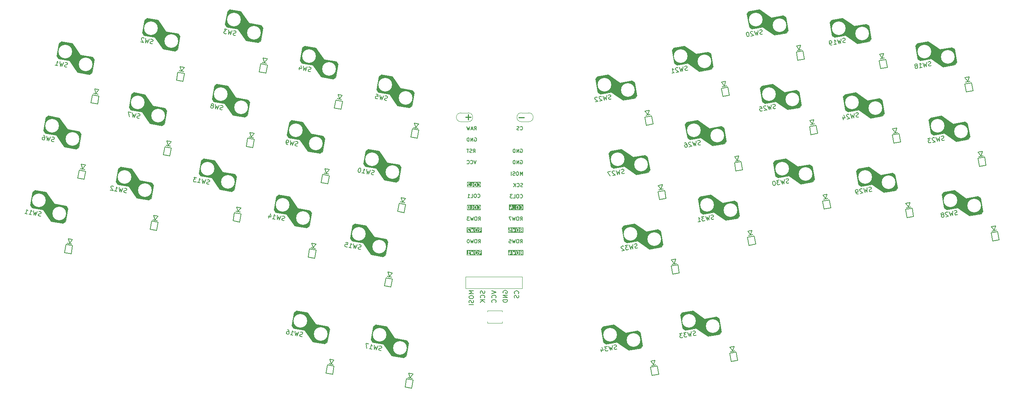
<source format=gbo>
%TF.GenerationSoftware,KiCad,Pcbnew,7.0.6*%
%TF.CreationDate,2023-07-14T19:01:00+02:00*%
%TF.ProjectId,Choc34SB,43686f63-3334-4534-922e-6b696361645f,rev?*%
%TF.SameCoordinates,Original*%
%TF.FileFunction,Legend,Bot*%
%TF.FilePolarity,Positive*%
%FSLAX46Y46*%
G04 Gerber Fmt 4.6, Leading zero omitted, Abs format (unit mm)*
G04 Created by KiCad (PCBNEW 7.0.6) date 2023-07-14 19:01:00*
%MOMM*%
%LPD*%
G01*
G04 APERTURE LIST*
G04 Aperture macros list*
%AMRoundRect*
0 Rectangle with rounded corners*
0 $1 Rounding radius*
0 $2 $3 $4 $5 $6 $7 $8 $9 X,Y pos of 4 corners*
0 Add a 4 corners polygon primitive as box body*
4,1,4,$2,$3,$4,$5,$6,$7,$8,$9,$2,$3,0*
0 Add four circle primitives for the rounded corners*
1,1,$1+$1,$2,$3*
1,1,$1+$1,$4,$5*
1,1,$1+$1,$6,$7*
1,1,$1+$1,$8,$9*
0 Add four rect primitives between the rounded corners*
20,1,$1+$1,$2,$3,$4,$5,0*
20,1,$1+$1,$4,$5,$6,$7,0*
20,1,$1+$1,$6,$7,$8,$9,0*
20,1,$1+$1,$8,$9,$2,$3,0*%
G04 Aperture macros list end*
%ADD10C,0.150000*%
%ADD11C,0.280000*%
%ADD12C,0.120000*%
%ADD13C,1.752600*%
%ADD14C,0.100000*%
%ADD15C,1.800000*%
%ADD16C,3.050000*%
%ADD17C,3.400000*%
%ADD18RoundRect,0.250000X-1.183076X-0.806818X0.835780X-1.162797X1.183076X0.806818X-0.835780X1.162797X0*%
%ADD19RoundRect,0.250000X-0.835780X-1.162797X1.183076X-0.806818X0.835780X1.162797X-1.183076X0.806818X0*%
%ADD20C,1.397000*%
%ADD21R,0.900000X1.700000*%
%ADD22C,1.000000*%
%ADD23R,0.900000X0.900000*%
%ADD24R,0.900000X1.250000*%
G04 APERTURE END LIST*
D10*
X109536431Y-123155757D02*
X109387475Y-123177846D01*
X109387475Y-123177846D02*
X109152997Y-123136501D01*
X109152997Y-123136501D02*
X109067475Y-123073067D01*
X109067475Y-123073067D02*
X109028848Y-123017903D01*
X109028848Y-123017903D02*
X108998490Y-122915843D01*
X108998490Y-122915843D02*
X109015028Y-122822052D01*
X109015028Y-122822052D02*
X109078462Y-122736529D01*
X109078462Y-122736529D02*
X109133626Y-122697903D01*
X109133626Y-122697903D02*
X109235687Y-122667545D01*
X109235687Y-122667545D02*
X109431538Y-122653725D01*
X109431538Y-122653725D02*
X109533598Y-122623367D01*
X109533598Y-122623367D02*
X109588763Y-122584741D01*
X109588763Y-122584741D02*
X109652196Y-122499219D01*
X109652196Y-122499219D02*
X109668734Y-122405427D01*
X109668734Y-122405427D02*
X109638376Y-122303367D01*
X109638376Y-122303367D02*
X109599750Y-122248203D01*
X109599750Y-122248203D02*
X109514228Y-122184769D01*
X109514228Y-122184769D02*
X109279750Y-122143424D01*
X109279750Y-122143424D02*
X109130794Y-122165513D01*
X108810793Y-122060735D02*
X108402667Y-123004198D01*
X108402667Y-123004198D02*
X108339119Y-122267688D01*
X108339119Y-122267688D02*
X108027502Y-122938046D01*
X108027502Y-122938046D02*
X107966672Y-121911893D01*
X106902008Y-122739591D02*
X107464755Y-122838818D01*
X107183382Y-122789205D02*
X107357030Y-121804397D01*
X107357030Y-121804397D02*
X107426014Y-121961622D01*
X107426014Y-121961622D02*
X107503267Y-122071951D01*
X107503267Y-122071951D02*
X107588790Y-122135384D01*
X106231535Y-121605942D02*
X106419118Y-121639018D01*
X106419118Y-121639018D02*
X106504640Y-121702451D01*
X106504640Y-121702451D02*
X106543266Y-121757616D01*
X106543266Y-121757616D02*
X106612251Y-121914841D01*
X106612251Y-121914841D02*
X106626071Y-122110692D01*
X106626071Y-122110692D02*
X106559919Y-122485857D01*
X106559919Y-122485857D02*
X106496485Y-122571379D01*
X106496485Y-122571379D02*
X106441321Y-122610006D01*
X106441321Y-122610006D02*
X106339261Y-122640363D01*
X106339261Y-122640363D02*
X106151678Y-122607288D01*
X106151678Y-122607288D02*
X106066156Y-122543854D01*
X106066156Y-122543854D02*
X106027529Y-122488689D01*
X106027529Y-122488689D02*
X105997172Y-122386629D01*
X105997172Y-122386629D02*
X106038516Y-122152151D01*
X106038516Y-122152151D02*
X106101950Y-122066629D01*
X106101950Y-122066629D02*
X106157114Y-122028002D01*
X106157114Y-122028002D02*
X106259175Y-121997645D01*
X106259175Y-121997645D02*
X106446757Y-122030720D01*
X106446757Y-122030720D02*
X106532279Y-122094154D01*
X106532279Y-122094154D02*
X106570906Y-122149319D01*
X106570906Y-122149319D02*
X106601264Y-122251379D01*
X215830723Y-71828991D02*
X215698305Y-71900694D01*
X215698305Y-71900694D02*
X215463827Y-71942039D01*
X215463827Y-71942039D02*
X215361767Y-71911681D01*
X215361767Y-71911681D02*
X215306602Y-71873054D01*
X215306602Y-71873054D02*
X215243169Y-71787532D01*
X215243169Y-71787532D02*
X215226631Y-71693741D01*
X215226631Y-71693741D02*
X215256988Y-71591681D01*
X215256988Y-71591681D02*
X215295615Y-71536516D01*
X215295615Y-71536516D02*
X215381137Y-71473083D01*
X215381137Y-71473083D02*
X215560451Y-71393111D01*
X215560451Y-71393111D02*
X215645973Y-71329678D01*
X215645973Y-71329678D02*
X215684600Y-71274513D01*
X215684600Y-71274513D02*
X215714957Y-71172453D01*
X215714957Y-71172453D02*
X215698419Y-71078662D01*
X215698419Y-71078662D02*
X215634986Y-70993139D01*
X215634986Y-70993139D02*
X215579821Y-70954513D01*
X215579821Y-70954513D02*
X215477761Y-70924155D01*
X215477761Y-70924155D02*
X215243283Y-70965500D01*
X215243283Y-70965500D02*
X215110865Y-71037202D01*
X214774327Y-71048189D02*
X214713497Y-72074342D01*
X214713497Y-72074342D02*
X214401880Y-71403984D01*
X214401880Y-71403984D02*
X214338332Y-72140494D01*
X214338332Y-72140494D02*
X213930206Y-71197031D01*
X213618475Y-71348705D02*
X213563310Y-71310078D01*
X213563310Y-71310078D02*
X213461250Y-71279720D01*
X213461250Y-71279720D02*
X213226772Y-71321065D01*
X213226772Y-71321065D02*
X213141250Y-71384499D01*
X213141250Y-71384499D02*
X213102623Y-71439663D01*
X213102623Y-71439663D02*
X213072266Y-71541723D01*
X213072266Y-71541723D02*
X213088803Y-71635515D01*
X213088803Y-71635515D02*
X213160506Y-71767933D01*
X213160506Y-71767933D02*
X213822481Y-72231452D01*
X213822481Y-72231452D02*
X213212838Y-72338949D01*
X212148173Y-71511251D02*
X212617129Y-71428562D01*
X212617129Y-71428562D02*
X212746714Y-71889249D01*
X212746714Y-71889249D02*
X212691550Y-71850622D01*
X212691550Y-71850622D02*
X212589490Y-71820264D01*
X212589490Y-71820264D02*
X212355012Y-71861609D01*
X212355012Y-71861609D02*
X212269489Y-71925043D01*
X212269489Y-71925043D02*
X212230863Y-71980207D01*
X212230863Y-71980207D02*
X212200505Y-72082268D01*
X212200505Y-72082268D02*
X212241850Y-72316746D01*
X212241850Y-72316746D02*
X212305283Y-72402268D01*
X212305283Y-72402268D02*
X212360448Y-72440894D01*
X212360448Y-72440894D02*
X212462508Y-72471252D01*
X212462508Y-72471252D02*
X212696986Y-72429907D01*
X212696986Y-72429907D02*
X212782508Y-72366474D01*
X212782508Y-72366474D02*
X212821135Y-72311309D01*
X197912148Y-122815112D02*
X197779730Y-122886815D01*
X197779730Y-122886815D02*
X197545252Y-122928160D01*
X197545252Y-122928160D02*
X197443192Y-122897802D01*
X197443192Y-122897802D02*
X197388027Y-122859175D01*
X197388027Y-122859175D02*
X197324594Y-122773653D01*
X197324594Y-122773653D02*
X197308056Y-122679862D01*
X197308056Y-122679862D02*
X197338413Y-122577802D01*
X197338413Y-122577802D02*
X197377040Y-122522637D01*
X197377040Y-122522637D02*
X197462562Y-122459204D01*
X197462562Y-122459204D02*
X197641876Y-122379232D01*
X197641876Y-122379232D02*
X197727398Y-122315799D01*
X197727398Y-122315799D02*
X197766025Y-122260634D01*
X197766025Y-122260634D02*
X197796382Y-122158574D01*
X197796382Y-122158574D02*
X197779844Y-122064783D01*
X197779844Y-122064783D02*
X197716411Y-121979260D01*
X197716411Y-121979260D02*
X197661246Y-121940634D01*
X197661246Y-121940634D02*
X197559186Y-121910276D01*
X197559186Y-121910276D02*
X197324708Y-121951621D01*
X197324708Y-121951621D02*
X197192290Y-122023323D01*
X196855752Y-122034310D02*
X196794922Y-123060463D01*
X196794922Y-123060463D02*
X196483305Y-122390105D01*
X196483305Y-122390105D02*
X196419757Y-123126615D01*
X196419757Y-123126615D02*
X196011631Y-122183152D01*
X195730258Y-122232766D02*
X195120615Y-122340262D01*
X195120615Y-122340262D02*
X195515036Y-122657544D01*
X195515036Y-122657544D02*
X195374349Y-122682351D01*
X195374349Y-122682351D02*
X195288827Y-122745785D01*
X195288827Y-122745785D02*
X195250200Y-122800949D01*
X195250200Y-122800949D02*
X195219842Y-122903009D01*
X195219842Y-122903009D02*
X195261187Y-123137487D01*
X195261187Y-123137487D02*
X195324621Y-123223010D01*
X195324621Y-123223010D02*
X195379785Y-123261636D01*
X195379785Y-123261636D02*
X195481845Y-123291994D01*
X195481845Y-123291994D02*
X195763219Y-123242380D01*
X195763219Y-123242380D02*
X195848741Y-123178947D01*
X195848741Y-123178947D02*
X195887368Y-123123782D01*
X194792345Y-122398145D02*
X194182703Y-122505641D01*
X194182703Y-122505641D02*
X194577123Y-122822923D01*
X194577123Y-122822923D02*
X194436437Y-122847730D01*
X194436437Y-122847730D02*
X194350914Y-122911164D01*
X194350914Y-122911164D02*
X194312288Y-122966328D01*
X194312288Y-122966328D02*
X194281930Y-123068389D01*
X194281930Y-123068389D02*
X194323275Y-123302867D01*
X194323275Y-123302867D02*
X194386708Y-123388389D01*
X194386708Y-123388389D02*
X194441873Y-123427015D01*
X194441873Y-123427015D02*
X194543933Y-123457373D01*
X194543933Y-123457373D02*
X194825307Y-123407759D01*
X194825307Y-123407759D02*
X194910829Y-123344326D01*
X194910829Y-123344326D02*
X194949456Y-123289161D01*
X237394891Y-90467572D02*
X237262473Y-90539275D01*
X237262473Y-90539275D02*
X237027995Y-90580620D01*
X237027995Y-90580620D02*
X236925935Y-90550262D01*
X236925935Y-90550262D02*
X236870770Y-90511635D01*
X236870770Y-90511635D02*
X236807337Y-90426113D01*
X236807337Y-90426113D02*
X236790799Y-90332322D01*
X236790799Y-90332322D02*
X236821156Y-90230262D01*
X236821156Y-90230262D02*
X236859783Y-90175097D01*
X236859783Y-90175097D02*
X236945305Y-90111664D01*
X236945305Y-90111664D02*
X237124619Y-90031692D01*
X237124619Y-90031692D02*
X237210141Y-89968259D01*
X237210141Y-89968259D02*
X237248768Y-89913094D01*
X237248768Y-89913094D02*
X237279125Y-89811034D01*
X237279125Y-89811034D02*
X237262587Y-89717243D01*
X237262587Y-89717243D02*
X237199154Y-89631720D01*
X237199154Y-89631720D02*
X237143989Y-89593094D01*
X237143989Y-89593094D02*
X237041929Y-89562736D01*
X237041929Y-89562736D02*
X236807451Y-89604081D01*
X236807451Y-89604081D02*
X236675033Y-89675783D01*
X236338495Y-89686770D02*
X236277665Y-90712923D01*
X236277665Y-90712923D02*
X235966048Y-90042565D01*
X235966048Y-90042565D02*
X235902500Y-90779075D01*
X235902500Y-90779075D02*
X235494374Y-89835612D01*
X235182643Y-89987286D02*
X235127478Y-89948659D01*
X235127478Y-89948659D02*
X235025418Y-89918301D01*
X235025418Y-89918301D02*
X234790940Y-89959646D01*
X234790940Y-89959646D02*
X234705418Y-90023080D01*
X234705418Y-90023080D02*
X234666791Y-90078244D01*
X234666791Y-90078244D02*
X234636434Y-90180304D01*
X234636434Y-90180304D02*
X234652971Y-90274096D01*
X234652971Y-90274096D02*
X234724674Y-90406514D01*
X234724674Y-90406514D02*
X235386649Y-90870033D01*
X235386649Y-90870033D02*
X234777006Y-90977530D01*
X234308050Y-91060219D02*
X234120467Y-91093295D01*
X234120467Y-91093295D02*
X234018407Y-91062938D01*
X234018407Y-91062938D02*
X233963243Y-91024311D01*
X233963243Y-91024311D02*
X233844644Y-90900162D01*
X233844644Y-90900162D02*
X233764673Y-90720849D01*
X233764673Y-90720849D02*
X233698521Y-90345684D01*
X233698521Y-90345684D02*
X233728879Y-90243623D01*
X233728879Y-90243623D02*
X233767506Y-90188459D01*
X233767506Y-90188459D02*
X233853028Y-90125025D01*
X233853028Y-90125025D02*
X234040610Y-90091950D01*
X234040610Y-90091950D02*
X234142671Y-90122307D01*
X234142671Y-90122307D02*
X234197835Y-90160934D01*
X234197835Y-90160934D02*
X234261269Y-90246456D01*
X234261269Y-90246456D02*
X234302613Y-90480934D01*
X234302613Y-90480934D02*
X234272256Y-90582994D01*
X234272256Y-90582994D02*
X234233629Y-90638159D01*
X234233629Y-90638159D02*
X234148107Y-90701592D01*
X234148107Y-90701592D02*
X233960524Y-90734668D01*
X233960524Y-90734668D02*
X233858464Y-90704311D01*
X233858464Y-90704311D02*
X233803300Y-90665684D01*
X233803300Y-90665684D02*
X233739866Y-90580162D01*
X125594924Y-86791834D02*
X125445968Y-86813923D01*
X125445968Y-86813923D02*
X125211490Y-86772578D01*
X125211490Y-86772578D02*
X125125968Y-86709144D01*
X125125968Y-86709144D02*
X125087341Y-86653980D01*
X125087341Y-86653980D02*
X125056983Y-86551920D01*
X125056983Y-86551920D02*
X125073521Y-86458129D01*
X125073521Y-86458129D02*
X125136955Y-86372606D01*
X125136955Y-86372606D02*
X125192119Y-86333980D01*
X125192119Y-86333980D02*
X125294180Y-86303622D01*
X125294180Y-86303622D02*
X125490031Y-86289802D01*
X125490031Y-86289802D02*
X125592091Y-86259444D01*
X125592091Y-86259444D02*
X125647256Y-86220818D01*
X125647256Y-86220818D02*
X125710689Y-86135296D01*
X125710689Y-86135296D02*
X125727227Y-86041504D01*
X125727227Y-86041504D02*
X125696869Y-85939444D01*
X125696869Y-85939444D02*
X125658243Y-85884280D01*
X125658243Y-85884280D02*
X125572721Y-85820846D01*
X125572721Y-85820846D02*
X125338243Y-85779501D01*
X125338243Y-85779501D02*
X125189287Y-85801590D01*
X124869286Y-85696812D02*
X124461160Y-86640275D01*
X124461160Y-86640275D02*
X124397612Y-85903765D01*
X124397612Y-85903765D02*
X124085995Y-86574123D01*
X124085995Y-86574123D02*
X124025165Y-85547970D01*
X122960501Y-86375668D02*
X123523248Y-86474895D01*
X123241875Y-86425282D02*
X123415523Y-85440474D01*
X123415523Y-85440474D02*
X123484507Y-85597699D01*
X123484507Y-85597699D02*
X123561760Y-85708028D01*
X123561760Y-85708028D02*
X123647283Y-85771461D01*
X122524506Y-85283364D02*
X122430715Y-85266826D01*
X122430715Y-85266826D02*
X122328655Y-85297183D01*
X122328655Y-85297183D02*
X122273490Y-85335810D01*
X122273490Y-85335810D02*
X122210057Y-85421332D01*
X122210057Y-85421332D02*
X122130085Y-85600646D01*
X122130085Y-85600646D02*
X122088740Y-85835124D01*
X122088740Y-85835124D02*
X122102560Y-86030975D01*
X122102560Y-86030975D02*
X122132918Y-86133035D01*
X122132918Y-86133035D02*
X122171544Y-86188200D01*
X122171544Y-86188200D02*
X122257067Y-86251633D01*
X122257067Y-86251633D02*
X122350858Y-86268171D01*
X122350858Y-86268171D02*
X122452918Y-86237814D01*
X122452918Y-86237814D02*
X122508083Y-86199187D01*
X122508083Y-86199187D02*
X122571516Y-86113665D01*
X122571516Y-86113665D02*
X122651488Y-85934351D01*
X122651488Y-85934351D02*
X122692832Y-85699873D01*
X122692832Y-85699873D02*
X122679013Y-85504022D01*
X122679013Y-85504022D02*
X122648655Y-85401962D01*
X122648655Y-85401962D02*
X122610028Y-85346797D01*
X122610028Y-85346797D02*
X122524506Y-85283364D01*
X181853652Y-86451193D02*
X181721234Y-86522896D01*
X181721234Y-86522896D02*
X181486756Y-86564241D01*
X181486756Y-86564241D02*
X181384696Y-86533883D01*
X181384696Y-86533883D02*
X181329531Y-86495256D01*
X181329531Y-86495256D02*
X181266098Y-86409734D01*
X181266098Y-86409734D02*
X181249560Y-86315943D01*
X181249560Y-86315943D02*
X181279917Y-86213883D01*
X181279917Y-86213883D02*
X181318544Y-86158718D01*
X181318544Y-86158718D02*
X181404066Y-86095285D01*
X181404066Y-86095285D02*
X181583380Y-86015313D01*
X181583380Y-86015313D02*
X181668902Y-85951880D01*
X181668902Y-85951880D02*
X181707529Y-85896715D01*
X181707529Y-85896715D02*
X181737886Y-85794655D01*
X181737886Y-85794655D02*
X181721348Y-85700864D01*
X181721348Y-85700864D02*
X181657915Y-85615341D01*
X181657915Y-85615341D02*
X181602750Y-85576715D01*
X181602750Y-85576715D02*
X181500690Y-85546357D01*
X181500690Y-85546357D02*
X181266212Y-85587702D01*
X181266212Y-85587702D02*
X181133794Y-85659404D01*
X180797256Y-85670391D02*
X180736426Y-86696544D01*
X180736426Y-86696544D02*
X180424809Y-86026186D01*
X180424809Y-86026186D02*
X180361261Y-86762696D01*
X180361261Y-86762696D02*
X179953135Y-85819233D01*
X179641404Y-85970907D02*
X179586239Y-85932280D01*
X179586239Y-85932280D02*
X179484179Y-85901922D01*
X179484179Y-85901922D02*
X179249701Y-85943267D01*
X179249701Y-85943267D02*
X179164179Y-86006701D01*
X179164179Y-86006701D02*
X179125552Y-86061865D01*
X179125552Y-86061865D02*
X179095195Y-86163925D01*
X179095195Y-86163925D02*
X179111732Y-86257717D01*
X179111732Y-86257717D02*
X179183435Y-86390135D01*
X179183435Y-86390135D02*
X179845410Y-86853654D01*
X179845410Y-86853654D02*
X179235767Y-86961151D01*
X178733849Y-86034226D02*
X178077311Y-86149991D01*
X178077311Y-86149991D02*
X178673020Y-87060378D01*
X180185608Y-125940788D02*
X180053190Y-126012491D01*
X180053190Y-126012491D02*
X179818712Y-126053836D01*
X179818712Y-126053836D02*
X179716652Y-126023478D01*
X179716652Y-126023478D02*
X179661487Y-125984851D01*
X179661487Y-125984851D02*
X179598054Y-125899329D01*
X179598054Y-125899329D02*
X179581516Y-125805538D01*
X179581516Y-125805538D02*
X179611873Y-125703478D01*
X179611873Y-125703478D02*
X179650500Y-125648313D01*
X179650500Y-125648313D02*
X179736022Y-125584880D01*
X179736022Y-125584880D02*
X179915336Y-125504908D01*
X179915336Y-125504908D02*
X180000858Y-125441475D01*
X180000858Y-125441475D02*
X180039485Y-125386310D01*
X180039485Y-125386310D02*
X180069842Y-125284250D01*
X180069842Y-125284250D02*
X180053304Y-125190459D01*
X180053304Y-125190459D02*
X179989871Y-125104936D01*
X179989871Y-125104936D02*
X179934706Y-125066310D01*
X179934706Y-125066310D02*
X179832646Y-125035952D01*
X179832646Y-125035952D02*
X179598168Y-125077297D01*
X179598168Y-125077297D02*
X179465750Y-125148999D01*
X179129212Y-125159986D02*
X179068382Y-126186139D01*
X179068382Y-126186139D02*
X178756765Y-125515781D01*
X178756765Y-125515781D02*
X178693217Y-126252291D01*
X178693217Y-126252291D02*
X178285091Y-125308828D01*
X178003718Y-125358442D02*
X177394075Y-125465938D01*
X177394075Y-125465938D02*
X177788496Y-125783220D01*
X177788496Y-125783220D02*
X177647809Y-125808027D01*
X177647809Y-125808027D02*
X177562287Y-125871461D01*
X177562287Y-125871461D02*
X177523660Y-125926625D01*
X177523660Y-125926625D02*
X177493302Y-126028685D01*
X177493302Y-126028685D02*
X177534647Y-126263163D01*
X177534647Y-126263163D02*
X177598081Y-126348686D01*
X177598081Y-126348686D02*
X177653245Y-126387312D01*
X177653245Y-126387312D02*
X177755305Y-126417670D01*
X177755305Y-126417670D02*
X178036679Y-126368056D01*
X178036679Y-126368056D02*
X178122201Y-126304623D01*
X178122201Y-126304623D02*
X178160828Y-126249458D01*
X176607836Y-125943049D02*
X176723602Y-126599587D01*
X176776163Y-125526539D02*
X177134675Y-126188628D01*
X177134675Y-126188628D02*
X176525032Y-126296125D01*
D11*
X158162900Y-73880917D02*
X159305758Y-73880917D01*
D10*
X108458786Y-80317820D02*
X108309830Y-80339909D01*
X108309830Y-80339909D02*
X108075352Y-80298564D01*
X108075352Y-80298564D02*
X107989830Y-80235130D01*
X107989830Y-80235130D02*
X107951203Y-80179966D01*
X107951203Y-80179966D02*
X107920845Y-80077906D01*
X107920845Y-80077906D02*
X107937383Y-79984115D01*
X107937383Y-79984115D02*
X108000817Y-79898592D01*
X108000817Y-79898592D02*
X108055981Y-79859966D01*
X108055981Y-79859966D02*
X108158042Y-79829608D01*
X108158042Y-79829608D02*
X108353893Y-79815788D01*
X108353893Y-79815788D02*
X108455953Y-79785430D01*
X108455953Y-79785430D02*
X108511118Y-79746804D01*
X108511118Y-79746804D02*
X108574551Y-79661282D01*
X108574551Y-79661282D02*
X108591089Y-79567490D01*
X108591089Y-79567490D02*
X108560731Y-79465430D01*
X108560731Y-79465430D02*
X108522105Y-79410266D01*
X108522105Y-79410266D02*
X108436583Y-79346832D01*
X108436583Y-79346832D02*
X108202105Y-79305487D01*
X108202105Y-79305487D02*
X108053149Y-79327576D01*
X107733148Y-79222798D02*
X107325022Y-80166261D01*
X107325022Y-80166261D02*
X107261474Y-79429751D01*
X107261474Y-79429751D02*
X106949857Y-80100109D01*
X106949857Y-80100109D02*
X106889027Y-79073956D01*
X106293319Y-79984344D02*
X106105737Y-79951268D01*
X106105737Y-79951268D02*
X106020214Y-79887834D01*
X106020214Y-79887834D02*
X105981588Y-79832670D01*
X105981588Y-79832670D02*
X105912603Y-79675445D01*
X105912603Y-79675445D02*
X105898784Y-79479593D01*
X105898784Y-79479593D02*
X105964935Y-79104429D01*
X105964935Y-79104429D02*
X106028369Y-79018906D01*
X106028369Y-79018906D02*
X106083533Y-78980280D01*
X106083533Y-78980280D02*
X106185593Y-78949922D01*
X106185593Y-78949922D02*
X106373176Y-78982998D01*
X106373176Y-78982998D02*
X106458698Y-79046431D01*
X106458698Y-79046431D02*
X106497325Y-79101596D01*
X106497325Y-79101596D02*
X106527683Y-79203656D01*
X106527683Y-79203656D02*
X106486338Y-79438134D01*
X106486338Y-79438134D02*
X106422904Y-79523656D01*
X106422904Y-79523656D02*
X106367740Y-79562283D01*
X106367740Y-79562283D02*
X106265679Y-79592641D01*
X106265679Y-79592641D02*
X106078097Y-79559565D01*
X106078097Y-79559565D02*
X105992575Y-79496131D01*
X105992575Y-79496131D02*
X105953948Y-79440967D01*
X105953948Y-79440967D02*
X105923590Y-79338907D01*
X91617852Y-72169630D02*
X91468896Y-72191719D01*
X91468896Y-72191719D02*
X91234418Y-72150374D01*
X91234418Y-72150374D02*
X91148896Y-72086940D01*
X91148896Y-72086940D02*
X91110269Y-72031776D01*
X91110269Y-72031776D02*
X91079911Y-71929716D01*
X91079911Y-71929716D02*
X91096449Y-71835925D01*
X91096449Y-71835925D02*
X91159883Y-71750402D01*
X91159883Y-71750402D02*
X91215047Y-71711776D01*
X91215047Y-71711776D02*
X91317108Y-71681418D01*
X91317108Y-71681418D02*
X91512959Y-71667598D01*
X91512959Y-71667598D02*
X91615019Y-71637240D01*
X91615019Y-71637240D02*
X91670184Y-71598614D01*
X91670184Y-71598614D02*
X91733617Y-71513092D01*
X91733617Y-71513092D02*
X91750155Y-71419300D01*
X91750155Y-71419300D02*
X91719797Y-71317240D01*
X91719797Y-71317240D02*
X91681171Y-71262076D01*
X91681171Y-71262076D02*
X91595649Y-71198642D01*
X91595649Y-71198642D02*
X91361171Y-71157297D01*
X91361171Y-71157297D02*
X91212215Y-71179386D01*
X90892214Y-71074608D02*
X90484088Y-72018071D01*
X90484088Y-72018071D02*
X90420540Y-71281561D01*
X90420540Y-71281561D02*
X90108923Y-71951919D01*
X90108923Y-71951919D02*
X90048093Y-70925766D01*
X89457821Y-71256868D02*
X89559881Y-71226511D01*
X89559881Y-71226511D02*
X89615046Y-71187884D01*
X89615046Y-71187884D02*
X89678480Y-71102362D01*
X89678480Y-71102362D02*
X89686749Y-71055466D01*
X89686749Y-71055466D02*
X89656391Y-70953406D01*
X89656391Y-70953406D02*
X89617764Y-70898241D01*
X89617764Y-70898241D02*
X89532242Y-70834808D01*
X89532242Y-70834808D02*
X89344659Y-70801732D01*
X89344659Y-70801732D02*
X89242599Y-70832090D01*
X89242599Y-70832090D02*
X89187435Y-70870716D01*
X89187435Y-70870716D02*
X89124001Y-70956239D01*
X89124001Y-70956239D02*
X89115732Y-71003134D01*
X89115732Y-71003134D02*
X89146090Y-71105194D01*
X89146090Y-71105194D02*
X89184717Y-71160359D01*
X89184717Y-71160359D02*
X89270239Y-71223792D01*
X89270239Y-71223792D02*
X89457821Y-71256868D01*
X89457821Y-71256868D02*
X89543344Y-71320302D01*
X89543344Y-71320302D02*
X89581970Y-71375466D01*
X89581970Y-71375466D02*
X89612328Y-71477527D01*
X89612328Y-71477527D02*
X89579252Y-71665109D01*
X89579252Y-71665109D02*
X89515818Y-71750631D01*
X89515818Y-71750631D02*
X89460654Y-71789258D01*
X89460654Y-71789258D02*
X89358594Y-71819616D01*
X89358594Y-71819616D02*
X89171011Y-71786540D01*
X89171011Y-71786540D02*
X89085489Y-71723106D01*
X89085489Y-71723106D02*
X89046862Y-71667942D01*
X89046862Y-71667942D02*
X89016505Y-71565881D01*
X89016505Y-71565881D02*
X89049581Y-71378299D01*
X89049581Y-71378299D02*
X89113014Y-71292777D01*
X89113014Y-71292777D02*
X89168179Y-71254150D01*
X89168179Y-71254150D02*
X89270239Y-71223792D01*
X70053691Y-90808218D02*
X69904735Y-90830307D01*
X69904735Y-90830307D02*
X69670257Y-90788962D01*
X69670257Y-90788962D02*
X69584735Y-90725528D01*
X69584735Y-90725528D02*
X69546108Y-90670364D01*
X69546108Y-90670364D02*
X69515750Y-90568304D01*
X69515750Y-90568304D02*
X69532288Y-90474513D01*
X69532288Y-90474513D02*
X69595722Y-90388990D01*
X69595722Y-90388990D02*
X69650886Y-90350364D01*
X69650886Y-90350364D02*
X69752947Y-90320006D01*
X69752947Y-90320006D02*
X69948798Y-90306186D01*
X69948798Y-90306186D02*
X70050858Y-90275828D01*
X70050858Y-90275828D02*
X70106023Y-90237202D01*
X70106023Y-90237202D02*
X70169456Y-90151680D01*
X70169456Y-90151680D02*
X70185994Y-90057888D01*
X70185994Y-90057888D02*
X70155636Y-89955828D01*
X70155636Y-89955828D02*
X70117010Y-89900664D01*
X70117010Y-89900664D02*
X70031488Y-89837230D01*
X70031488Y-89837230D02*
X69797010Y-89795885D01*
X69797010Y-89795885D02*
X69648054Y-89817974D01*
X69328053Y-89713196D02*
X68919927Y-90656659D01*
X68919927Y-90656659D02*
X68856379Y-89920149D01*
X68856379Y-89920149D02*
X68544762Y-90590507D01*
X68544762Y-90590507D02*
X68483932Y-89564354D01*
X67419268Y-90392052D02*
X67982015Y-90491279D01*
X67700642Y-90441666D02*
X67874290Y-89456858D01*
X67874290Y-89456858D02*
X67943274Y-89614083D01*
X67943274Y-89614083D02*
X68020527Y-89724412D01*
X68020527Y-89724412D02*
X68106050Y-89787845D01*
X67201213Y-89434884D02*
X67162587Y-89379719D01*
X67162587Y-89379719D02*
X67077064Y-89316286D01*
X67077064Y-89316286D02*
X66842586Y-89274941D01*
X66842586Y-89274941D02*
X66740526Y-89305298D01*
X66740526Y-89305298D02*
X66685362Y-89343925D01*
X66685362Y-89343925D02*
X66621928Y-89429447D01*
X66621928Y-89429447D02*
X66605390Y-89523239D01*
X66605390Y-89523239D02*
X66627479Y-89672194D01*
X66627479Y-89672194D02*
X67090999Y-90334169D01*
X67090999Y-90334169D02*
X66481356Y-90226673D01*
X88665833Y-88911369D02*
X88516877Y-88933458D01*
X88516877Y-88933458D02*
X88282399Y-88892113D01*
X88282399Y-88892113D02*
X88196877Y-88828679D01*
X88196877Y-88828679D02*
X88158250Y-88773515D01*
X88158250Y-88773515D02*
X88127892Y-88671455D01*
X88127892Y-88671455D02*
X88144430Y-88577664D01*
X88144430Y-88577664D02*
X88207864Y-88492141D01*
X88207864Y-88492141D02*
X88263028Y-88453515D01*
X88263028Y-88453515D02*
X88365089Y-88423157D01*
X88365089Y-88423157D02*
X88560940Y-88409337D01*
X88560940Y-88409337D02*
X88663000Y-88378979D01*
X88663000Y-88378979D02*
X88718165Y-88340353D01*
X88718165Y-88340353D02*
X88781598Y-88254831D01*
X88781598Y-88254831D02*
X88798136Y-88161039D01*
X88798136Y-88161039D02*
X88767778Y-88058979D01*
X88767778Y-88058979D02*
X88729152Y-88003815D01*
X88729152Y-88003815D02*
X88643630Y-87940381D01*
X88643630Y-87940381D02*
X88409152Y-87899036D01*
X88409152Y-87899036D02*
X88260196Y-87921125D01*
X87940195Y-87816347D02*
X87532069Y-88759810D01*
X87532069Y-88759810D02*
X87468521Y-88023300D01*
X87468521Y-88023300D02*
X87156904Y-88693658D01*
X87156904Y-88693658D02*
X87096074Y-87667505D01*
X86031410Y-88495203D02*
X86594157Y-88594430D01*
X86312784Y-88544817D02*
X86486432Y-87560009D01*
X86486432Y-87560009D02*
X86555416Y-87717234D01*
X86555416Y-87717234D02*
X86632669Y-87827563D01*
X86632669Y-87827563D02*
X86718192Y-87890996D01*
X85876789Y-87452512D02*
X85267146Y-87345016D01*
X85267146Y-87345016D02*
X85529263Y-87778063D01*
X85529263Y-87778063D02*
X85388577Y-87753257D01*
X85388577Y-87753257D02*
X85286516Y-87783614D01*
X85286516Y-87783614D02*
X85231352Y-87822241D01*
X85231352Y-87822241D02*
X85167918Y-87907763D01*
X85167918Y-87907763D02*
X85126574Y-88142241D01*
X85126574Y-88142241D02*
X85156931Y-88244301D01*
X85156931Y-88244301D02*
X85195558Y-88299466D01*
X85195558Y-88299466D02*
X85281080Y-88362900D01*
X85281080Y-88362900D02*
X85562454Y-88412513D01*
X85562454Y-88412513D02*
X85664514Y-88382156D01*
X85664514Y-88382156D02*
X85719679Y-88343529D01*
X198989785Y-79977180D02*
X198857367Y-80048883D01*
X198857367Y-80048883D02*
X198622889Y-80090228D01*
X198622889Y-80090228D02*
X198520829Y-80059870D01*
X198520829Y-80059870D02*
X198465664Y-80021243D01*
X198465664Y-80021243D02*
X198402231Y-79935721D01*
X198402231Y-79935721D02*
X198385693Y-79841930D01*
X198385693Y-79841930D02*
X198416050Y-79739870D01*
X198416050Y-79739870D02*
X198454677Y-79684705D01*
X198454677Y-79684705D02*
X198540199Y-79621272D01*
X198540199Y-79621272D02*
X198719513Y-79541300D01*
X198719513Y-79541300D02*
X198805035Y-79477867D01*
X198805035Y-79477867D02*
X198843662Y-79422702D01*
X198843662Y-79422702D02*
X198874019Y-79320642D01*
X198874019Y-79320642D02*
X198857481Y-79226851D01*
X198857481Y-79226851D02*
X198794048Y-79141328D01*
X198794048Y-79141328D02*
X198738883Y-79102702D01*
X198738883Y-79102702D02*
X198636823Y-79072344D01*
X198636823Y-79072344D02*
X198402345Y-79113689D01*
X198402345Y-79113689D02*
X198269927Y-79185391D01*
X197933389Y-79196378D02*
X197872559Y-80222531D01*
X197872559Y-80222531D02*
X197560942Y-79552173D01*
X197560942Y-79552173D02*
X197497394Y-80288683D01*
X197497394Y-80288683D02*
X197089268Y-79345220D01*
X196777537Y-79496894D02*
X196722372Y-79458267D01*
X196722372Y-79458267D02*
X196620312Y-79427909D01*
X196620312Y-79427909D02*
X196385834Y-79469254D01*
X196385834Y-79469254D02*
X196300312Y-79532688D01*
X196300312Y-79532688D02*
X196261685Y-79587852D01*
X196261685Y-79587852D02*
X196231328Y-79689912D01*
X196231328Y-79689912D02*
X196247865Y-79783704D01*
X196247865Y-79783704D02*
X196319568Y-79916122D01*
X196319568Y-79916122D02*
X196981543Y-80379641D01*
X196981543Y-80379641D02*
X196371900Y-80487138D01*
X195354131Y-79651171D02*
X195541713Y-79618095D01*
X195541713Y-79618095D02*
X195643773Y-79648453D01*
X195643773Y-79648453D02*
X195698938Y-79687080D01*
X195698938Y-79687080D02*
X195817536Y-79811229D01*
X195817536Y-79811229D02*
X195897507Y-79990542D01*
X195897507Y-79990542D02*
X195963659Y-80365707D01*
X195963659Y-80365707D02*
X195933301Y-80467767D01*
X195933301Y-80467767D02*
X195894675Y-80522932D01*
X195894675Y-80522932D02*
X195809153Y-80586365D01*
X195809153Y-80586365D02*
X195621570Y-80619441D01*
X195621570Y-80619441D02*
X195519510Y-80589083D01*
X195519510Y-80589083D02*
X195464345Y-80550457D01*
X195464345Y-80550457D02*
X195400912Y-80464935D01*
X195400912Y-80464935D02*
X195359567Y-80230457D01*
X195359567Y-80230457D02*
X195389925Y-80128396D01*
X195389925Y-80128396D02*
X195428551Y-80073232D01*
X195428551Y-80073232D02*
X195514074Y-80009798D01*
X195514074Y-80009798D02*
X195701656Y-79976722D01*
X195701656Y-79976722D02*
X195803716Y-80007080D01*
X195803716Y-80007080D02*
X195858881Y-80045707D01*
X195858881Y-80045707D02*
X195922314Y-80131229D01*
X111410804Y-63576092D02*
X111261848Y-63598181D01*
X111261848Y-63598181D02*
X111027370Y-63556836D01*
X111027370Y-63556836D02*
X110941848Y-63493402D01*
X110941848Y-63493402D02*
X110903221Y-63438238D01*
X110903221Y-63438238D02*
X110872863Y-63336178D01*
X110872863Y-63336178D02*
X110889401Y-63242387D01*
X110889401Y-63242387D02*
X110952835Y-63156864D01*
X110952835Y-63156864D02*
X111007999Y-63118238D01*
X111007999Y-63118238D02*
X111110060Y-63087880D01*
X111110060Y-63087880D02*
X111305911Y-63074060D01*
X111305911Y-63074060D02*
X111407971Y-63043702D01*
X111407971Y-63043702D02*
X111463136Y-63005076D01*
X111463136Y-63005076D02*
X111526569Y-62919554D01*
X111526569Y-62919554D02*
X111543107Y-62825762D01*
X111543107Y-62825762D02*
X111512749Y-62723702D01*
X111512749Y-62723702D02*
X111474123Y-62668538D01*
X111474123Y-62668538D02*
X111388601Y-62605104D01*
X111388601Y-62605104D02*
X111154123Y-62563759D01*
X111154123Y-62563759D02*
X111005167Y-62585848D01*
X110685166Y-62481070D02*
X110277040Y-63424533D01*
X110277040Y-63424533D02*
X110213492Y-62688023D01*
X110213492Y-62688023D02*
X109901875Y-63358381D01*
X109901875Y-63358381D02*
X109841045Y-62332228D01*
X108985938Y-62519925D02*
X108870172Y-63176464D01*
X109286567Y-62186105D02*
X109397011Y-62930884D01*
X109397011Y-62930884D02*
X108787368Y-62823388D01*
X184805675Y-103192928D02*
X184673257Y-103264631D01*
X184673257Y-103264631D02*
X184438779Y-103305976D01*
X184438779Y-103305976D02*
X184336719Y-103275618D01*
X184336719Y-103275618D02*
X184281554Y-103236991D01*
X184281554Y-103236991D02*
X184218121Y-103151469D01*
X184218121Y-103151469D02*
X184201583Y-103057678D01*
X184201583Y-103057678D02*
X184231940Y-102955618D01*
X184231940Y-102955618D02*
X184270567Y-102900453D01*
X184270567Y-102900453D02*
X184356089Y-102837020D01*
X184356089Y-102837020D02*
X184535403Y-102757048D01*
X184535403Y-102757048D02*
X184620925Y-102693615D01*
X184620925Y-102693615D02*
X184659552Y-102638450D01*
X184659552Y-102638450D02*
X184689909Y-102536390D01*
X184689909Y-102536390D02*
X184673371Y-102442599D01*
X184673371Y-102442599D02*
X184609938Y-102357076D01*
X184609938Y-102357076D02*
X184554773Y-102318450D01*
X184554773Y-102318450D02*
X184452713Y-102288092D01*
X184452713Y-102288092D02*
X184218235Y-102329437D01*
X184218235Y-102329437D02*
X184085817Y-102401139D01*
X183749279Y-102412126D02*
X183688449Y-103438279D01*
X183688449Y-103438279D02*
X183376832Y-102767921D01*
X183376832Y-102767921D02*
X183313284Y-103504431D01*
X183313284Y-103504431D02*
X182905158Y-102560968D01*
X182623785Y-102610582D02*
X182014142Y-102718078D01*
X182014142Y-102718078D02*
X182408563Y-103035360D01*
X182408563Y-103035360D02*
X182267876Y-103060167D01*
X182267876Y-103060167D02*
X182182354Y-103123601D01*
X182182354Y-103123601D02*
X182143727Y-103178765D01*
X182143727Y-103178765D02*
X182113369Y-103280825D01*
X182113369Y-103280825D02*
X182154714Y-103515303D01*
X182154714Y-103515303D02*
X182218148Y-103600826D01*
X182218148Y-103600826D02*
X182273312Y-103639452D01*
X182273312Y-103639452D02*
X182375372Y-103669810D01*
X182375372Y-103669810D02*
X182656746Y-103620196D01*
X182656746Y-103620196D02*
X182742268Y-103556763D01*
X182742268Y-103556763D02*
X182780895Y-103501598D01*
X181655515Y-102878021D02*
X181600350Y-102839394D01*
X181600350Y-102839394D02*
X181498290Y-102809037D01*
X181498290Y-102809037D02*
X181263812Y-102850381D01*
X181263812Y-102850381D02*
X181178290Y-102913815D01*
X181178290Y-102913815D02*
X181139663Y-102968979D01*
X181139663Y-102968979D02*
X181109305Y-103071040D01*
X181109305Y-103071040D02*
X181125843Y-103164831D01*
X181125843Y-103164831D02*
X181197546Y-103297249D01*
X181197546Y-103297249D02*
X181859521Y-103760768D01*
X181859521Y-103760768D02*
X181249878Y-103868265D01*
X122642897Y-103533566D02*
X122493941Y-103555655D01*
X122493941Y-103555655D02*
X122259463Y-103514310D01*
X122259463Y-103514310D02*
X122173941Y-103450876D01*
X122173941Y-103450876D02*
X122135314Y-103395712D01*
X122135314Y-103395712D02*
X122104956Y-103293652D01*
X122104956Y-103293652D02*
X122121494Y-103199861D01*
X122121494Y-103199861D02*
X122184928Y-103114338D01*
X122184928Y-103114338D02*
X122240092Y-103075712D01*
X122240092Y-103075712D02*
X122342153Y-103045354D01*
X122342153Y-103045354D02*
X122538004Y-103031534D01*
X122538004Y-103031534D02*
X122640064Y-103001176D01*
X122640064Y-103001176D02*
X122695229Y-102962550D01*
X122695229Y-102962550D02*
X122758662Y-102877028D01*
X122758662Y-102877028D02*
X122775200Y-102783236D01*
X122775200Y-102783236D02*
X122744842Y-102681176D01*
X122744842Y-102681176D02*
X122706216Y-102626012D01*
X122706216Y-102626012D02*
X122620694Y-102562578D01*
X122620694Y-102562578D02*
X122386216Y-102521233D01*
X122386216Y-102521233D02*
X122237260Y-102543322D01*
X121917259Y-102438544D02*
X121509133Y-103382007D01*
X121509133Y-103382007D02*
X121445585Y-102645497D01*
X121445585Y-102645497D02*
X121133968Y-103315855D01*
X121133968Y-103315855D02*
X121073138Y-102289702D01*
X120008474Y-103117400D02*
X120571221Y-103216627D01*
X120289848Y-103167014D02*
X120463496Y-102182206D01*
X120463496Y-102182206D02*
X120532480Y-102339431D01*
X120532480Y-102339431D02*
X120609733Y-102449760D01*
X120609733Y-102449760D02*
X120695256Y-102513193D01*
X119291105Y-101975482D02*
X119760062Y-102058171D01*
X119760062Y-102058171D02*
X119724268Y-102535397D01*
X119724268Y-102535397D02*
X119685641Y-102480232D01*
X119685641Y-102480232D02*
X119600119Y-102416798D01*
X119600119Y-102416798D02*
X119365641Y-102375454D01*
X119365641Y-102375454D02*
X119263580Y-102405811D01*
X119263580Y-102405811D02*
X119208416Y-102444438D01*
X119208416Y-102444438D02*
X119144982Y-102529960D01*
X119144982Y-102529960D02*
X119103638Y-102764438D01*
X119103638Y-102764438D02*
X119133995Y-102866498D01*
X119133995Y-102866498D02*
X119172622Y-102921663D01*
X119172622Y-102921663D02*
X119258144Y-102985097D01*
X119258144Y-102985097D02*
X119492622Y-103026441D01*
X119492622Y-103026441D02*
X119594682Y-102996084D01*
X119594682Y-102996084D02*
X119649847Y-102957457D01*
X56755179Y-62569947D02*
X56606223Y-62592036D01*
X56606223Y-62592036D02*
X56371745Y-62550691D01*
X56371745Y-62550691D02*
X56286223Y-62487257D01*
X56286223Y-62487257D02*
X56247596Y-62432093D01*
X56247596Y-62432093D02*
X56217238Y-62330033D01*
X56217238Y-62330033D02*
X56233776Y-62236242D01*
X56233776Y-62236242D02*
X56297210Y-62150719D01*
X56297210Y-62150719D02*
X56352374Y-62112093D01*
X56352374Y-62112093D02*
X56454435Y-62081735D01*
X56454435Y-62081735D02*
X56650286Y-62067915D01*
X56650286Y-62067915D02*
X56752346Y-62037557D01*
X56752346Y-62037557D02*
X56807511Y-61998931D01*
X56807511Y-61998931D02*
X56870944Y-61913409D01*
X56870944Y-61913409D02*
X56887482Y-61819617D01*
X56887482Y-61819617D02*
X56857124Y-61717557D01*
X56857124Y-61717557D02*
X56818498Y-61662393D01*
X56818498Y-61662393D02*
X56732976Y-61598959D01*
X56732976Y-61598959D02*
X56498498Y-61557614D01*
X56498498Y-61557614D02*
X56349542Y-61579703D01*
X56029541Y-61474925D02*
X55621415Y-62418388D01*
X55621415Y-62418388D02*
X55557867Y-61681878D01*
X55557867Y-61681878D02*
X55246250Y-62352236D01*
X55246250Y-62352236D02*
X55185420Y-61326083D01*
X54120756Y-62153781D02*
X54683503Y-62253008D01*
X54402130Y-62203395D02*
X54575778Y-61218587D01*
X54575778Y-61218587D02*
X54644762Y-61375812D01*
X54644762Y-61375812D02*
X54722015Y-61486141D01*
X54722015Y-61486141D02*
X54807538Y-61549574D01*
X218782738Y-88570722D02*
X218650320Y-88642425D01*
X218650320Y-88642425D02*
X218415842Y-88683770D01*
X218415842Y-88683770D02*
X218313782Y-88653412D01*
X218313782Y-88653412D02*
X218258617Y-88614785D01*
X218258617Y-88614785D02*
X218195184Y-88529263D01*
X218195184Y-88529263D02*
X218178646Y-88435472D01*
X218178646Y-88435472D02*
X218209003Y-88333412D01*
X218209003Y-88333412D02*
X218247630Y-88278247D01*
X218247630Y-88278247D02*
X218333152Y-88214814D01*
X218333152Y-88214814D02*
X218512466Y-88134842D01*
X218512466Y-88134842D02*
X218597988Y-88071409D01*
X218597988Y-88071409D02*
X218636615Y-88016244D01*
X218636615Y-88016244D02*
X218666972Y-87914184D01*
X218666972Y-87914184D02*
X218650434Y-87820393D01*
X218650434Y-87820393D02*
X218587001Y-87734870D01*
X218587001Y-87734870D02*
X218531836Y-87696244D01*
X218531836Y-87696244D02*
X218429776Y-87665886D01*
X218429776Y-87665886D02*
X218195298Y-87707231D01*
X218195298Y-87707231D02*
X218062880Y-87778933D01*
X217726342Y-87789920D02*
X217665512Y-88816073D01*
X217665512Y-88816073D02*
X217353895Y-88145715D01*
X217353895Y-88145715D02*
X217290347Y-88882225D01*
X217290347Y-88882225D02*
X216882221Y-87938762D01*
X216600848Y-87988376D02*
X215991205Y-88095872D01*
X215991205Y-88095872D02*
X216385626Y-88413154D01*
X216385626Y-88413154D02*
X216244939Y-88437961D01*
X216244939Y-88437961D02*
X216159417Y-88501395D01*
X216159417Y-88501395D02*
X216120790Y-88556559D01*
X216120790Y-88556559D02*
X216090432Y-88658619D01*
X216090432Y-88658619D02*
X216131777Y-88893097D01*
X216131777Y-88893097D02*
X216195211Y-88978620D01*
X216195211Y-88978620D02*
X216250375Y-89017246D01*
X216250375Y-89017246D02*
X216352435Y-89047604D01*
X216352435Y-89047604D02*
X216633809Y-88997990D01*
X216633809Y-88997990D02*
X216719331Y-88934557D01*
X216719331Y-88934557D02*
X216757958Y-88879392D01*
X215381562Y-88203369D02*
X215287771Y-88219906D01*
X215287771Y-88219906D02*
X215202248Y-88283340D01*
X215202248Y-88283340D02*
X215163622Y-88338505D01*
X215163622Y-88338505D02*
X215133264Y-88440565D01*
X215133264Y-88440565D02*
X215119444Y-88636416D01*
X215119444Y-88636416D02*
X215160789Y-88870894D01*
X215160789Y-88870894D02*
X215240760Y-89050208D01*
X215240760Y-89050208D02*
X215304194Y-89135730D01*
X215304194Y-89135730D02*
X215359359Y-89174356D01*
X215359359Y-89174356D02*
X215461419Y-89204714D01*
X215461419Y-89204714D02*
X215555210Y-89188176D01*
X215555210Y-89188176D02*
X215640732Y-89124743D01*
X215640732Y-89124743D02*
X215679359Y-89069578D01*
X215679359Y-89069578D02*
X215709717Y-88967518D01*
X215709717Y-88967518D02*
X215723536Y-88771667D01*
X215723536Y-88771667D02*
X215682191Y-88537189D01*
X215682191Y-88537189D02*
X215602220Y-88357875D01*
X215602220Y-88357875D02*
X215538787Y-88272353D01*
X215538787Y-88272353D02*
X215483622Y-88233726D01*
X215483622Y-88233726D02*
X215381562Y-88203369D01*
X196037770Y-63235451D02*
X195905352Y-63307154D01*
X195905352Y-63307154D02*
X195670874Y-63348499D01*
X195670874Y-63348499D02*
X195568814Y-63318141D01*
X195568814Y-63318141D02*
X195513649Y-63279514D01*
X195513649Y-63279514D02*
X195450216Y-63193992D01*
X195450216Y-63193992D02*
X195433678Y-63100201D01*
X195433678Y-63100201D02*
X195464035Y-62998141D01*
X195464035Y-62998141D02*
X195502662Y-62942976D01*
X195502662Y-62942976D02*
X195588184Y-62879543D01*
X195588184Y-62879543D02*
X195767498Y-62799571D01*
X195767498Y-62799571D02*
X195853020Y-62736138D01*
X195853020Y-62736138D02*
X195891647Y-62680973D01*
X195891647Y-62680973D02*
X195922004Y-62578913D01*
X195922004Y-62578913D02*
X195905466Y-62485122D01*
X195905466Y-62485122D02*
X195842033Y-62399599D01*
X195842033Y-62399599D02*
X195786868Y-62360973D01*
X195786868Y-62360973D02*
X195684808Y-62330615D01*
X195684808Y-62330615D02*
X195450330Y-62371960D01*
X195450330Y-62371960D02*
X195317912Y-62443662D01*
X194981374Y-62454649D02*
X194920544Y-63480802D01*
X194920544Y-63480802D02*
X194608927Y-62810444D01*
X194608927Y-62810444D02*
X194545379Y-63546954D01*
X194545379Y-63546954D02*
X194137253Y-62603491D01*
X193825522Y-62755165D02*
X193770357Y-62716538D01*
X193770357Y-62716538D02*
X193668297Y-62686180D01*
X193668297Y-62686180D02*
X193433819Y-62727525D01*
X193433819Y-62727525D02*
X193348297Y-62790959D01*
X193348297Y-62790959D02*
X193309670Y-62846123D01*
X193309670Y-62846123D02*
X193279313Y-62948183D01*
X193279313Y-62948183D02*
X193295850Y-63041975D01*
X193295850Y-63041975D02*
X193367553Y-63174393D01*
X193367553Y-63174393D02*
X194029528Y-63637912D01*
X194029528Y-63637912D02*
X193419885Y-63745409D01*
X192481973Y-63910788D02*
X193044720Y-63811560D01*
X192763346Y-63861174D02*
X192589698Y-62876366D01*
X192589698Y-62876366D02*
X192708296Y-63000515D01*
X192708296Y-63000515D02*
X192818625Y-63077769D01*
X192818625Y-63077769D02*
X192920686Y-63108126D01*
X94569864Y-55427904D02*
X94420908Y-55449993D01*
X94420908Y-55449993D02*
X94186430Y-55408648D01*
X94186430Y-55408648D02*
X94100908Y-55345214D01*
X94100908Y-55345214D02*
X94062281Y-55290050D01*
X94062281Y-55290050D02*
X94031923Y-55187990D01*
X94031923Y-55187990D02*
X94048461Y-55094199D01*
X94048461Y-55094199D02*
X94111895Y-55008676D01*
X94111895Y-55008676D02*
X94167059Y-54970050D01*
X94167059Y-54970050D02*
X94269120Y-54939692D01*
X94269120Y-54939692D02*
X94464971Y-54925872D01*
X94464971Y-54925872D02*
X94567031Y-54895514D01*
X94567031Y-54895514D02*
X94622196Y-54856888D01*
X94622196Y-54856888D02*
X94685629Y-54771366D01*
X94685629Y-54771366D02*
X94702167Y-54677574D01*
X94702167Y-54677574D02*
X94671809Y-54575514D01*
X94671809Y-54575514D02*
X94633183Y-54520350D01*
X94633183Y-54520350D02*
X94547661Y-54456916D01*
X94547661Y-54456916D02*
X94313183Y-54415571D01*
X94313183Y-54415571D02*
X94164227Y-54437660D01*
X93844226Y-54332882D02*
X93436100Y-55276345D01*
X93436100Y-55276345D02*
X93372552Y-54539835D01*
X93372552Y-54539835D02*
X93060935Y-55210193D01*
X93060935Y-55210193D02*
X93000105Y-54184040D01*
X92718732Y-54134427D02*
X92109089Y-54026930D01*
X92109089Y-54026930D02*
X92371207Y-54459978D01*
X92371207Y-54459978D02*
X92230520Y-54435171D01*
X92230520Y-54435171D02*
X92128460Y-54465529D01*
X92128460Y-54465529D02*
X92073295Y-54504155D01*
X92073295Y-54504155D02*
X92009862Y-54589677D01*
X92009862Y-54589677D02*
X91968517Y-54824155D01*
X91968517Y-54824155D02*
X91998874Y-54926216D01*
X91998874Y-54926216D02*
X92037501Y-54981380D01*
X92037501Y-54981380D02*
X92123023Y-55044814D01*
X92123023Y-55044814D02*
X92404397Y-55094428D01*
X92404397Y-55094428D02*
X92506457Y-55064070D01*
X92506457Y-55064070D02*
X92561622Y-55025443D01*
X231490847Y-56984113D02*
X231358429Y-57055816D01*
X231358429Y-57055816D02*
X231123951Y-57097161D01*
X231123951Y-57097161D02*
X231021891Y-57066803D01*
X231021891Y-57066803D02*
X230966726Y-57028176D01*
X230966726Y-57028176D02*
X230903293Y-56942654D01*
X230903293Y-56942654D02*
X230886755Y-56848863D01*
X230886755Y-56848863D02*
X230917112Y-56746803D01*
X230917112Y-56746803D02*
X230955739Y-56691638D01*
X230955739Y-56691638D02*
X231041261Y-56628205D01*
X231041261Y-56628205D02*
X231220575Y-56548233D01*
X231220575Y-56548233D02*
X231306097Y-56484800D01*
X231306097Y-56484800D02*
X231344724Y-56429635D01*
X231344724Y-56429635D02*
X231375081Y-56327575D01*
X231375081Y-56327575D02*
X231358543Y-56233784D01*
X231358543Y-56233784D02*
X231295110Y-56148261D01*
X231295110Y-56148261D02*
X231239945Y-56109635D01*
X231239945Y-56109635D02*
X231137885Y-56079277D01*
X231137885Y-56079277D02*
X230903407Y-56120622D01*
X230903407Y-56120622D02*
X230770989Y-56192324D01*
X230434451Y-56203311D02*
X230373621Y-57229464D01*
X230373621Y-57229464D02*
X230062004Y-56559106D01*
X230062004Y-56559106D02*
X229998456Y-57295616D01*
X229998456Y-57295616D02*
X229590330Y-56352153D01*
X228872962Y-57494071D02*
X229435709Y-57394843D01*
X229154336Y-57444457D02*
X228980687Y-56459649D01*
X228980687Y-56459649D02*
X229099285Y-56583798D01*
X229099285Y-56583798D02*
X229209615Y-56661051D01*
X229209615Y-56661051D02*
X229311675Y-56691409D01*
X228404006Y-57576760D02*
X228216423Y-57609836D01*
X228216423Y-57609836D02*
X228114363Y-57579479D01*
X228114363Y-57579479D02*
X228059199Y-57540852D01*
X228059199Y-57540852D02*
X227940600Y-57416703D01*
X227940600Y-57416703D02*
X227860629Y-57237390D01*
X227860629Y-57237390D02*
X227794477Y-56862225D01*
X227794477Y-56862225D02*
X227824835Y-56760164D01*
X227824835Y-56760164D02*
X227863462Y-56705000D01*
X227863462Y-56705000D02*
X227948984Y-56641566D01*
X227948984Y-56641566D02*
X228136566Y-56608491D01*
X228136566Y-56608491D02*
X228238627Y-56638848D01*
X228238627Y-56638848D02*
X228293791Y-56677475D01*
X228293791Y-56677475D02*
X228357225Y-56762997D01*
X228357225Y-56762997D02*
X228398569Y-56997475D01*
X228398569Y-56997475D02*
X228368212Y-57099535D01*
X228368212Y-57099535D02*
X228329585Y-57154700D01*
X228329585Y-57154700D02*
X228244063Y-57218133D01*
X228244063Y-57218133D02*
X228056480Y-57251209D01*
X228056480Y-57251209D02*
X227954420Y-57220852D01*
X227954420Y-57220852D02*
X227899256Y-57182225D01*
X227899256Y-57182225D02*
X227835822Y-57096703D01*
X53803158Y-79311689D02*
X53654202Y-79333778D01*
X53654202Y-79333778D02*
X53419724Y-79292433D01*
X53419724Y-79292433D02*
X53334202Y-79228999D01*
X53334202Y-79228999D02*
X53295575Y-79173835D01*
X53295575Y-79173835D02*
X53265217Y-79071775D01*
X53265217Y-79071775D02*
X53281755Y-78977984D01*
X53281755Y-78977984D02*
X53345189Y-78892461D01*
X53345189Y-78892461D02*
X53400353Y-78853835D01*
X53400353Y-78853835D02*
X53502414Y-78823477D01*
X53502414Y-78823477D02*
X53698265Y-78809657D01*
X53698265Y-78809657D02*
X53800325Y-78779299D01*
X53800325Y-78779299D02*
X53855490Y-78740673D01*
X53855490Y-78740673D02*
X53918923Y-78655151D01*
X53918923Y-78655151D02*
X53935461Y-78561359D01*
X53935461Y-78561359D02*
X53905103Y-78459299D01*
X53905103Y-78459299D02*
X53866477Y-78404135D01*
X53866477Y-78404135D02*
X53780955Y-78340701D01*
X53780955Y-78340701D02*
X53546477Y-78299356D01*
X53546477Y-78299356D02*
X53397521Y-78321445D01*
X53077520Y-78216667D02*
X52669394Y-79160130D01*
X52669394Y-79160130D02*
X52605846Y-78423620D01*
X52605846Y-78423620D02*
X52294229Y-79093978D01*
X52294229Y-79093978D02*
X52233399Y-78067825D01*
X51436174Y-77927253D02*
X51623757Y-77960329D01*
X51623757Y-77960329D02*
X51709279Y-78023762D01*
X51709279Y-78023762D02*
X51747906Y-78078927D01*
X51747906Y-78078927D02*
X51816890Y-78236152D01*
X51816890Y-78236152D02*
X51830710Y-78432003D01*
X51830710Y-78432003D02*
X51764558Y-78807168D01*
X51764558Y-78807168D02*
X51701124Y-78892690D01*
X51701124Y-78892690D02*
X51645960Y-78931317D01*
X51645960Y-78931317D02*
X51543900Y-78961675D01*
X51543900Y-78961675D02*
X51356317Y-78928599D01*
X51356317Y-78928599D02*
X51270795Y-78865165D01*
X51270795Y-78865165D02*
X51232168Y-78810001D01*
X51232168Y-78810001D02*
X51201811Y-78707940D01*
X51201811Y-78707940D02*
X51243156Y-78473462D01*
X51243156Y-78473462D02*
X51306589Y-78387940D01*
X51306589Y-78387940D02*
X51361754Y-78349314D01*
X51361754Y-78349314D02*
X51463814Y-78318956D01*
X51463814Y-78318956D02*
X51651396Y-78352032D01*
X51651396Y-78352032D02*
X51736918Y-78415465D01*
X51736918Y-78415465D02*
X51775545Y-78470630D01*
X51775545Y-78470630D02*
X51805903Y-78572690D01*
X128546939Y-70050104D02*
X128397983Y-70072193D01*
X128397983Y-70072193D02*
X128163505Y-70030848D01*
X128163505Y-70030848D02*
X128077983Y-69967414D01*
X128077983Y-69967414D02*
X128039356Y-69912250D01*
X128039356Y-69912250D02*
X128008998Y-69810190D01*
X128008998Y-69810190D02*
X128025536Y-69716399D01*
X128025536Y-69716399D02*
X128088970Y-69630876D01*
X128088970Y-69630876D02*
X128144134Y-69592250D01*
X128144134Y-69592250D02*
X128246195Y-69561892D01*
X128246195Y-69561892D02*
X128442046Y-69548072D01*
X128442046Y-69548072D02*
X128544106Y-69517714D01*
X128544106Y-69517714D02*
X128599271Y-69479088D01*
X128599271Y-69479088D02*
X128662704Y-69393566D01*
X128662704Y-69393566D02*
X128679242Y-69299774D01*
X128679242Y-69299774D02*
X128648884Y-69197714D01*
X128648884Y-69197714D02*
X128610258Y-69142550D01*
X128610258Y-69142550D02*
X128524736Y-69079116D01*
X128524736Y-69079116D02*
X128290258Y-69037771D01*
X128290258Y-69037771D02*
X128141302Y-69059860D01*
X127821301Y-68955082D02*
X127413175Y-69898545D01*
X127413175Y-69898545D02*
X127349627Y-69162035D01*
X127349627Y-69162035D02*
X127038010Y-69832393D01*
X127038010Y-69832393D02*
X126977180Y-68806240D01*
X126133060Y-68657399D02*
X126602016Y-68740089D01*
X126602016Y-68740089D02*
X126566222Y-69217314D01*
X126566222Y-69217314D02*
X126527595Y-69162149D01*
X126527595Y-69162149D02*
X126442073Y-69098716D01*
X126442073Y-69098716D02*
X126207595Y-69057371D01*
X126207595Y-69057371D02*
X126105535Y-69087729D01*
X126105535Y-69087729D02*
X126050370Y-69126355D01*
X126050370Y-69126355D02*
X125986937Y-69211877D01*
X125986937Y-69211877D02*
X125945592Y-69446355D01*
X125945592Y-69446355D02*
X125975949Y-69548416D01*
X125975949Y-69548416D02*
X126014576Y-69603580D01*
X126014576Y-69603580D02*
X126100098Y-69667014D01*
X126100098Y-69667014D02*
X126334576Y-69708359D01*
X126334576Y-69708359D02*
X126436637Y-69678001D01*
X126436637Y-69678001D02*
X126491801Y-69639374D01*
X178901636Y-69709459D02*
X178769218Y-69781162D01*
X178769218Y-69781162D02*
X178534740Y-69822507D01*
X178534740Y-69822507D02*
X178432680Y-69792149D01*
X178432680Y-69792149D02*
X178377515Y-69753522D01*
X178377515Y-69753522D02*
X178314082Y-69668000D01*
X178314082Y-69668000D02*
X178297544Y-69574209D01*
X178297544Y-69574209D02*
X178327901Y-69472149D01*
X178327901Y-69472149D02*
X178366528Y-69416984D01*
X178366528Y-69416984D02*
X178452050Y-69353551D01*
X178452050Y-69353551D02*
X178631364Y-69273579D01*
X178631364Y-69273579D02*
X178716886Y-69210146D01*
X178716886Y-69210146D02*
X178755513Y-69154981D01*
X178755513Y-69154981D02*
X178785870Y-69052921D01*
X178785870Y-69052921D02*
X178769332Y-68959130D01*
X178769332Y-68959130D02*
X178705899Y-68873607D01*
X178705899Y-68873607D02*
X178650734Y-68834981D01*
X178650734Y-68834981D02*
X178548674Y-68804623D01*
X178548674Y-68804623D02*
X178314196Y-68845968D01*
X178314196Y-68845968D02*
X178181778Y-68917670D01*
X177845240Y-68928657D02*
X177784410Y-69954810D01*
X177784410Y-69954810D02*
X177472793Y-69284452D01*
X177472793Y-69284452D02*
X177409245Y-70020962D01*
X177409245Y-70020962D02*
X177001119Y-69077499D01*
X176689388Y-69229173D02*
X176634223Y-69190546D01*
X176634223Y-69190546D02*
X176532163Y-69160188D01*
X176532163Y-69160188D02*
X176297685Y-69201533D01*
X176297685Y-69201533D02*
X176212163Y-69264967D01*
X176212163Y-69264967D02*
X176173536Y-69320131D01*
X176173536Y-69320131D02*
X176143179Y-69422191D01*
X176143179Y-69422191D02*
X176159716Y-69515983D01*
X176159716Y-69515983D02*
X176231419Y-69648401D01*
X176231419Y-69648401D02*
X176893394Y-70111920D01*
X176893394Y-70111920D02*
X176283751Y-70219417D01*
X175751476Y-69394552D02*
X175696311Y-69355925D01*
X175696311Y-69355925D02*
X175594251Y-69325568D01*
X175594251Y-69325568D02*
X175359773Y-69366912D01*
X175359773Y-69366912D02*
X175274251Y-69430346D01*
X175274251Y-69430346D02*
X175235624Y-69485510D01*
X175235624Y-69485510D02*
X175205266Y-69587571D01*
X175205266Y-69587571D02*
X175221804Y-69681362D01*
X175221804Y-69681362D02*
X175293507Y-69813780D01*
X175293507Y-69813780D02*
X175955482Y-70277299D01*
X175955482Y-70277299D02*
X175345839Y-70384796D01*
X201941809Y-96718911D02*
X201809391Y-96790614D01*
X201809391Y-96790614D02*
X201574913Y-96831959D01*
X201574913Y-96831959D02*
X201472853Y-96801601D01*
X201472853Y-96801601D02*
X201417688Y-96762974D01*
X201417688Y-96762974D02*
X201354255Y-96677452D01*
X201354255Y-96677452D02*
X201337717Y-96583661D01*
X201337717Y-96583661D02*
X201368074Y-96481601D01*
X201368074Y-96481601D02*
X201406701Y-96426436D01*
X201406701Y-96426436D02*
X201492223Y-96363003D01*
X201492223Y-96363003D02*
X201671537Y-96283031D01*
X201671537Y-96283031D02*
X201757059Y-96219598D01*
X201757059Y-96219598D02*
X201795686Y-96164433D01*
X201795686Y-96164433D02*
X201826043Y-96062373D01*
X201826043Y-96062373D02*
X201809505Y-95968582D01*
X201809505Y-95968582D02*
X201746072Y-95883059D01*
X201746072Y-95883059D02*
X201690907Y-95844433D01*
X201690907Y-95844433D02*
X201588847Y-95814075D01*
X201588847Y-95814075D02*
X201354369Y-95855420D01*
X201354369Y-95855420D02*
X201221951Y-95927122D01*
X200885413Y-95938109D02*
X200824583Y-96964262D01*
X200824583Y-96964262D02*
X200512966Y-96293904D01*
X200512966Y-96293904D02*
X200449418Y-97030414D01*
X200449418Y-97030414D02*
X200041292Y-96086951D01*
X199759919Y-96136565D02*
X199150276Y-96244061D01*
X199150276Y-96244061D02*
X199544697Y-96561343D01*
X199544697Y-96561343D02*
X199404010Y-96586150D01*
X199404010Y-96586150D02*
X199318488Y-96649584D01*
X199318488Y-96649584D02*
X199279861Y-96704748D01*
X199279861Y-96704748D02*
X199249503Y-96806808D01*
X199249503Y-96806808D02*
X199290848Y-97041286D01*
X199290848Y-97041286D02*
X199354282Y-97126809D01*
X199354282Y-97126809D02*
X199409446Y-97165435D01*
X199409446Y-97165435D02*
X199511506Y-97195793D01*
X199511506Y-97195793D02*
X199792880Y-97146179D01*
X199792880Y-97146179D02*
X199878402Y-97082746D01*
X199878402Y-97082746D02*
X199917029Y-97027581D01*
X198386012Y-97394248D02*
X198948759Y-97295020D01*
X198667385Y-97344634D02*
X198493737Y-96359826D01*
X198493737Y-96359826D02*
X198612335Y-96483975D01*
X198612335Y-96483975D02*
X198722664Y-96561229D01*
X198722664Y-96561229D02*
X198824725Y-96591586D01*
X50851139Y-96053423D02*
X50702183Y-96075512D01*
X50702183Y-96075512D02*
X50467705Y-96034167D01*
X50467705Y-96034167D02*
X50382183Y-95970733D01*
X50382183Y-95970733D02*
X50343556Y-95915569D01*
X50343556Y-95915569D02*
X50313198Y-95813509D01*
X50313198Y-95813509D02*
X50329736Y-95719718D01*
X50329736Y-95719718D02*
X50393170Y-95634195D01*
X50393170Y-95634195D02*
X50448334Y-95595569D01*
X50448334Y-95595569D02*
X50550395Y-95565211D01*
X50550395Y-95565211D02*
X50746246Y-95551391D01*
X50746246Y-95551391D02*
X50848306Y-95521033D01*
X50848306Y-95521033D02*
X50903471Y-95482407D01*
X50903471Y-95482407D02*
X50966904Y-95396885D01*
X50966904Y-95396885D02*
X50983442Y-95303093D01*
X50983442Y-95303093D02*
X50953084Y-95201033D01*
X50953084Y-95201033D02*
X50914458Y-95145869D01*
X50914458Y-95145869D02*
X50828936Y-95082435D01*
X50828936Y-95082435D02*
X50594458Y-95041090D01*
X50594458Y-95041090D02*
X50445502Y-95063179D01*
X50125501Y-94958401D02*
X49717375Y-95901864D01*
X49717375Y-95901864D02*
X49653827Y-95165354D01*
X49653827Y-95165354D02*
X49342210Y-95835712D01*
X49342210Y-95835712D02*
X49281380Y-94809559D01*
X48216716Y-95637257D02*
X48779463Y-95736484D01*
X48498090Y-95686871D02*
X48671738Y-94702063D01*
X48671738Y-94702063D02*
X48740722Y-94859288D01*
X48740722Y-94859288D02*
X48817975Y-94969617D01*
X48817975Y-94969617D02*
X48903498Y-95033050D01*
X47278804Y-95471878D02*
X47841551Y-95571105D01*
X47560177Y-95521491D02*
X47733826Y-94536684D01*
X47733826Y-94536684D02*
X47802810Y-94693908D01*
X47802810Y-94693908D02*
X47880063Y-94804238D01*
X47880063Y-94804238D02*
X47965585Y-94867671D01*
X75957728Y-57324762D02*
X75808772Y-57346851D01*
X75808772Y-57346851D02*
X75574294Y-57305506D01*
X75574294Y-57305506D02*
X75488772Y-57242072D01*
X75488772Y-57242072D02*
X75450145Y-57186908D01*
X75450145Y-57186908D02*
X75419787Y-57084848D01*
X75419787Y-57084848D02*
X75436325Y-56991057D01*
X75436325Y-56991057D02*
X75499759Y-56905534D01*
X75499759Y-56905534D02*
X75554923Y-56866908D01*
X75554923Y-56866908D02*
X75656984Y-56836550D01*
X75656984Y-56836550D02*
X75852835Y-56822730D01*
X75852835Y-56822730D02*
X75954895Y-56792372D01*
X75954895Y-56792372D02*
X76010060Y-56753746D01*
X76010060Y-56753746D02*
X76073493Y-56668224D01*
X76073493Y-56668224D02*
X76090031Y-56574432D01*
X76090031Y-56574432D02*
X76059673Y-56472372D01*
X76059673Y-56472372D02*
X76021047Y-56417208D01*
X76021047Y-56417208D02*
X75935525Y-56353774D01*
X75935525Y-56353774D02*
X75701047Y-56312429D01*
X75701047Y-56312429D02*
X75552091Y-56334518D01*
X75232090Y-56229740D02*
X74823964Y-57173203D01*
X74823964Y-57173203D02*
X74760416Y-56436693D01*
X74760416Y-56436693D02*
X74448799Y-57107051D01*
X74448799Y-57107051D02*
X74387969Y-56080898D01*
X74043162Y-56116807D02*
X74004536Y-56061642D01*
X74004536Y-56061642D02*
X73919014Y-55998209D01*
X73919014Y-55998209D02*
X73684535Y-55956864D01*
X73684535Y-55956864D02*
X73582475Y-55987222D01*
X73582475Y-55987222D02*
X73527311Y-56025848D01*
X73527311Y-56025848D02*
X73463877Y-56111371D01*
X73463877Y-56111371D02*
X73447339Y-56205162D01*
X73447339Y-56205162D02*
X73469428Y-56354118D01*
X73469428Y-56354118D02*
X73932948Y-57016092D01*
X73932948Y-57016092D02*
X73323305Y-56908596D01*
X127262971Y-126281426D02*
X127114015Y-126303515D01*
X127114015Y-126303515D02*
X126879537Y-126262170D01*
X126879537Y-126262170D02*
X126794015Y-126198736D01*
X126794015Y-126198736D02*
X126755388Y-126143572D01*
X126755388Y-126143572D02*
X126725030Y-126041512D01*
X126725030Y-126041512D02*
X126741568Y-125947721D01*
X126741568Y-125947721D02*
X126805002Y-125862198D01*
X126805002Y-125862198D02*
X126860166Y-125823572D01*
X126860166Y-125823572D02*
X126962227Y-125793214D01*
X126962227Y-125793214D02*
X127158078Y-125779394D01*
X127158078Y-125779394D02*
X127260138Y-125749036D01*
X127260138Y-125749036D02*
X127315303Y-125710410D01*
X127315303Y-125710410D02*
X127378736Y-125624888D01*
X127378736Y-125624888D02*
X127395274Y-125531096D01*
X127395274Y-125531096D02*
X127364916Y-125429036D01*
X127364916Y-125429036D02*
X127326290Y-125373872D01*
X127326290Y-125373872D02*
X127240768Y-125310438D01*
X127240768Y-125310438D02*
X127006290Y-125269093D01*
X127006290Y-125269093D02*
X126857334Y-125291182D01*
X126537333Y-125186404D02*
X126129207Y-126129867D01*
X126129207Y-126129867D02*
X126065659Y-125393357D01*
X126065659Y-125393357D02*
X125754042Y-126063715D01*
X125754042Y-126063715D02*
X125693212Y-125037562D01*
X124628548Y-125865260D02*
X125191295Y-125964487D01*
X124909922Y-125914874D02*
X125083570Y-124930066D01*
X125083570Y-124930066D02*
X125152554Y-125087291D01*
X125152554Y-125087291D02*
X125229807Y-125197620D01*
X125229807Y-125197620D02*
X125315330Y-125261053D01*
X124473927Y-124822569D02*
X123817388Y-124706804D01*
X123817388Y-124706804D02*
X124065801Y-125766032D01*
X253645419Y-78971047D02*
X253513001Y-79042750D01*
X253513001Y-79042750D02*
X253278523Y-79084095D01*
X253278523Y-79084095D02*
X253176463Y-79053737D01*
X253176463Y-79053737D02*
X253121298Y-79015110D01*
X253121298Y-79015110D02*
X253057865Y-78929588D01*
X253057865Y-78929588D02*
X253041327Y-78835797D01*
X253041327Y-78835797D02*
X253071684Y-78733737D01*
X253071684Y-78733737D02*
X253110311Y-78678572D01*
X253110311Y-78678572D02*
X253195833Y-78615139D01*
X253195833Y-78615139D02*
X253375147Y-78535167D01*
X253375147Y-78535167D02*
X253460669Y-78471734D01*
X253460669Y-78471734D02*
X253499296Y-78416569D01*
X253499296Y-78416569D02*
X253529653Y-78314509D01*
X253529653Y-78314509D02*
X253513115Y-78220718D01*
X253513115Y-78220718D02*
X253449682Y-78135195D01*
X253449682Y-78135195D02*
X253394517Y-78096569D01*
X253394517Y-78096569D02*
X253292457Y-78066211D01*
X253292457Y-78066211D02*
X253057979Y-78107556D01*
X253057979Y-78107556D02*
X252925561Y-78179258D01*
X252589023Y-78190245D02*
X252528193Y-79216398D01*
X252528193Y-79216398D02*
X252216576Y-78546040D01*
X252216576Y-78546040D02*
X252153028Y-79282550D01*
X252153028Y-79282550D02*
X251744902Y-78339087D01*
X251433171Y-78490761D02*
X251378006Y-78452134D01*
X251378006Y-78452134D02*
X251275946Y-78421776D01*
X251275946Y-78421776D02*
X251041468Y-78463121D01*
X251041468Y-78463121D02*
X250955946Y-78526555D01*
X250955946Y-78526555D02*
X250917319Y-78581719D01*
X250917319Y-78581719D02*
X250886962Y-78683779D01*
X250886962Y-78683779D02*
X250903499Y-78777571D01*
X250903499Y-78777571D02*
X250975202Y-78909989D01*
X250975202Y-78909989D02*
X251637177Y-79373508D01*
X251637177Y-79373508D02*
X251027534Y-79481005D01*
X250525616Y-78554080D02*
X249915974Y-78661576D01*
X249915974Y-78661576D02*
X250310394Y-78978858D01*
X250310394Y-78978858D02*
X250169708Y-79003665D01*
X250169708Y-79003665D02*
X250084185Y-79067099D01*
X250084185Y-79067099D02*
X250045559Y-79122263D01*
X250045559Y-79122263D02*
X250015201Y-79224324D01*
X250015201Y-79224324D02*
X250056546Y-79458802D01*
X250056546Y-79458802D02*
X250119979Y-79544324D01*
X250119979Y-79544324D02*
X250175144Y-79582950D01*
X250175144Y-79582950D02*
X250277204Y-79613308D01*
X250277204Y-79613308D02*
X250558578Y-79563694D01*
X250558578Y-79563694D02*
X250644100Y-79500261D01*
X250644100Y-79500261D02*
X250682727Y-79445096D01*
X234442863Y-73725844D02*
X234310445Y-73797547D01*
X234310445Y-73797547D02*
X234075967Y-73838892D01*
X234075967Y-73838892D02*
X233973907Y-73808534D01*
X233973907Y-73808534D02*
X233918742Y-73769907D01*
X233918742Y-73769907D02*
X233855309Y-73684385D01*
X233855309Y-73684385D02*
X233838771Y-73590594D01*
X233838771Y-73590594D02*
X233869128Y-73488534D01*
X233869128Y-73488534D02*
X233907755Y-73433369D01*
X233907755Y-73433369D02*
X233993277Y-73369936D01*
X233993277Y-73369936D02*
X234172591Y-73289964D01*
X234172591Y-73289964D02*
X234258113Y-73226531D01*
X234258113Y-73226531D02*
X234296740Y-73171366D01*
X234296740Y-73171366D02*
X234327097Y-73069306D01*
X234327097Y-73069306D02*
X234310559Y-72975515D01*
X234310559Y-72975515D02*
X234247126Y-72889992D01*
X234247126Y-72889992D02*
X234191961Y-72851366D01*
X234191961Y-72851366D02*
X234089901Y-72821008D01*
X234089901Y-72821008D02*
X233855423Y-72862353D01*
X233855423Y-72862353D02*
X233723005Y-72934055D01*
X233386467Y-72945042D02*
X233325637Y-73971195D01*
X233325637Y-73971195D02*
X233014020Y-73300837D01*
X233014020Y-73300837D02*
X232950472Y-74037347D01*
X232950472Y-74037347D02*
X232542346Y-73093884D01*
X232230615Y-73245558D02*
X232175450Y-73206931D01*
X232175450Y-73206931D02*
X232073390Y-73176573D01*
X232073390Y-73176573D02*
X231838912Y-73217918D01*
X231838912Y-73217918D02*
X231753390Y-73281352D01*
X231753390Y-73281352D02*
X231714763Y-73336516D01*
X231714763Y-73336516D02*
X231684406Y-73438576D01*
X231684406Y-73438576D02*
X231700943Y-73532368D01*
X231700943Y-73532368D02*
X231772646Y-73664786D01*
X231772646Y-73664786D02*
X232434621Y-74128305D01*
X232434621Y-74128305D02*
X231824978Y-74235802D01*
X230865091Y-73728105D02*
X230980857Y-74384643D01*
X231033418Y-73311595D02*
X231391930Y-73973684D01*
X231391930Y-73973684D02*
X230782287Y-74081181D01*
X73005712Y-74066482D02*
X72856756Y-74088571D01*
X72856756Y-74088571D02*
X72622278Y-74047226D01*
X72622278Y-74047226D02*
X72536756Y-73983792D01*
X72536756Y-73983792D02*
X72498129Y-73928628D01*
X72498129Y-73928628D02*
X72467771Y-73826568D01*
X72467771Y-73826568D02*
X72484309Y-73732777D01*
X72484309Y-73732777D02*
X72547743Y-73647254D01*
X72547743Y-73647254D02*
X72602907Y-73608628D01*
X72602907Y-73608628D02*
X72704968Y-73578270D01*
X72704968Y-73578270D02*
X72900819Y-73564450D01*
X72900819Y-73564450D02*
X73002879Y-73534092D01*
X73002879Y-73534092D02*
X73058044Y-73495466D01*
X73058044Y-73495466D02*
X73121477Y-73409944D01*
X73121477Y-73409944D02*
X73138015Y-73316152D01*
X73138015Y-73316152D02*
X73107657Y-73214092D01*
X73107657Y-73214092D02*
X73069031Y-73158928D01*
X73069031Y-73158928D02*
X72983509Y-73095494D01*
X72983509Y-73095494D02*
X72749031Y-73054149D01*
X72749031Y-73054149D02*
X72600075Y-73076238D01*
X72280074Y-72971460D02*
X71871948Y-73914923D01*
X71871948Y-73914923D02*
X71808400Y-73178413D01*
X71808400Y-73178413D02*
X71496783Y-73848771D01*
X71496783Y-73848771D02*
X71435953Y-72822618D01*
X71154580Y-72773005D02*
X70498041Y-72657239D01*
X70498041Y-72657239D02*
X70746454Y-73716468D01*
X212878708Y-55087260D02*
X212746290Y-55158963D01*
X212746290Y-55158963D02*
X212511812Y-55200308D01*
X212511812Y-55200308D02*
X212409752Y-55169950D01*
X212409752Y-55169950D02*
X212354587Y-55131323D01*
X212354587Y-55131323D02*
X212291154Y-55045801D01*
X212291154Y-55045801D02*
X212274616Y-54952010D01*
X212274616Y-54952010D02*
X212304973Y-54849950D01*
X212304973Y-54849950D02*
X212343600Y-54794785D01*
X212343600Y-54794785D02*
X212429122Y-54731352D01*
X212429122Y-54731352D02*
X212608436Y-54651380D01*
X212608436Y-54651380D02*
X212693958Y-54587947D01*
X212693958Y-54587947D02*
X212732585Y-54532782D01*
X212732585Y-54532782D02*
X212762942Y-54430722D01*
X212762942Y-54430722D02*
X212746404Y-54336931D01*
X212746404Y-54336931D02*
X212682971Y-54251408D01*
X212682971Y-54251408D02*
X212627806Y-54212782D01*
X212627806Y-54212782D02*
X212525746Y-54182424D01*
X212525746Y-54182424D02*
X212291268Y-54223769D01*
X212291268Y-54223769D02*
X212158850Y-54295471D01*
X211822312Y-54306458D02*
X211761482Y-55332611D01*
X211761482Y-55332611D02*
X211449865Y-54662253D01*
X211449865Y-54662253D02*
X211386317Y-55398763D01*
X211386317Y-55398763D02*
X210978191Y-54455300D01*
X210666460Y-54606974D02*
X210611295Y-54568347D01*
X210611295Y-54568347D02*
X210509235Y-54537989D01*
X210509235Y-54537989D02*
X210274757Y-54579334D01*
X210274757Y-54579334D02*
X210189235Y-54642768D01*
X210189235Y-54642768D02*
X210150608Y-54697932D01*
X210150608Y-54697932D02*
X210120251Y-54799992D01*
X210120251Y-54799992D02*
X210136788Y-54893784D01*
X210136788Y-54893784D02*
X210208491Y-55026202D01*
X210208491Y-55026202D02*
X210870466Y-55489721D01*
X210870466Y-55489721D02*
X210260823Y-55597218D01*
X209477532Y-54719907D02*
X209383741Y-54736444D01*
X209383741Y-54736444D02*
X209298218Y-54799878D01*
X209298218Y-54799878D02*
X209259592Y-54855043D01*
X209259592Y-54855043D02*
X209229234Y-54957103D01*
X209229234Y-54957103D02*
X209215414Y-55152954D01*
X209215414Y-55152954D02*
X209256759Y-55387432D01*
X209256759Y-55387432D02*
X209336730Y-55566746D01*
X209336730Y-55566746D02*
X209400164Y-55652268D01*
X209400164Y-55652268D02*
X209455329Y-55690894D01*
X209455329Y-55690894D02*
X209557389Y-55721252D01*
X209557389Y-55721252D02*
X209651180Y-55704714D01*
X209651180Y-55704714D02*
X209736702Y-55641281D01*
X209736702Y-55641281D02*
X209775329Y-55586116D01*
X209775329Y-55586116D02*
X209805687Y-55484056D01*
X209805687Y-55484056D02*
X209819506Y-55288205D01*
X209819506Y-55288205D02*
X209778161Y-55053727D01*
X209778161Y-55053727D02*
X209698190Y-54874413D01*
X209698190Y-54874413D02*
X209634757Y-54788891D01*
X209634757Y-54788891D02*
X209579592Y-54750264D01*
X209579592Y-54750264D02*
X209477532Y-54719907D01*
X250693396Y-62229313D02*
X250560978Y-62301016D01*
X250560978Y-62301016D02*
X250326500Y-62342361D01*
X250326500Y-62342361D02*
X250224440Y-62312003D01*
X250224440Y-62312003D02*
X250169275Y-62273376D01*
X250169275Y-62273376D02*
X250105842Y-62187854D01*
X250105842Y-62187854D02*
X250089304Y-62094063D01*
X250089304Y-62094063D02*
X250119661Y-61992003D01*
X250119661Y-61992003D02*
X250158288Y-61936838D01*
X250158288Y-61936838D02*
X250243810Y-61873405D01*
X250243810Y-61873405D02*
X250423124Y-61793433D01*
X250423124Y-61793433D02*
X250508646Y-61730000D01*
X250508646Y-61730000D02*
X250547273Y-61674835D01*
X250547273Y-61674835D02*
X250577630Y-61572775D01*
X250577630Y-61572775D02*
X250561092Y-61478984D01*
X250561092Y-61478984D02*
X250497659Y-61393461D01*
X250497659Y-61393461D02*
X250442494Y-61354835D01*
X250442494Y-61354835D02*
X250340434Y-61324477D01*
X250340434Y-61324477D02*
X250105956Y-61365822D01*
X250105956Y-61365822D02*
X249973538Y-61437524D01*
X249637000Y-61448511D02*
X249576170Y-62474664D01*
X249576170Y-62474664D02*
X249264553Y-61804306D01*
X249264553Y-61804306D02*
X249201005Y-62540816D01*
X249201005Y-62540816D02*
X248792879Y-61597353D01*
X248075511Y-62739271D02*
X248638258Y-62640043D01*
X248356885Y-62689657D02*
X248183236Y-61704849D01*
X248183236Y-61704849D02*
X248301834Y-61828998D01*
X248301834Y-61828998D02*
X248412164Y-61906251D01*
X248412164Y-61906251D02*
X248514224Y-61936609D01*
X247413536Y-62275751D02*
X247499058Y-62212317D01*
X247499058Y-62212317D02*
X247537685Y-62157153D01*
X247537685Y-62157153D02*
X247568043Y-62055093D01*
X247568043Y-62055093D02*
X247559774Y-62008197D01*
X247559774Y-62008197D02*
X247496340Y-61922675D01*
X247496340Y-61922675D02*
X247441176Y-61884048D01*
X247441176Y-61884048D02*
X247339115Y-61853691D01*
X247339115Y-61853691D02*
X247151533Y-61886766D01*
X247151533Y-61886766D02*
X247066011Y-61950200D01*
X247066011Y-61950200D02*
X247027384Y-62005364D01*
X247027384Y-62005364D02*
X246997026Y-62107425D01*
X246997026Y-62107425D02*
X247005295Y-62154320D01*
X247005295Y-62154320D02*
X247068729Y-62239843D01*
X247068729Y-62239843D02*
X247123893Y-62278469D01*
X247123893Y-62278469D02*
X247225954Y-62308827D01*
X247225954Y-62308827D02*
X247413536Y-62275751D01*
X247413536Y-62275751D02*
X247515596Y-62306109D01*
X247515596Y-62306109D02*
X247570761Y-62344735D01*
X247570761Y-62344735D02*
X247634194Y-62430258D01*
X247634194Y-62430258D02*
X247667270Y-62617840D01*
X247667270Y-62617840D02*
X247636912Y-62719900D01*
X247636912Y-62719900D02*
X247598286Y-62775065D01*
X247598286Y-62775065D02*
X247512764Y-62838498D01*
X247512764Y-62838498D02*
X247325181Y-62871574D01*
X247325181Y-62871574D02*
X247223121Y-62841216D01*
X247223121Y-62841216D02*
X247167956Y-62802590D01*
X247167956Y-62802590D02*
X247104523Y-62717068D01*
X247104523Y-62717068D02*
X247071447Y-62529485D01*
X247071447Y-62529485D02*
X247101805Y-62427425D01*
X247101805Y-62427425D02*
X247140431Y-62372260D01*
X247140431Y-62372260D02*
X247225954Y-62308827D01*
D11*
X147367963Y-73836503D02*
X146225106Y-73836503D01*
X146796534Y-74407931D02*
X146796534Y-73265074D01*
D10*
X147973166Y-112875751D02*
X146973166Y-112875751D01*
X146973166Y-112875751D02*
X147687451Y-113209084D01*
X147687451Y-113209084D02*
X146973166Y-113542417D01*
X146973166Y-113542417D02*
X147973166Y-113542417D01*
X146973166Y-114209084D02*
X146973166Y-114399560D01*
X146973166Y-114399560D02*
X147020785Y-114494798D01*
X147020785Y-114494798D02*
X147116023Y-114590036D01*
X147116023Y-114590036D02*
X147306499Y-114637655D01*
X147306499Y-114637655D02*
X147639832Y-114637655D01*
X147639832Y-114637655D02*
X147830308Y-114590036D01*
X147830308Y-114590036D02*
X147925547Y-114494798D01*
X147925547Y-114494798D02*
X147973166Y-114399560D01*
X147973166Y-114399560D02*
X147973166Y-114209084D01*
X147973166Y-114209084D02*
X147925547Y-114113846D01*
X147925547Y-114113846D02*
X147830308Y-114018608D01*
X147830308Y-114018608D02*
X147639832Y-113970989D01*
X147639832Y-113970989D02*
X147306499Y-113970989D01*
X147306499Y-113970989D02*
X147116023Y-114018608D01*
X147116023Y-114018608D02*
X147020785Y-114113846D01*
X147020785Y-114113846D02*
X146973166Y-114209084D01*
X147925547Y-115018608D02*
X147973166Y-115161465D01*
X147973166Y-115161465D02*
X147973166Y-115399560D01*
X147973166Y-115399560D02*
X147925547Y-115494798D01*
X147925547Y-115494798D02*
X147877927Y-115542417D01*
X147877927Y-115542417D02*
X147782689Y-115590036D01*
X147782689Y-115590036D02*
X147687451Y-115590036D01*
X147687451Y-115590036D02*
X147592213Y-115542417D01*
X147592213Y-115542417D02*
X147544594Y-115494798D01*
X147544594Y-115494798D02*
X147496975Y-115399560D01*
X147496975Y-115399560D02*
X147449356Y-115209084D01*
X147449356Y-115209084D02*
X147401737Y-115113846D01*
X147401737Y-115113846D02*
X147354118Y-115066227D01*
X147354118Y-115066227D02*
X147258880Y-115018608D01*
X147258880Y-115018608D02*
X147163642Y-115018608D01*
X147163642Y-115018608D02*
X147068404Y-115066227D01*
X147068404Y-115066227D02*
X147020785Y-115113846D01*
X147020785Y-115113846D02*
X146973166Y-115209084D01*
X146973166Y-115209084D02*
X146973166Y-115447179D01*
X146973166Y-115447179D02*
X147020785Y-115590036D01*
X147973166Y-116018608D02*
X146973166Y-116018608D01*
X150465547Y-112894798D02*
X150513166Y-113037655D01*
X150513166Y-113037655D02*
X150513166Y-113275750D01*
X150513166Y-113275750D02*
X150465547Y-113370988D01*
X150465547Y-113370988D02*
X150417927Y-113418607D01*
X150417927Y-113418607D02*
X150322689Y-113466226D01*
X150322689Y-113466226D02*
X150227451Y-113466226D01*
X150227451Y-113466226D02*
X150132213Y-113418607D01*
X150132213Y-113418607D02*
X150084594Y-113370988D01*
X150084594Y-113370988D02*
X150036975Y-113275750D01*
X150036975Y-113275750D02*
X149989356Y-113085274D01*
X149989356Y-113085274D02*
X149941737Y-112990036D01*
X149941737Y-112990036D02*
X149894118Y-112942417D01*
X149894118Y-112942417D02*
X149798880Y-112894798D01*
X149798880Y-112894798D02*
X149703642Y-112894798D01*
X149703642Y-112894798D02*
X149608404Y-112942417D01*
X149608404Y-112942417D02*
X149560785Y-112990036D01*
X149560785Y-112990036D02*
X149513166Y-113085274D01*
X149513166Y-113085274D02*
X149513166Y-113323369D01*
X149513166Y-113323369D02*
X149560785Y-113466226D01*
X150417927Y-114466226D02*
X150465547Y-114418607D01*
X150465547Y-114418607D02*
X150513166Y-114275750D01*
X150513166Y-114275750D02*
X150513166Y-114180512D01*
X150513166Y-114180512D02*
X150465547Y-114037655D01*
X150465547Y-114037655D02*
X150370308Y-113942417D01*
X150370308Y-113942417D02*
X150275070Y-113894798D01*
X150275070Y-113894798D02*
X150084594Y-113847179D01*
X150084594Y-113847179D02*
X149941737Y-113847179D01*
X149941737Y-113847179D02*
X149751261Y-113894798D01*
X149751261Y-113894798D02*
X149656023Y-113942417D01*
X149656023Y-113942417D02*
X149560785Y-114037655D01*
X149560785Y-114037655D02*
X149513166Y-114180512D01*
X149513166Y-114180512D02*
X149513166Y-114275750D01*
X149513166Y-114275750D02*
X149560785Y-114418607D01*
X149560785Y-114418607D02*
X149608404Y-114466226D01*
X150513166Y-114894798D02*
X149513166Y-114894798D01*
X150513166Y-115466226D02*
X149941737Y-115037655D01*
X149513166Y-115466226D02*
X150084594Y-114894798D01*
X158037927Y-113513845D02*
X158085547Y-113466226D01*
X158085547Y-113466226D02*
X158133166Y-113323369D01*
X158133166Y-113323369D02*
X158133166Y-113228131D01*
X158133166Y-113228131D02*
X158085547Y-113085274D01*
X158085547Y-113085274D02*
X157990308Y-112990036D01*
X157990308Y-112990036D02*
X157895070Y-112942417D01*
X157895070Y-112942417D02*
X157704594Y-112894798D01*
X157704594Y-112894798D02*
X157561737Y-112894798D01*
X157561737Y-112894798D02*
X157371261Y-112942417D01*
X157371261Y-112942417D02*
X157276023Y-112990036D01*
X157276023Y-112990036D02*
X157180785Y-113085274D01*
X157180785Y-113085274D02*
X157133166Y-113228131D01*
X157133166Y-113228131D02*
X157133166Y-113323369D01*
X157133166Y-113323369D02*
X157180785Y-113466226D01*
X157180785Y-113466226D02*
X157228404Y-113513845D01*
X158085547Y-113894798D02*
X158133166Y-114037655D01*
X158133166Y-114037655D02*
X158133166Y-114275750D01*
X158133166Y-114275750D02*
X158085547Y-114370988D01*
X158085547Y-114370988D02*
X158037927Y-114418607D01*
X158037927Y-114418607D02*
X157942689Y-114466226D01*
X157942689Y-114466226D02*
X157847451Y-114466226D01*
X157847451Y-114466226D02*
X157752213Y-114418607D01*
X157752213Y-114418607D02*
X157704594Y-114370988D01*
X157704594Y-114370988D02*
X157656975Y-114275750D01*
X157656975Y-114275750D02*
X157609356Y-114085274D01*
X157609356Y-114085274D02*
X157561737Y-113990036D01*
X157561737Y-113990036D02*
X157514118Y-113942417D01*
X157514118Y-113942417D02*
X157418880Y-113894798D01*
X157418880Y-113894798D02*
X157323642Y-113894798D01*
X157323642Y-113894798D02*
X157228404Y-113942417D01*
X157228404Y-113942417D02*
X157180785Y-113990036D01*
X157180785Y-113990036D02*
X157133166Y-114085274D01*
X157133166Y-114085274D02*
X157133166Y-114323369D01*
X157133166Y-114323369D02*
X157180785Y-114466226D01*
X152053166Y-112894798D02*
X153053166Y-113228131D01*
X153053166Y-113228131D02*
X152053166Y-113561464D01*
X152957927Y-114466226D02*
X153005547Y-114418607D01*
X153005547Y-114418607D02*
X153053166Y-114275750D01*
X153053166Y-114275750D02*
X153053166Y-114180512D01*
X153053166Y-114180512D02*
X153005547Y-114037655D01*
X153005547Y-114037655D02*
X152910308Y-113942417D01*
X152910308Y-113942417D02*
X152815070Y-113894798D01*
X152815070Y-113894798D02*
X152624594Y-113847179D01*
X152624594Y-113847179D02*
X152481737Y-113847179D01*
X152481737Y-113847179D02*
X152291261Y-113894798D01*
X152291261Y-113894798D02*
X152196023Y-113942417D01*
X152196023Y-113942417D02*
X152100785Y-114037655D01*
X152100785Y-114037655D02*
X152053166Y-114180512D01*
X152053166Y-114180512D02*
X152053166Y-114275750D01*
X152053166Y-114275750D02*
X152100785Y-114418607D01*
X152100785Y-114418607D02*
X152148404Y-114466226D01*
X152957927Y-115466226D02*
X153005547Y-115418607D01*
X153005547Y-115418607D02*
X153053166Y-115275750D01*
X153053166Y-115275750D02*
X153053166Y-115180512D01*
X153053166Y-115180512D02*
X153005547Y-115037655D01*
X153005547Y-115037655D02*
X152910308Y-114942417D01*
X152910308Y-114942417D02*
X152815070Y-114894798D01*
X152815070Y-114894798D02*
X152624594Y-114847179D01*
X152624594Y-114847179D02*
X152481737Y-114847179D01*
X152481737Y-114847179D02*
X152291261Y-114894798D01*
X152291261Y-114894798D02*
X152196023Y-114942417D01*
X152196023Y-114942417D02*
X152100785Y-115037655D01*
X152100785Y-115037655D02*
X152053166Y-115180512D01*
X152053166Y-115180512D02*
X152053166Y-115275750D01*
X152053166Y-115275750D02*
X152100785Y-115418607D01*
X152100785Y-115418607D02*
X152148404Y-115466226D01*
X154640785Y-113370988D02*
X154593166Y-113275750D01*
X154593166Y-113275750D02*
X154593166Y-113132893D01*
X154593166Y-113132893D02*
X154640785Y-112990036D01*
X154640785Y-112990036D02*
X154736023Y-112894798D01*
X154736023Y-112894798D02*
X154831261Y-112847179D01*
X154831261Y-112847179D02*
X155021737Y-112799560D01*
X155021737Y-112799560D02*
X155164594Y-112799560D01*
X155164594Y-112799560D02*
X155355070Y-112847179D01*
X155355070Y-112847179D02*
X155450308Y-112894798D01*
X155450308Y-112894798D02*
X155545547Y-112990036D01*
X155545547Y-112990036D02*
X155593166Y-113132893D01*
X155593166Y-113132893D02*
X155593166Y-113228131D01*
X155593166Y-113228131D02*
X155545547Y-113370988D01*
X155545547Y-113370988D02*
X155497927Y-113418607D01*
X155497927Y-113418607D02*
X155164594Y-113418607D01*
X155164594Y-113418607D02*
X155164594Y-113228131D01*
X155593166Y-113847179D02*
X154593166Y-113847179D01*
X154593166Y-113847179D02*
X155593166Y-114418607D01*
X155593166Y-114418607D02*
X154593166Y-114418607D01*
X155593166Y-114894798D02*
X154593166Y-114894798D01*
X154593166Y-114894798D02*
X154593166Y-115132893D01*
X154593166Y-115132893D02*
X154640785Y-115275750D01*
X154640785Y-115275750D02*
X154736023Y-115370988D01*
X154736023Y-115370988D02*
X154831261Y-115418607D01*
X154831261Y-115418607D02*
X155021737Y-115466226D01*
X155021737Y-115466226D02*
X155164594Y-115466226D01*
X155164594Y-115466226D02*
X155355070Y-115418607D01*
X155355070Y-115418607D02*
X155450308Y-115370988D01*
X155450308Y-115370988D02*
X155545547Y-115275750D01*
X155545547Y-115275750D02*
X155593166Y-115132893D01*
X155593166Y-115132893D02*
X155593166Y-114894798D01*
X105506770Y-97059551D02*
X105357814Y-97081640D01*
X105357814Y-97081640D02*
X105123336Y-97040295D01*
X105123336Y-97040295D02*
X105037814Y-96976861D01*
X105037814Y-96976861D02*
X104999187Y-96921697D01*
X104999187Y-96921697D02*
X104968829Y-96819637D01*
X104968829Y-96819637D02*
X104985367Y-96725846D01*
X104985367Y-96725846D02*
X105048801Y-96640323D01*
X105048801Y-96640323D02*
X105103965Y-96601697D01*
X105103965Y-96601697D02*
X105206026Y-96571339D01*
X105206026Y-96571339D02*
X105401877Y-96557519D01*
X105401877Y-96557519D02*
X105503937Y-96527161D01*
X105503937Y-96527161D02*
X105559102Y-96488535D01*
X105559102Y-96488535D02*
X105622535Y-96403013D01*
X105622535Y-96403013D02*
X105639073Y-96309221D01*
X105639073Y-96309221D02*
X105608715Y-96207161D01*
X105608715Y-96207161D02*
X105570089Y-96151997D01*
X105570089Y-96151997D02*
X105484567Y-96088563D01*
X105484567Y-96088563D02*
X105250089Y-96047218D01*
X105250089Y-96047218D02*
X105101133Y-96069307D01*
X104781132Y-95964529D02*
X104373006Y-96907992D01*
X104373006Y-96907992D02*
X104309458Y-96171482D01*
X104309458Y-96171482D02*
X103997841Y-96841840D01*
X103997841Y-96841840D02*
X103937011Y-95815687D01*
X102872347Y-96643385D02*
X103435094Y-96742612D01*
X103153721Y-96692999D02*
X103327369Y-95708191D01*
X103327369Y-95708191D02*
X103396353Y-95865416D01*
X103396353Y-95865416D02*
X103473606Y-95975745D01*
X103473606Y-95975745D02*
X103559129Y-96039178D01*
X102143991Y-95838005D02*
X102028226Y-96494544D01*
X102444621Y-95504185D02*
X102555065Y-96248964D01*
X102555065Y-96248964D02*
X101945422Y-96141467D01*
X256597434Y-95712777D02*
X256465016Y-95784480D01*
X256465016Y-95784480D02*
X256230538Y-95825825D01*
X256230538Y-95825825D02*
X256128478Y-95795467D01*
X256128478Y-95795467D02*
X256073313Y-95756840D01*
X256073313Y-95756840D02*
X256009880Y-95671318D01*
X256009880Y-95671318D02*
X255993342Y-95577527D01*
X255993342Y-95577527D02*
X256023699Y-95475467D01*
X256023699Y-95475467D02*
X256062326Y-95420302D01*
X256062326Y-95420302D02*
X256147848Y-95356869D01*
X256147848Y-95356869D02*
X256327162Y-95276897D01*
X256327162Y-95276897D02*
X256412684Y-95213464D01*
X256412684Y-95213464D02*
X256451311Y-95158299D01*
X256451311Y-95158299D02*
X256481668Y-95056239D01*
X256481668Y-95056239D02*
X256465130Y-94962448D01*
X256465130Y-94962448D02*
X256401697Y-94876925D01*
X256401697Y-94876925D02*
X256346532Y-94838299D01*
X256346532Y-94838299D02*
X256244472Y-94807941D01*
X256244472Y-94807941D02*
X256009994Y-94849286D01*
X256009994Y-94849286D02*
X255877576Y-94920988D01*
X255541038Y-94931975D02*
X255480208Y-95958128D01*
X255480208Y-95958128D02*
X255168591Y-95287770D01*
X255168591Y-95287770D02*
X255105043Y-96024280D01*
X255105043Y-96024280D02*
X254696917Y-95080817D01*
X254385186Y-95232491D02*
X254330021Y-95193864D01*
X254330021Y-95193864D02*
X254227961Y-95163506D01*
X254227961Y-95163506D02*
X253993483Y-95204851D01*
X253993483Y-95204851D02*
X253907961Y-95268285D01*
X253907961Y-95268285D02*
X253869334Y-95323449D01*
X253869334Y-95323449D02*
X253838977Y-95425509D01*
X253838977Y-95425509D02*
X253855514Y-95519301D01*
X253855514Y-95519301D02*
X253927217Y-95651719D01*
X253927217Y-95651719D02*
X254589192Y-96115238D01*
X254589192Y-96115238D02*
X253979549Y-96222735D01*
X253317574Y-95759215D02*
X253403096Y-95695781D01*
X253403096Y-95695781D02*
X253441723Y-95640617D01*
X253441723Y-95640617D02*
X253472081Y-95538557D01*
X253472081Y-95538557D02*
X253463812Y-95491661D01*
X253463812Y-95491661D02*
X253400378Y-95406139D01*
X253400378Y-95406139D02*
X253345214Y-95367512D01*
X253345214Y-95367512D02*
X253243153Y-95337155D01*
X253243153Y-95337155D02*
X253055571Y-95370230D01*
X253055571Y-95370230D02*
X252970049Y-95433664D01*
X252970049Y-95433664D02*
X252931422Y-95488828D01*
X252931422Y-95488828D02*
X252901064Y-95590889D01*
X252901064Y-95590889D02*
X252909333Y-95637784D01*
X252909333Y-95637784D02*
X252972767Y-95723307D01*
X252972767Y-95723307D02*
X253027931Y-95761933D01*
X253027931Y-95761933D02*
X253129992Y-95792291D01*
X253129992Y-95792291D02*
X253317574Y-95759215D01*
X253317574Y-95759215D02*
X253419634Y-95789573D01*
X253419634Y-95789573D02*
X253474799Y-95828199D01*
X253474799Y-95828199D02*
X253538232Y-95913722D01*
X253538232Y-95913722D02*
X253571308Y-96101304D01*
X253571308Y-96101304D02*
X253540950Y-96203364D01*
X253540950Y-96203364D02*
X253502324Y-96258529D01*
X253502324Y-96258529D02*
X253416802Y-96321962D01*
X253416802Y-96321962D02*
X253229219Y-96355038D01*
X253229219Y-96355038D02*
X253127159Y-96324680D01*
X253127159Y-96324680D02*
X253071994Y-96286054D01*
X253071994Y-96286054D02*
X253008561Y-96200532D01*
X253008561Y-96200532D02*
X252975485Y-96012949D01*
X252975485Y-96012949D02*
X253005843Y-95910889D01*
X253005843Y-95910889D02*
X253044469Y-95855724D01*
X253044469Y-95855724D02*
X253129992Y-95792291D01*
X147908437Y-81814437D02*
X148175104Y-81433484D01*
X148365580Y-81814437D02*
X148365580Y-81014437D01*
X148365580Y-81014437D02*
X148060818Y-81014437D01*
X148060818Y-81014437D02*
X147984628Y-81052532D01*
X147984628Y-81052532D02*
X147946533Y-81090627D01*
X147946533Y-81090627D02*
X147908437Y-81166818D01*
X147908437Y-81166818D02*
X147908437Y-81281103D01*
X147908437Y-81281103D02*
X147946533Y-81357294D01*
X147946533Y-81357294D02*
X147984628Y-81395389D01*
X147984628Y-81395389D02*
X148060818Y-81433484D01*
X148060818Y-81433484D02*
X148365580Y-81433484D01*
X147603676Y-81776342D02*
X147489390Y-81814437D01*
X147489390Y-81814437D02*
X147298914Y-81814437D01*
X147298914Y-81814437D02*
X147222723Y-81776342D01*
X147222723Y-81776342D02*
X147184628Y-81738246D01*
X147184628Y-81738246D02*
X147146533Y-81662056D01*
X147146533Y-81662056D02*
X147146533Y-81585865D01*
X147146533Y-81585865D02*
X147184628Y-81509675D01*
X147184628Y-81509675D02*
X147222723Y-81471580D01*
X147222723Y-81471580D02*
X147298914Y-81433484D01*
X147298914Y-81433484D02*
X147451295Y-81395389D01*
X147451295Y-81395389D02*
X147527485Y-81357294D01*
X147527485Y-81357294D02*
X147565580Y-81319199D01*
X147565580Y-81319199D02*
X147603676Y-81243008D01*
X147603676Y-81243008D02*
X147603676Y-81166818D01*
X147603676Y-81166818D02*
X147565580Y-81090627D01*
X147565580Y-81090627D02*
X147527485Y-81052532D01*
X147527485Y-81052532D02*
X147451295Y-81014437D01*
X147451295Y-81014437D02*
X147260818Y-81014437D01*
X147260818Y-81014437D02*
X147146533Y-81052532D01*
X146917961Y-81014437D02*
X146460818Y-81014437D01*
X146689390Y-81814437D02*
X146689390Y-81014437D01*
X148137008Y-76734437D02*
X148403675Y-76353484D01*
X148594151Y-76734437D02*
X148594151Y-75934437D01*
X148594151Y-75934437D02*
X148289389Y-75934437D01*
X148289389Y-75934437D02*
X148213199Y-75972532D01*
X148213199Y-75972532D02*
X148175104Y-76010627D01*
X148175104Y-76010627D02*
X148137008Y-76086818D01*
X148137008Y-76086818D02*
X148137008Y-76201103D01*
X148137008Y-76201103D02*
X148175104Y-76277294D01*
X148175104Y-76277294D02*
X148213199Y-76315389D01*
X148213199Y-76315389D02*
X148289389Y-76353484D01*
X148289389Y-76353484D02*
X148594151Y-76353484D01*
X147832247Y-76505865D02*
X147451294Y-76505865D01*
X147908437Y-76734437D02*
X147641770Y-75934437D01*
X147641770Y-75934437D02*
X147375104Y-76734437D01*
X147184628Y-75934437D02*
X146994152Y-76734437D01*
X146994152Y-76734437D02*
X146841771Y-76163008D01*
X146841771Y-76163008D02*
X146689390Y-76734437D01*
X146689390Y-76734437D02*
X146498914Y-75934437D01*
X148213199Y-78512532D02*
X148289389Y-78474437D01*
X148289389Y-78474437D02*
X148403675Y-78474437D01*
X148403675Y-78474437D02*
X148517961Y-78512532D01*
X148517961Y-78512532D02*
X148594151Y-78588722D01*
X148594151Y-78588722D02*
X148632246Y-78664913D01*
X148632246Y-78664913D02*
X148670342Y-78817294D01*
X148670342Y-78817294D02*
X148670342Y-78931580D01*
X148670342Y-78931580D02*
X148632246Y-79083961D01*
X148632246Y-79083961D02*
X148594151Y-79160151D01*
X148594151Y-79160151D02*
X148517961Y-79236342D01*
X148517961Y-79236342D02*
X148403675Y-79274437D01*
X148403675Y-79274437D02*
X148327484Y-79274437D01*
X148327484Y-79274437D02*
X148213199Y-79236342D01*
X148213199Y-79236342D02*
X148175103Y-79198246D01*
X148175103Y-79198246D02*
X148175103Y-78931580D01*
X148175103Y-78931580D02*
X148327484Y-78931580D01*
X147832246Y-79274437D02*
X147832246Y-78474437D01*
X147832246Y-78474437D02*
X147375103Y-79274437D01*
X147375103Y-79274437D02*
X147375103Y-78474437D01*
X146994151Y-79274437D02*
X146994151Y-78474437D01*
X146994151Y-78474437D02*
X146803675Y-78474437D01*
X146803675Y-78474437D02*
X146689389Y-78512532D01*
X146689389Y-78512532D02*
X146613199Y-78588722D01*
X146613199Y-78588722D02*
X146575104Y-78664913D01*
X146575104Y-78664913D02*
X146537008Y-78817294D01*
X146537008Y-78817294D02*
X146537008Y-78931580D01*
X146537008Y-78931580D02*
X146575104Y-79083961D01*
X146575104Y-79083961D02*
X146613199Y-79160151D01*
X146613199Y-79160151D02*
X146689389Y-79236342D01*
X146689389Y-79236342D02*
X146803675Y-79274437D01*
X146803675Y-79274437D02*
X146994151Y-79274437D01*
G36*
X148481058Y-88714171D02*
G01*
X148533952Y-88767065D01*
X148564771Y-88890338D01*
X148564771Y-89138534D01*
X148533952Y-89261808D01*
X148481057Y-89314702D01*
X148431589Y-89339437D01*
X148314618Y-89339437D01*
X148265150Y-89314703D01*
X148212254Y-89261807D01*
X148181437Y-89138536D01*
X148181437Y-88890336D01*
X148212254Y-88767065D01*
X148265149Y-88714171D01*
X148314618Y-88689437D01*
X148431589Y-88689437D01*
X148481058Y-88714171D01*
G37*
G36*
X149629057Y-89603723D02*
G01*
X146507628Y-89603723D01*
X146507628Y-88843008D01*
X146621914Y-88843008D01*
X146622474Y-88844546D01*
X146625763Y-88866725D01*
X146663858Y-88981011D01*
X146666645Y-88984523D01*
X146667036Y-88988990D01*
X146681976Y-89010327D01*
X147011086Y-89339437D01*
X146696914Y-89339437D01*
X146648705Y-89356984D01*
X146623053Y-89401413D01*
X146631962Y-89451937D01*
X146671262Y-89484914D01*
X146696914Y-89489437D01*
X147192152Y-89489437D01*
X147213362Y-89481716D01*
X147235170Y-89475874D01*
X147237138Y-89473062D01*
X147240361Y-89471890D01*
X147251646Y-89452344D01*
X147264597Y-89433849D01*
X147264298Y-89430431D01*
X147266013Y-89427461D01*
X147262093Y-89405234D01*
X147261759Y-89401413D01*
X147308767Y-89401413D01*
X147317676Y-89451937D01*
X147356976Y-89484914D01*
X147382628Y-89489437D01*
X147763580Y-89489437D01*
X147781888Y-89482773D01*
X147801080Y-89479389D01*
X147805430Y-89474204D01*
X147811789Y-89471890D01*
X147821531Y-89455016D01*
X147834057Y-89440089D01*
X147835774Y-89430346D01*
X147837441Y-89427461D01*
X147836862Y-89424178D01*
X147838580Y-89414437D01*
X147838580Y-89147770D01*
X148031437Y-89147770D01*
X148032622Y-89151027D01*
X148033676Y-89165960D01*
X148071771Y-89318341D01*
X148075913Y-89324474D01*
X148076559Y-89331847D01*
X148091499Y-89353184D01*
X148167690Y-89429375D01*
X148169171Y-89430066D01*
X148187182Y-89443424D01*
X148263372Y-89481519D01*
X148267825Y-89482031D01*
X148271261Y-89484914D01*
X148296913Y-89489437D01*
X148449294Y-89489437D01*
X148453506Y-89487903D01*
X148457868Y-89488946D01*
X148482835Y-89481519D01*
X148559026Y-89443424D01*
X148560150Y-89442236D01*
X148578518Y-89429375D01*
X148654709Y-89353183D01*
X148657835Y-89346477D01*
X148663826Y-89342131D01*
X148674436Y-89318342D01*
X148712532Y-89165960D01*
X148712171Y-89162511D01*
X148714771Y-89147770D01*
X148714771Y-88881103D01*
X148713585Y-88877845D01*
X148712532Y-88862913D01*
X148674436Y-88710531D01*
X148670293Y-88704398D01*
X148669649Y-88697026D01*
X148660591Y-88684090D01*
X148869818Y-88684090D01*
X148883094Y-88733644D01*
X148925120Y-88763071D01*
X148976227Y-88758601D01*
X148997564Y-88743661D01*
X149023141Y-88718084D01*
X149109083Y-88689437D01*
X149160934Y-88689437D01*
X149246876Y-88718084D01*
X149301940Y-88773148D01*
X149330910Y-88831087D01*
X149364771Y-88966529D01*
X149364771Y-89062344D01*
X149330910Y-89197785D01*
X149301940Y-89255724D01*
X149246875Y-89310790D01*
X149160934Y-89339437D01*
X149109083Y-89339437D01*
X149023142Y-89310790D01*
X148997565Y-89285213D01*
X148951068Y-89263532D01*
X148901514Y-89276809D01*
X148872087Y-89318835D01*
X148876559Y-89369942D01*
X148891499Y-89391279D01*
X148929595Y-89429375D01*
X148933659Y-89431270D01*
X148936006Y-89435090D01*
X148958911Y-89447493D01*
X149073196Y-89485588D01*
X149074830Y-89485543D01*
X149096913Y-89489437D01*
X149173104Y-89489437D01*
X149174642Y-89488876D01*
X149196821Y-89485588D01*
X149311107Y-89447493D01*
X149314618Y-89444705D01*
X149319087Y-89444315D01*
X149340423Y-89429375D01*
X149416614Y-89353183D01*
X149417305Y-89351700D01*
X149430662Y-89333692D01*
X149468757Y-89257502D01*
X149469162Y-89253975D01*
X149474436Y-89242152D01*
X149512532Y-89089770D01*
X149512171Y-89086321D01*
X149514771Y-89071580D01*
X149514771Y-88957294D01*
X149513585Y-88954036D01*
X149512532Y-88939104D01*
X149474436Y-88786722D01*
X149472447Y-88783778D01*
X149468757Y-88771372D01*
X149430662Y-88695181D01*
X149429475Y-88694057D01*
X149416613Y-88675689D01*
X149340423Y-88599499D01*
X149336359Y-88597604D01*
X149334012Y-88593783D01*
X149311107Y-88581381D01*
X149196821Y-88543286D01*
X149195186Y-88543330D01*
X149173104Y-88539437D01*
X149096913Y-88539437D01*
X149095374Y-88539997D01*
X149073196Y-88543286D01*
X148958911Y-88581381D01*
X148955399Y-88584167D01*
X148950933Y-88584558D01*
X148929596Y-88599498D01*
X148891500Y-88637593D01*
X148869818Y-88684090D01*
X148660591Y-88684090D01*
X148654708Y-88675689D01*
X148578518Y-88599499D01*
X148577036Y-88598808D01*
X148559026Y-88585450D01*
X148482835Y-88547355D01*
X148478381Y-88546842D01*
X148474946Y-88543960D01*
X148449294Y-88539437D01*
X148296913Y-88539437D01*
X148292699Y-88540970D01*
X148288339Y-88539929D01*
X148263372Y-88547355D01*
X148187182Y-88585450D01*
X148186056Y-88586638D01*
X148167691Y-88599498D01*
X148091499Y-88675689D01*
X148088371Y-88682396D01*
X148082381Y-88686743D01*
X148071771Y-88710532D01*
X148033676Y-88862913D01*
X148034036Y-88866361D01*
X148031437Y-88881103D01*
X148031437Y-89147770D01*
X147838580Y-89147770D01*
X147838580Y-88614437D01*
X147821033Y-88566228D01*
X147776604Y-88540576D01*
X147726080Y-88549485D01*
X147693103Y-88588785D01*
X147688580Y-88614437D01*
X147688580Y-89339437D01*
X147382628Y-89339437D01*
X147334419Y-89356984D01*
X147308767Y-89401413D01*
X147261759Y-89401413D01*
X147260126Y-89382741D01*
X147257454Y-89378926D01*
X147257104Y-89376937D01*
X147254577Y-89374816D01*
X147245185Y-89361404D01*
X146800561Y-88916780D01*
X146771914Y-88830838D01*
X146771914Y-88784522D01*
X146796648Y-88735053D01*
X146817530Y-88714171D01*
X146867000Y-88689437D01*
X147022066Y-88689437D01*
X147071534Y-88714171D01*
X147101025Y-88743661D01*
X147147521Y-88765341D01*
X147197076Y-88752063D01*
X147226502Y-88710037D01*
X147222030Y-88658930D01*
X147207089Y-88637593D01*
X147168993Y-88599498D01*
X147167510Y-88598806D01*
X147149502Y-88585450D01*
X147073312Y-88547355D01*
X147068858Y-88546842D01*
X147065423Y-88543960D01*
X147039771Y-88539437D01*
X146849295Y-88539437D01*
X146845082Y-88540970D01*
X146840721Y-88539928D01*
X146815754Y-88547355D01*
X146739563Y-88585450D01*
X146738437Y-88586639D01*
X146720071Y-88599499D01*
X146681976Y-88637594D01*
X146681285Y-88639075D01*
X146667927Y-88657086D01*
X146629832Y-88733277D01*
X146629319Y-88737730D01*
X146626437Y-88741166D01*
X146621914Y-88766818D01*
X146621914Y-88843008D01*
X146507628Y-88843008D01*
X146507628Y-88425151D01*
X149629057Y-88425151D01*
X149629057Y-89603723D01*
G37*
X158982263Y-86904437D02*
X158982263Y-86104437D01*
X158982263Y-86104437D02*
X158715597Y-86675865D01*
X158715597Y-86675865D02*
X158448930Y-86104437D01*
X158448930Y-86104437D02*
X158448930Y-86904437D01*
X157915596Y-86104437D02*
X157763215Y-86104437D01*
X157763215Y-86104437D02*
X157687025Y-86142532D01*
X157687025Y-86142532D02*
X157610834Y-86218722D01*
X157610834Y-86218722D02*
X157572739Y-86371103D01*
X157572739Y-86371103D02*
X157572739Y-86637770D01*
X157572739Y-86637770D02*
X157610834Y-86790151D01*
X157610834Y-86790151D02*
X157687025Y-86866342D01*
X157687025Y-86866342D02*
X157763215Y-86904437D01*
X157763215Y-86904437D02*
X157915596Y-86904437D01*
X157915596Y-86904437D02*
X157991787Y-86866342D01*
X157991787Y-86866342D02*
X158067977Y-86790151D01*
X158067977Y-86790151D02*
X158106073Y-86637770D01*
X158106073Y-86637770D02*
X158106073Y-86371103D01*
X158106073Y-86371103D02*
X158067977Y-86218722D01*
X158067977Y-86218722D02*
X157991787Y-86142532D01*
X157991787Y-86142532D02*
X157915596Y-86104437D01*
X157267978Y-86866342D02*
X157153692Y-86904437D01*
X157153692Y-86904437D02*
X156963216Y-86904437D01*
X156963216Y-86904437D02*
X156887025Y-86866342D01*
X156887025Y-86866342D02*
X156848930Y-86828246D01*
X156848930Y-86828246D02*
X156810835Y-86752056D01*
X156810835Y-86752056D02*
X156810835Y-86675865D01*
X156810835Y-86675865D02*
X156848930Y-86599675D01*
X156848930Y-86599675D02*
X156887025Y-86561580D01*
X156887025Y-86561580D02*
X156963216Y-86523484D01*
X156963216Y-86523484D02*
X157115597Y-86485389D01*
X157115597Y-86485389D02*
X157191787Y-86447294D01*
X157191787Y-86447294D02*
X157229882Y-86409199D01*
X157229882Y-86409199D02*
X157267978Y-86333008D01*
X157267978Y-86333008D02*
X157267978Y-86256818D01*
X157267978Y-86256818D02*
X157229882Y-86180627D01*
X157229882Y-86180627D02*
X157191787Y-86142532D01*
X157191787Y-86142532D02*
X157115597Y-86104437D01*
X157115597Y-86104437D02*
X156925120Y-86104437D01*
X156925120Y-86104437D02*
X156810835Y-86142532D01*
X156467977Y-86904437D02*
X156467977Y-86104437D01*
X158477866Y-97039051D02*
X158744533Y-96658098D01*
X158935009Y-97039051D02*
X158935009Y-96239051D01*
X158935009Y-96239051D02*
X158630247Y-96239051D01*
X158630247Y-96239051D02*
X158554057Y-96277146D01*
X158554057Y-96277146D02*
X158515962Y-96315241D01*
X158515962Y-96315241D02*
X158477866Y-96391432D01*
X158477866Y-96391432D02*
X158477866Y-96505717D01*
X158477866Y-96505717D02*
X158515962Y-96581908D01*
X158515962Y-96581908D02*
X158554057Y-96620003D01*
X158554057Y-96620003D02*
X158630247Y-96658098D01*
X158630247Y-96658098D02*
X158935009Y-96658098D01*
X157982628Y-96239051D02*
X157830247Y-96239051D01*
X157830247Y-96239051D02*
X157754057Y-96277146D01*
X157754057Y-96277146D02*
X157677866Y-96353336D01*
X157677866Y-96353336D02*
X157639771Y-96505717D01*
X157639771Y-96505717D02*
X157639771Y-96772384D01*
X157639771Y-96772384D02*
X157677866Y-96924765D01*
X157677866Y-96924765D02*
X157754057Y-97000956D01*
X157754057Y-97000956D02*
X157830247Y-97039051D01*
X157830247Y-97039051D02*
X157982628Y-97039051D01*
X157982628Y-97039051D02*
X158058819Y-97000956D01*
X158058819Y-97000956D02*
X158135009Y-96924765D01*
X158135009Y-96924765D02*
X158173105Y-96772384D01*
X158173105Y-96772384D02*
X158173105Y-96505717D01*
X158173105Y-96505717D02*
X158135009Y-96353336D01*
X158135009Y-96353336D02*
X158058819Y-96277146D01*
X158058819Y-96277146D02*
X157982628Y-96239051D01*
X157373105Y-96239051D02*
X157182629Y-97039051D01*
X157182629Y-97039051D02*
X157030248Y-96467622D01*
X157030248Y-96467622D02*
X156877867Y-97039051D01*
X156877867Y-97039051D02*
X156687391Y-96239051D01*
X156458819Y-96239051D02*
X155925485Y-96239051D01*
X155925485Y-96239051D02*
X156268343Y-97039051D01*
X159024104Y-89466342D02*
X158909818Y-89504437D01*
X158909818Y-89504437D02*
X158719342Y-89504437D01*
X158719342Y-89504437D02*
X158643151Y-89466342D01*
X158643151Y-89466342D02*
X158605056Y-89428246D01*
X158605056Y-89428246D02*
X158566961Y-89352056D01*
X158566961Y-89352056D02*
X158566961Y-89275865D01*
X158566961Y-89275865D02*
X158605056Y-89199675D01*
X158605056Y-89199675D02*
X158643151Y-89161580D01*
X158643151Y-89161580D02*
X158719342Y-89123484D01*
X158719342Y-89123484D02*
X158871723Y-89085389D01*
X158871723Y-89085389D02*
X158947913Y-89047294D01*
X158947913Y-89047294D02*
X158986008Y-89009199D01*
X158986008Y-89009199D02*
X159024104Y-88933008D01*
X159024104Y-88933008D02*
X159024104Y-88856818D01*
X159024104Y-88856818D02*
X158986008Y-88780627D01*
X158986008Y-88780627D02*
X158947913Y-88742532D01*
X158947913Y-88742532D02*
X158871723Y-88704437D01*
X158871723Y-88704437D02*
X158681246Y-88704437D01*
X158681246Y-88704437D02*
X158566961Y-88742532D01*
X157766960Y-89428246D02*
X157805056Y-89466342D01*
X157805056Y-89466342D02*
X157919341Y-89504437D01*
X157919341Y-89504437D02*
X157995532Y-89504437D01*
X157995532Y-89504437D02*
X158109818Y-89466342D01*
X158109818Y-89466342D02*
X158186008Y-89390151D01*
X158186008Y-89390151D02*
X158224103Y-89313961D01*
X158224103Y-89313961D02*
X158262199Y-89161580D01*
X158262199Y-89161580D02*
X158262199Y-89047294D01*
X158262199Y-89047294D02*
X158224103Y-88894913D01*
X158224103Y-88894913D02*
X158186008Y-88818722D01*
X158186008Y-88818722D02*
X158109818Y-88742532D01*
X158109818Y-88742532D02*
X157995532Y-88704437D01*
X157995532Y-88704437D02*
X157919341Y-88704437D01*
X157919341Y-88704437D02*
X157805056Y-88742532D01*
X157805056Y-88742532D02*
X157766960Y-88780627D01*
X157424103Y-89504437D02*
X157424103Y-88704437D01*
X156966960Y-89504437D02*
X157309818Y-89047294D01*
X156966960Y-88704437D02*
X157424103Y-89161580D01*
G36*
X148714392Y-104004171D02*
G01*
X148767286Y-104057065D01*
X148798105Y-104180338D01*
X148798105Y-104428534D01*
X148767286Y-104551808D01*
X148714391Y-104604702D01*
X148664923Y-104629437D01*
X148547952Y-104629437D01*
X148498484Y-104604703D01*
X148445588Y-104551807D01*
X148414771Y-104428536D01*
X148414771Y-104180336D01*
X148445588Y-104057065D01*
X148498483Y-104004171D01*
X148547952Y-103979437D01*
X148664923Y-103979437D01*
X148714392Y-104004171D01*
G37*
G36*
X149560009Y-104248484D02*
G01*
X149347952Y-104248484D01*
X149298484Y-104223750D01*
X149277601Y-104202867D01*
X149252866Y-104153397D01*
X149252866Y-104074523D01*
X149277601Y-104025053D01*
X149298483Y-104004171D01*
X149347952Y-103979437D01*
X149560009Y-103979437D01*
X149560009Y-104248484D01*
G37*
G36*
X149824295Y-104893723D02*
G01*
X146475434Y-104893723D01*
X146475434Y-104691413D01*
X146589720Y-104691413D01*
X146598629Y-104741937D01*
X146637929Y-104774914D01*
X146663581Y-104779437D01*
X147120724Y-104779437D01*
X147168933Y-104761890D01*
X147194585Y-104717461D01*
X147185676Y-104666937D01*
X147146376Y-104633960D01*
X147120724Y-104629437D01*
X146967152Y-104629437D01*
X146967152Y-104123597D01*
X146991500Y-104147946D01*
X146992982Y-104148637D01*
X147010992Y-104161995D01*
X147087183Y-104200090D01*
X147138150Y-104205955D01*
X147180963Y-104177688D01*
X147195589Y-104128514D01*
X147175186Y-104081443D01*
X147154265Y-104065926D01*
X147088960Y-104033273D01*
X147026628Y-103970942D01*
X146976537Y-103895806D01*
X147312889Y-103895806D01*
X147314431Y-103921809D01*
X147504907Y-104721808D01*
X147509236Y-104728376D01*
X147509932Y-104736215D01*
X147522993Y-104749245D01*
X147533143Y-104764642D01*
X147540681Y-104766890D01*
X147546252Y-104772448D01*
X147564628Y-104774033D01*
X147582305Y-104779306D01*
X147589527Y-104776181D01*
X147597365Y-104776858D01*
X147612461Y-104766260D01*
X147629391Y-104758937D01*
X147632914Y-104751903D01*
X147639355Y-104747382D01*
X147650335Y-104723762D01*
X147730247Y-104424087D01*
X147810161Y-104723762D01*
X147814666Y-104730213D01*
X147815572Y-104738028D01*
X147828977Y-104750701D01*
X147839538Y-104765822D01*
X147847132Y-104767866D01*
X147852851Y-104773273D01*
X147871264Y-104774364D01*
X147889076Y-104779160D01*
X147896212Y-104775842D01*
X147904065Y-104776308D01*
X147918868Y-104765311D01*
X147935599Y-104757534D01*
X147938933Y-104750405D01*
X147945248Y-104745715D01*
X147955589Y-104721809D01*
X148023217Y-104437770D01*
X148264771Y-104437770D01*
X148265956Y-104441027D01*
X148267010Y-104455960D01*
X148305105Y-104608341D01*
X148309247Y-104614474D01*
X148309893Y-104621847D01*
X148324833Y-104643184D01*
X148401024Y-104719375D01*
X148402505Y-104720066D01*
X148420516Y-104733424D01*
X148496706Y-104771519D01*
X148501159Y-104772031D01*
X148504595Y-104774914D01*
X148530247Y-104779437D01*
X148682628Y-104779437D01*
X148686840Y-104777903D01*
X148691202Y-104778946D01*
X148716169Y-104771519D01*
X148792360Y-104733424D01*
X148793484Y-104732236D01*
X148811852Y-104719375D01*
X148888043Y-104643183D01*
X148891169Y-104636477D01*
X148897160Y-104632131D01*
X148907770Y-104608342D01*
X148945866Y-104455960D01*
X148945505Y-104452511D01*
X148948105Y-104437770D01*
X148948105Y-104171103D01*
X149102866Y-104171103D01*
X149104399Y-104175316D01*
X149103358Y-104179678D01*
X149110784Y-104204644D01*
X149148880Y-104280835D01*
X149150069Y-104281960D01*
X149162929Y-104300327D01*
X149201024Y-104338422D01*
X149202505Y-104339113D01*
X149220516Y-104352471D01*
X149296706Y-104390566D01*
X149301159Y-104391078D01*
X149303999Y-104393461D01*
X149116424Y-104661427D01*
X149103153Y-104710984D01*
X149124840Y-104757478D01*
X149171340Y-104779153D01*
X149220893Y-104765868D01*
X149239308Y-104747447D01*
X149483582Y-104398484D01*
X149560009Y-104398484D01*
X149560009Y-104704437D01*
X149577556Y-104752646D01*
X149621985Y-104778298D01*
X149672509Y-104769389D01*
X149705486Y-104730089D01*
X149710009Y-104704437D01*
X149710009Y-103904437D01*
X149703345Y-103886128D01*
X149699961Y-103866937D01*
X149694776Y-103862586D01*
X149692462Y-103856228D01*
X149675588Y-103846485D01*
X149660661Y-103833960D01*
X149650918Y-103832242D01*
X149648033Y-103830576D01*
X149644750Y-103831154D01*
X149635009Y-103829437D01*
X149330247Y-103829437D01*
X149326033Y-103830970D01*
X149321673Y-103829929D01*
X149296706Y-103837355D01*
X149220516Y-103875450D01*
X149219390Y-103876639D01*
X149201024Y-103889499D01*
X149162929Y-103927594D01*
X149162236Y-103929078D01*
X149148880Y-103947086D01*
X149110784Y-104023277D01*
X149110271Y-104027730D01*
X149107389Y-104031166D01*
X149102866Y-104056818D01*
X149102866Y-104171103D01*
X148948105Y-104171103D01*
X148946919Y-104167845D01*
X148945866Y-104152913D01*
X148907770Y-104000531D01*
X148903627Y-103994398D01*
X148902983Y-103987026D01*
X148888042Y-103965689D01*
X148811852Y-103889499D01*
X148810370Y-103888808D01*
X148792360Y-103875450D01*
X148716169Y-103837355D01*
X148711715Y-103836842D01*
X148708280Y-103833960D01*
X148682628Y-103829437D01*
X148530247Y-103829437D01*
X148526033Y-103830970D01*
X148521673Y-103829929D01*
X148496706Y-103837355D01*
X148420516Y-103875450D01*
X148419390Y-103876638D01*
X148401025Y-103889498D01*
X148324833Y-103965689D01*
X148321705Y-103972396D01*
X148315715Y-103976743D01*
X148305105Y-104000532D01*
X148267010Y-104152913D01*
X148267370Y-104156361D01*
X148264771Y-104171103D01*
X148264771Y-104437770D01*
X148023217Y-104437770D01*
X148146065Y-103921809D01*
X148140162Y-103870846D01*
X148102883Y-103835601D01*
X148051669Y-103832566D01*
X148010486Y-103863159D01*
X148000145Y-103887066D01*
X147878512Y-104397921D01*
X147802716Y-104113683D01*
X147798788Y-104108060D01*
X147798183Y-104101230D01*
X147784445Y-104087524D01*
X147773339Y-104071623D01*
X147766720Y-104069840D01*
X147761864Y-104064996D01*
X147742530Y-104063327D01*
X147723801Y-104058285D01*
X147717582Y-104061175D01*
X147710750Y-104060586D01*
X147694869Y-104071733D01*
X147677278Y-104079911D01*
X147674372Y-104086122D01*
X147668760Y-104090062D01*
X147657780Y-104113683D01*
X147581983Y-104397920D01*
X147460351Y-103887065D01*
X147432115Y-103844232D01*
X147382953Y-103829568D01*
X147335867Y-103849937D01*
X147312889Y-103895806D01*
X146976537Y-103895806D01*
X146954556Y-103862834D01*
X146951079Y-103860279D01*
X146949605Y-103856228D01*
X146930755Y-103845344D01*
X146913214Y-103832455D01*
X146908911Y-103832732D01*
X146905176Y-103830576D01*
X146883739Y-103834356D01*
X146862017Y-103835757D01*
X146858898Y-103838736D01*
X146854652Y-103839485D01*
X146840661Y-103856157D01*
X146824921Y-103871195D01*
X146824447Y-103875481D01*
X146821675Y-103878785D01*
X146817152Y-103904437D01*
X146817152Y-104629437D01*
X146663581Y-104629437D01*
X146615372Y-104646984D01*
X146589720Y-104691413D01*
X146475434Y-104691413D01*
X146475434Y-103715151D01*
X149824295Y-103715151D01*
X149824295Y-104893723D01*
G37*
X148944532Y-91838246D02*
X148982628Y-91876342D01*
X148982628Y-91876342D02*
X149096913Y-91914437D01*
X149096913Y-91914437D02*
X149173104Y-91914437D01*
X149173104Y-91914437D02*
X149287390Y-91876342D01*
X149287390Y-91876342D02*
X149363580Y-91800151D01*
X149363580Y-91800151D02*
X149401675Y-91723961D01*
X149401675Y-91723961D02*
X149439771Y-91571580D01*
X149439771Y-91571580D02*
X149439771Y-91457294D01*
X149439771Y-91457294D02*
X149401675Y-91304913D01*
X149401675Y-91304913D02*
X149363580Y-91228722D01*
X149363580Y-91228722D02*
X149287390Y-91152532D01*
X149287390Y-91152532D02*
X149173104Y-91114437D01*
X149173104Y-91114437D02*
X149096913Y-91114437D01*
X149096913Y-91114437D02*
X148982628Y-91152532D01*
X148982628Y-91152532D02*
X148944532Y-91190627D01*
X148449294Y-91114437D02*
X148296913Y-91114437D01*
X148296913Y-91114437D02*
X148220723Y-91152532D01*
X148220723Y-91152532D02*
X148144532Y-91228722D01*
X148144532Y-91228722D02*
X148106437Y-91381103D01*
X148106437Y-91381103D02*
X148106437Y-91647770D01*
X148106437Y-91647770D02*
X148144532Y-91800151D01*
X148144532Y-91800151D02*
X148220723Y-91876342D01*
X148220723Y-91876342D02*
X148296913Y-91914437D01*
X148296913Y-91914437D02*
X148449294Y-91914437D01*
X148449294Y-91914437D02*
X148525485Y-91876342D01*
X148525485Y-91876342D02*
X148601675Y-91800151D01*
X148601675Y-91800151D02*
X148639771Y-91647770D01*
X148639771Y-91647770D02*
X148639771Y-91381103D01*
X148639771Y-91381103D02*
X148601675Y-91228722D01*
X148601675Y-91228722D02*
X148525485Y-91152532D01*
X148525485Y-91152532D02*
X148449294Y-91114437D01*
X147382628Y-91914437D02*
X147763580Y-91914437D01*
X147763580Y-91914437D02*
X147763580Y-91114437D01*
X146696914Y-91914437D02*
X147154057Y-91914437D01*
X146925485Y-91914437D02*
X146925485Y-91114437D01*
X146925485Y-91114437D02*
X147001676Y-91228722D01*
X147001676Y-91228722D02*
X147077866Y-91304913D01*
X147077866Y-91304913D02*
X147154057Y-91343008D01*
X148587818Y-83554437D02*
X148321151Y-84354437D01*
X148321151Y-84354437D02*
X148054485Y-83554437D01*
X147330675Y-84278246D02*
X147368771Y-84316342D01*
X147368771Y-84316342D02*
X147483056Y-84354437D01*
X147483056Y-84354437D02*
X147559247Y-84354437D01*
X147559247Y-84354437D02*
X147673533Y-84316342D01*
X147673533Y-84316342D02*
X147749723Y-84240151D01*
X147749723Y-84240151D02*
X147787818Y-84163961D01*
X147787818Y-84163961D02*
X147825914Y-84011580D01*
X147825914Y-84011580D02*
X147825914Y-83897294D01*
X147825914Y-83897294D02*
X147787818Y-83744913D01*
X147787818Y-83744913D02*
X147749723Y-83668722D01*
X147749723Y-83668722D02*
X147673533Y-83592532D01*
X147673533Y-83592532D02*
X147559247Y-83554437D01*
X147559247Y-83554437D02*
X147483056Y-83554437D01*
X147483056Y-83554437D02*
X147368771Y-83592532D01*
X147368771Y-83592532D02*
X147330675Y-83630627D01*
X146530675Y-84278246D02*
X146568771Y-84316342D01*
X146568771Y-84316342D02*
X146683056Y-84354437D01*
X146683056Y-84354437D02*
X146759247Y-84354437D01*
X146759247Y-84354437D02*
X146873533Y-84316342D01*
X146873533Y-84316342D02*
X146949723Y-84240151D01*
X146949723Y-84240151D02*
X146987818Y-84163961D01*
X146987818Y-84163961D02*
X147025914Y-84011580D01*
X147025914Y-84011580D02*
X147025914Y-83897294D01*
X147025914Y-83897294D02*
X146987818Y-83744913D01*
X146987818Y-83744913D02*
X146949723Y-83668722D01*
X146949723Y-83668722D02*
X146873533Y-83592532D01*
X146873533Y-83592532D02*
X146759247Y-83554437D01*
X146759247Y-83554437D02*
X146683056Y-83554437D01*
X146683056Y-83554437D02*
X146568771Y-83592532D01*
X146568771Y-83592532D02*
X146530675Y-83630627D01*
X158493453Y-76658246D02*
X158531549Y-76696342D01*
X158531549Y-76696342D02*
X158645834Y-76734437D01*
X158645834Y-76734437D02*
X158722025Y-76734437D01*
X158722025Y-76734437D02*
X158836311Y-76696342D01*
X158836311Y-76696342D02*
X158912501Y-76620151D01*
X158912501Y-76620151D02*
X158950596Y-76543961D01*
X158950596Y-76543961D02*
X158988692Y-76391580D01*
X158988692Y-76391580D02*
X158988692Y-76277294D01*
X158988692Y-76277294D02*
X158950596Y-76124913D01*
X158950596Y-76124913D02*
X158912501Y-76048722D01*
X158912501Y-76048722D02*
X158836311Y-75972532D01*
X158836311Y-75972532D02*
X158722025Y-75934437D01*
X158722025Y-75934437D02*
X158645834Y-75934437D01*
X158645834Y-75934437D02*
X158531549Y-75972532D01*
X158531549Y-75972532D02*
X158493453Y-76010627D01*
X158188692Y-76696342D02*
X158074406Y-76734437D01*
X158074406Y-76734437D02*
X157883930Y-76734437D01*
X157883930Y-76734437D02*
X157807739Y-76696342D01*
X157807739Y-76696342D02*
X157769644Y-76658246D01*
X157769644Y-76658246D02*
X157731549Y-76582056D01*
X157731549Y-76582056D02*
X157731549Y-76505865D01*
X157731549Y-76505865D02*
X157769644Y-76429675D01*
X157769644Y-76429675D02*
X157807739Y-76391580D01*
X157807739Y-76391580D02*
X157883930Y-76353484D01*
X157883930Y-76353484D02*
X158036311Y-76315389D01*
X158036311Y-76315389D02*
X158112501Y-76277294D01*
X158112501Y-76277294D02*
X158150596Y-76239199D01*
X158150596Y-76239199D02*
X158188692Y-76163008D01*
X158188692Y-76163008D02*
X158188692Y-76086818D01*
X158188692Y-76086818D02*
X158150596Y-76010627D01*
X158150596Y-76010627D02*
X158112501Y-75972532D01*
X158112501Y-75972532D02*
X158036311Y-75934437D01*
X158036311Y-75934437D02*
X157845834Y-75934437D01*
X157845834Y-75934437D02*
X157731549Y-75972532D01*
X158477866Y-102134437D02*
X158744533Y-101753484D01*
X158935009Y-102134437D02*
X158935009Y-101334437D01*
X158935009Y-101334437D02*
X158630247Y-101334437D01*
X158630247Y-101334437D02*
X158554057Y-101372532D01*
X158554057Y-101372532D02*
X158515962Y-101410627D01*
X158515962Y-101410627D02*
X158477866Y-101486818D01*
X158477866Y-101486818D02*
X158477866Y-101601103D01*
X158477866Y-101601103D02*
X158515962Y-101677294D01*
X158515962Y-101677294D02*
X158554057Y-101715389D01*
X158554057Y-101715389D02*
X158630247Y-101753484D01*
X158630247Y-101753484D02*
X158935009Y-101753484D01*
X157982628Y-101334437D02*
X157830247Y-101334437D01*
X157830247Y-101334437D02*
X157754057Y-101372532D01*
X157754057Y-101372532D02*
X157677866Y-101448722D01*
X157677866Y-101448722D02*
X157639771Y-101601103D01*
X157639771Y-101601103D02*
X157639771Y-101867770D01*
X157639771Y-101867770D02*
X157677866Y-102020151D01*
X157677866Y-102020151D02*
X157754057Y-102096342D01*
X157754057Y-102096342D02*
X157830247Y-102134437D01*
X157830247Y-102134437D02*
X157982628Y-102134437D01*
X157982628Y-102134437D02*
X158058819Y-102096342D01*
X158058819Y-102096342D02*
X158135009Y-102020151D01*
X158135009Y-102020151D02*
X158173105Y-101867770D01*
X158173105Y-101867770D02*
X158173105Y-101601103D01*
X158173105Y-101601103D02*
X158135009Y-101448722D01*
X158135009Y-101448722D02*
X158058819Y-101372532D01*
X158058819Y-101372532D02*
X157982628Y-101334437D01*
X157373105Y-101334437D02*
X157182629Y-102134437D01*
X157182629Y-102134437D02*
X157030248Y-101563008D01*
X157030248Y-101563008D02*
X156877867Y-102134437D01*
X156877867Y-102134437D02*
X156687391Y-101334437D01*
X156001676Y-101334437D02*
X156382628Y-101334437D01*
X156382628Y-101334437D02*
X156420724Y-101715389D01*
X156420724Y-101715389D02*
X156382628Y-101677294D01*
X156382628Y-101677294D02*
X156306438Y-101639199D01*
X156306438Y-101639199D02*
X156115962Y-101639199D01*
X156115962Y-101639199D02*
X156039771Y-101677294D01*
X156039771Y-101677294D02*
X156001676Y-101715389D01*
X156001676Y-101715389D02*
X155963581Y-101791580D01*
X155963581Y-101791580D02*
X155963581Y-101982056D01*
X155963581Y-101982056D02*
X156001676Y-102058246D01*
X156001676Y-102058246D02*
X156039771Y-102096342D01*
X156039771Y-102096342D02*
X156115962Y-102134437D01*
X156115962Y-102134437D02*
X156306438Y-102134437D01*
X156306438Y-102134437D02*
X156382628Y-102096342D01*
X156382628Y-102096342D02*
X156420724Y-102058246D01*
X158528866Y-81052532D02*
X158605056Y-81014437D01*
X158605056Y-81014437D02*
X158719342Y-81014437D01*
X158719342Y-81014437D02*
X158833628Y-81052532D01*
X158833628Y-81052532D02*
X158909818Y-81128722D01*
X158909818Y-81128722D02*
X158947913Y-81204913D01*
X158947913Y-81204913D02*
X158986009Y-81357294D01*
X158986009Y-81357294D02*
X158986009Y-81471580D01*
X158986009Y-81471580D02*
X158947913Y-81623961D01*
X158947913Y-81623961D02*
X158909818Y-81700151D01*
X158909818Y-81700151D02*
X158833628Y-81776342D01*
X158833628Y-81776342D02*
X158719342Y-81814437D01*
X158719342Y-81814437D02*
X158643151Y-81814437D01*
X158643151Y-81814437D02*
X158528866Y-81776342D01*
X158528866Y-81776342D02*
X158490770Y-81738246D01*
X158490770Y-81738246D02*
X158490770Y-81471580D01*
X158490770Y-81471580D02*
X158643151Y-81471580D01*
X158147913Y-81814437D02*
X158147913Y-81014437D01*
X158147913Y-81014437D02*
X157690770Y-81814437D01*
X157690770Y-81814437D02*
X157690770Y-81014437D01*
X157309818Y-81814437D02*
X157309818Y-81014437D01*
X157309818Y-81014437D02*
X157119342Y-81014437D01*
X157119342Y-81014437D02*
X157005056Y-81052532D01*
X157005056Y-81052532D02*
X156928866Y-81128722D01*
X156928866Y-81128722D02*
X156890771Y-81204913D01*
X156890771Y-81204913D02*
X156852675Y-81357294D01*
X156852675Y-81357294D02*
X156852675Y-81471580D01*
X156852675Y-81471580D02*
X156890771Y-81623961D01*
X156890771Y-81623961D02*
X156928866Y-81700151D01*
X156928866Y-81700151D02*
X157005056Y-81776342D01*
X157005056Y-81776342D02*
X157119342Y-81814437D01*
X157119342Y-81814437D02*
X157309818Y-81814437D01*
X158528866Y-83592532D02*
X158605056Y-83554437D01*
X158605056Y-83554437D02*
X158719342Y-83554437D01*
X158719342Y-83554437D02*
X158833628Y-83592532D01*
X158833628Y-83592532D02*
X158909818Y-83668722D01*
X158909818Y-83668722D02*
X158947913Y-83744913D01*
X158947913Y-83744913D02*
X158986009Y-83897294D01*
X158986009Y-83897294D02*
X158986009Y-84011580D01*
X158986009Y-84011580D02*
X158947913Y-84163961D01*
X158947913Y-84163961D02*
X158909818Y-84240151D01*
X158909818Y-84240151D02*
X158833628Y-84316342D01*
X158833628Y-84316342D02*
X158719342Y-84354437D01*
X158719342Y-84354437D02*
X158643151Y-84354437D01*
X158643151Y-84354437D02*
X158528866Y-84316342D01*
X158528866Y-84316342D02*
X158490770Y-84278246D01*
X158490770Y-84278246D02*
X158490770Y-84011580D01*
X158490770Y-84011580D02*
X158643151Y-84011580D01*
X158147913Y-84354437D02*
X158147913Y-83554437D01*
X158147913Y-83554437D02*
X157690770Y-84354437D01*
X157690770Y-84354437D02*
X157690770Y-83554437D01*
X157309818Y-84354437D02*
X157309818Y-83554437D01*
X157309818Y-83554437D02*
X157119342Y-83554437D01*
X157119342Y-83554437D02*
X157005056Y-83592532D01*
X157005056Y-83592532D02*
X156928866Y-83668722D01*
X156928866Y-83668722D02*
X156890771Y-83744913D01*
X156890771Y-83744913D02*
X156852675Y-83897294D01*
X156852675Y-83897294D02*
X156852675Y-84011580D01*
X156852675Y-84011580D02*
X156890771Y-84163961D01*
X156890771Y-84163961D02*
X156928866Y-84240151D01*
X156928866Y-84240151D02*
X157005056Y-84316342D01*
X157005056Y-84316342D02*
X157119342Y-84354437D01*
X157119342Y-84354437D02*
X157309818Y-84354437D01*
G36*
X157981058Y-93814171D02*
G01*
X158033952Y-93867065D01*
X158064771Y-93990338D01*
X158064771Y-94238534D01*
X158033952Y-94361808D01*
X157981057Y-94414702D01*
X157931589Y-94439437D01*
X157814618Y-94439437D01*
X157765150Y-94414703D01*
X157712254Y-94361807D01*
X157681437Y-94238536D01*
X157681437Y-93990336D01*
X157712254Y-93867065D01*
X157765149Y-93814171D01*
X157814618Y-93789437D01*
X157931589Y-93789437D01*
X157981058Y-93814171D01*
G37*
G36*
X159129057Y-94703723D02*
G01*
X155970671Y-94703723D01*
X155970671Y-94234746D01*
X156084957Y-94234746D01*
X156093866Y-94285270D01*
X156133166Y-94318247D01*
X156158818Y-94322770D01*
X156198104Y-94322770D01*
X156198104Y-94514437D01*
X156215651Y-94562646D01*
X156260080Y-94588298D01*
X156310604Y-94579389D01*
X156343581Y-94540089D01*
X156348104Y-94514437D01*
X156348104Y-94501413D01*
X156808767Y-94501413D01*
X156817676Y-94551937D01*
X156856976Y-94584914D01*
X156882628Y-94589437D01*
X157263580Y-94589437D01*
X157281888Y-94582773D01*
X157301080Y-94579389D01*
X157305430Y-94574204D01*
X157311789Y-94571890D01*
X157321531Y-94555016D01*
X157334057Y-94540089D01*
X157335774Y-94530346D01*
X157337441Y-94527461D01*
X157336862Y-94524178D01*
X157338580Y-94514437D01*
X157338580Y-94247770D01*
X157531437Y-94247770D01*
X157532622Y-94251027D01*
X157533676Y-94265960D01*
X157571771Y-94418341D01*
X157575913Y-94424474D01*
X157576559Y-94431847D01*
X157591499Y-94453184D01*
X157667690Y-94529375D01*
X157669171Y-94530066D01*
X157687182Y-94543424D01*
X157763372Y-94581519D01*
X157767825Y-94582031D01*
X157771261Y-94584914D01*
X157796913Y-94589437D01*
X157949294Y-94589437D01*
X157953506Y-94587903D01*
X157957868Y-94588946D01*
X157982835Y-94581519D01*
X158059026Y-94543424D01*
X158060150Y-94542236D01*
X158078518Y-94529375D01*
X158154709Y-94453183D01*
X158157835Y-94446477D01*
X158163826Y-94442131D01*
X158174436Y-94418342D01*
X158212532Y-94265960D01*
X158212171Y-94262511D01*
X158214771Y-94247770D01*
X158214771Y-93981103D01*
X158213585Y-93977845D01*
X158212532Y-93962913D01*
X158174436Y-93810531D01*
X158170293Y-93804398D01*
X158169649Y-93797026D01*
X158160591Y-93784090D01*
X158369818Y-93784090D01*
X158383094Y-93833644D01*
X158425120Y-93863071D01*
X158476227Y-93858601D01*
X158497564Y-93843661D01*
X158523141Y-93818084D01*
X158609083Y-93789437D01*
X158660934Y-93789437D01*
X158746876Y-93818084D01*
X158801940Y-93873148D01*
X158830910Y-93931087D01*
X158864771Y-94066529D01*
X158864771Y-94162344D01*
X158830910Y-94297785D01*
X158801940Y-94355724D01*
X158746875Y-94410790D01*
X158660934Y-94439437D01*
X158609083Y-94439437D01*
X158523142Y-94410790D01*
X158497565Y-94385213D01*
X158451068Y-94363532D01*
X158401514Y-94376809D01*
X158372087Y-94418835D01*
X158376559Y-94469942D01*
X158391499Y-94491279D01*
X158429595Y-94529375D01*
X158433659Y-94531270D01*
X158436006Y-94535090D01*
X158458911Y-94547493D01*
X158573196Y-94585588D01*
X158574830Y-94585543D01*
X158596913Y-94589437D01*
X158673104Y-94589437D01*
X158674642Y-94588876D01*
X158696821Y-94585588D01*
X158811107Y-94547493D01*
X158814618Y-94544705D01*
X158819087Y-94544315D01*
X158840423Y-94529375D01*
X158916614Y-94453183D01*
X158917305Y-94451700D01*
X158930662Y-94433692D01*
X158968757Y-94357502D01*
X158969162Y-94353975D01*
X158974436Y-94342152D01*
X159012532Y-94189770D01*
X159012171Y-94186321D01*
X159014771Y-94171580D01*
X159014771Y-94057294D01*
X159013585Y-94054036D01*
X159012532Y-94039104D01*
X158974436Y-93886722D01*
X158972447Y-93883778D01*
X158968757Y-93871372D01*
X158930662Y-93795181D01*
X158929475Y-93794057D01*
X158916613Y-93775689D01*
X158840423Y-93699499D01*
X158836359Y-93697604D01*
X158834012Y-93693783D01*
X158811107Y-93681381D01*
X158696821Y-93643286D01*
X158695186Y-93643330D01*
X158673104Y-93639437D01*
X158596913Y-93639437D01*
X158595374Y-93639997D01*
X158573196Y-93643286D01*
X158458911Y-93681381D01*
X158455399Y-93684167D01*
X158450933Y-93684558D01*
X158429596Y-93699498D01*
X158391500Y-93737593D01*
X158369818Y-93784090D01*
X158160591Y-93784090D01*
X158154708Y-93775689D01*
X158078518Y-93699499D01*
X158077036Y-93698808D01*
X158059026Y-93685450D01*
X157982835Y-93647355D01*
X157978381Y-93646842D01*
X157974946Y-93643960D01*
X157949294Y-93639437D01*
X157796913Y-93639437D01*
X157792699Y-93640970D01*
X157788339Y-93639929D01*
X157763372Y-93647355D01*
X157687182Y-93685450D01*
X157686056Y-93686638D01*
X157667691Y-93699498D01*
X157591499Y-93775689D01*
X157588371Y-93782396D01*
X157582381Y-93786743D01*
X157571771Y-93810532D01*
X157533676Y-93962913D01*
X157534036Y-93966361D01*
X157531437Y-93981103D01*
X157531437Y-94247770D01*
X157338580Y-94247770D01*
X157338580Y-93714437D01*
X157321033Y-93666228D01*
X157276604Y-93640576D01*
X157226080Y-93649485D01*
X157193103Y-93688785D01*
X157188580Y-93714437D01*
X157188580Y-94439437D01*
X156882628Y-94439437D01*
X156834419Y-94456984D01*
X156808767Y-94501413D01*
X156348104Y-94501413D01*
X156348104Y-94322770D01*
X156654057Y-94322770D01*
X156659442Y-94320809D01*
X156665058Y-94321959D01*
X156683045Y-94312218D01*
X156702266Y-94305223D01*
X156705131Y-94300259D01*
X156710172Y-94297530D01*
X156717688Y-94278510D01*
X156727918Y-94260794D01*
X156726922Y-94255148D01*
X156729029Y-94249818D01*
X156725208Y-94224053D01*
X156534731Y-93652625D01*
X156502840Y-93612439D01*
X156452579Y-93602153D01*
X156407465Y-93626582D01*
X156388608Y-93674293D01*
X156392429Y-93700059D01*
X156550000Y-94172770D01*
X156348104Y-94172770D01*
X156348104Y-93981103D01*
X156330557Y-93932894D01*
X156286128Y-93907242D01*
X156235604Y-93916151D01*
X156202627Y-93955451D01*
X156198104Y-93981103D01*
X156198104Y-94172770D01*
X156158818Y-94172770D01*
X156110609Y-94190317D01*
X156084957Y-94234746D01*
X155970671Y-94234746D01*
X155970671Y-93487867D01*
X159129057Y-93487867D01*
X159129057Y-94703723D01*
G37*
G36*
X146995344Y-93814171D02*
G01*
X147016226Y-93835053D01*
X147045196Y-93892992D01*
X147079057Y-94028434D01*
X147079057Y-94200439D01*
X147045196Y-94335880D01*
X147016226Y-94393819D01*
X146995343Y-94414703D01*
X146945875Y-94439437D01*
X146905095Y-94439437D01*
X146855626Y-94414703D01*
X146834743Y-94393819D01*
X146805773Y-94335880D01*
X146771914Y-94200441D01*
X146771914Y-94028432D01*
X146805773Y-93892993D01*
X146834743Y-93835053D01*
X146855625Y-93814171D01*
X146905095Y-93789437D01*
X146945875Y-93789437D01*
X146995344Y-93814171D01*
G37*
G36*
X148481058Y-93814171D02*
G01*
X148533952Y-93867065D01*
X148564771Y-93990338D01*
X148564771Y-94238534D01*
X148533952Y-94361808D01*
X148481057Y-94414702D01*
X148431589Y-94439437D01*
X148314618Y-94439437D01*
X148265150Y-94414703D01*
X148212254Y-94361807D01*
X148181437Y-94238536D01*
X148181437Y-93990336D01*
X148212254Y-93867065D01*
X148265149Y-93814171D01*
X148314618Y-93789437D01*
X148431589Y-93789437D01*
X148481058Y-93814171D01*
G37*
G36*
X149629057Y-94703723D02*
G01*
X146507628Y-94703723D01*
X146507628Y-94209675D01*
X146621914Y-94209675D01*
X146623099Y-94212932D01*
X146624153Y-94227865D01*
X146662248Y-94380246D01*
X146664236Y-94383190D01*
X146667927Y-94395597D01*
X146706022Y-94471787D01*
X146707210Y-94472912D01*
X146720070Y-94491278D01*
X146758165Y-94529374D01*
X146759646Y-94530064D01*
X146777658Y-94543424D01*
X146853849Y-94581519D01*
X146858302Y-94582031D01*
X146861738Y-94584914D01*
X146887390Y-94589437D01*
X146963580Y-94589437D01*
X146967792Y-94587903D01*
X146972154Y-94588946D01*
X146997121Y-94581519D01*
X147073312Y-94543424D01*
X147074436Y-94542236D01*
X147092805Y-94529374D01*
X147120765Y-94501413D01*
X147308767Y-94501413D01*
X147317676Y-94551937D01*
X147356976Y-94584914D01*
X147382628Y-94589437D01*
X147763580Y-94589437D01*
X147781888Y-94582773D01*
X147801080Y-94579389D01*
X147805430Y-94574204D01*
X147811789Y-94571890D01*
X147821531Y-94555016D01*
X147834057Y-94540089D01*
X147835774Y-94530346D01*
X147837441Y-94527461D01*
X147836862Y-94524178D01*
X147838580Y-94514437D01*
X147838580Y-94247770D01*
X148031437Y-94247770D01*
X148032622Y-94251027D01*
X148033676Y-94265960D01*
X148071771Y-94418341D01*
X148075913Y-94424474D01*
X148076559Y-94431847D01*
X148091499Y-94453184D01*
X148167690Y-94529375D01*
X148169171Y-94530066D01*
X148187182Y-94543424D01*
X148263372Y-94581519D01*
X148267825Y-94582031D01*
X148271261Y-94584914D01*
X148296913Y-94589437D01*
X148449294Y-94589437D01*
X148453506Y-94587903D01*
X148457868Y-94588946D01*
X148482835Y-94581519D01*
X148559026Y-94543424D01*
X148560150Y-94542236D01*
X148578518Y-94529375D01*
X148654709Y-94453183D01*
X148657835Y-94446477D01*
X148663826Y-94442131D01*
X148674436Y-94418342D01*
X148712532Y-94265960D01*
X148712171Y-94262511D01*
X148714771Y-94247770D01*
X148714771Y-93981103D01*
X148713585Y-93977845D01*
X148712532Y-93962913D01*
X148674436Y-93810531D01*
X148670293Y-93804398D01*
X148669649Y-93797026D01*
X148660591Y-93784090D01*
X148869818Y-93784090D01*
X148883094Y-93833644D01*
X148925120Y-93863071D01*
X148976227Y-93858601D01*
X148997564Y-93843661D01*
X149023141Y-93818084D01*
X149109083Y-93789437D01*
X149160934Y-93789437D01*
X149246876Y-93818084D01*
X149301940Y-93873148D01*
X149330910Y-93931087D01*
X149364771Y-94066529D01*
X149364771Y-94162344D01*
X149330910Y-94297785D01*
X149301940Y-94355724D01*
X149246875Y-94410790D01*
X149160934Y-94439437D01*
X149109083Y-94439437D01*
X149023142Y-94410790D01*
X148997565Y-94385213D01*
X148951068Y-94363532D01*
X148901514Y-94376809D01*
X148872087Y-94418835D01*
X148876559Y-94469942D01*
X148891499Y-94491279D01*
X148929595Y-94529375D01*
X148933659Y-94531270D01*
X148936006Y-94535090D01*
X148958911Y-94547493D01*
X149073196Y-94585588D01*
X149074830Y-94585543D01*
X149096913Y-94589437D01*
X149173104Y-94589437D01*
X149174642Y-94588876D01*
X149196821Y-94585588D01*
X149311107Y-94547493D01*
X149314618Y-94544705D01*
X149319087Y-94544315D01*
X149340423Y-94529375D01*
X149416614Y-94453183D01*
X149417305Y-94451700D01*
X149430662Y-94433692D01*
X149468757Y-94357502D01*
X149469162Y-94353975D01*
X149474436Y-94342152D01*
X149512532Y-94189770D01*
X149512171Y-94186321D01*
X149514771Y-94171580D01*
X149514771Y-94057294D01*
X149513585Y-94054036D01*
X149512532Y-94039104D01*
X149474436Y-93886722D01*
X149472447Y-93883778D01*
X149468757Y-93871372D01*
X149430662Y-93795181D01*
X149429475Y-93794057D01*
X149416613Y-93775689D01*
X149340423Y-93699499D01*
X149336359Y-93697604D01*
X149334012Y-93693783D01*
X149311107Y-93681381D01*
X149196821Y-93643286D01*
X149195186Y-93643330D01*
X149173104Y-93639437D01*
X149096913Y-93639437D01*
X149095374Y-93639997D01*
X149073196Y-93643286D01*
X148958911Y-93681381D01*
X148955399Y-93684167D01*
X148950933Y-93684558D01*
X148929596Y-93699498D01*
X148891500Y-93737593D01*
X148869818Y-93784090D01*
X148660591Y-93784090D01*
X148654708Y-93775689D01*
X148578518Y-93699499D01*
X148577036Y-93698808D01*
X148559026Y-93685450D01*
X148482835Y-93647355D01*
X148478381Y-93646842D01*
X148474946Y-93643960D01*
X148449294Y-93639437D01*
X148296913Y-93639437D01*
X148292699Y-93640970D01*
X148288339Y-93639929D01*
X148263372Y-93647355D01*
X148187182Y-93685450D01*
X148186056Y-93686638D01*
X148167691Y-93699498D01*
X148091499Y-93775689D01*
X148088371Y-93782396D01*
X148082381Y-93786743D01*
X148071771Y-93810532D01*
X148033676Y-93962913D01*
X148034036Y-93966361D01*
X148031437Y-93981103D01*
X148031437Y-94247770D01*
X147838580Y-94247770D01*
X147838580Y-93714437D01*
X147821033Y-93666228D01*
X147776604Y-93640576D01*
X147726080Y-93649485D01*
X147693103Y-93688785D01*
X147688580Y-93714437D01*
X147688580Y-94439437D01*
X147382628Y-94439437D01*
X147334419Y-94456984D01*
X147308767Y-94501413D01*
X147120765Y-94501413D01*
X147130900Y-94491278D01*
X147131591Y-94489795D01*
X147144948Y-94471787D01*
X147183043Y-94395597D01*
X147183448Y-94392070D01*
X147188722Y-94380247D01*
X147226818Y-94227865D01*
X147226457Y-94224416D01*
X147229057Y-94209675D01*
X147229057Y-94019199D01*
X147227871Y-94015941D01*
X147226818Y-94001009D01*
X147188722Y-93848627D01*
X147186733Y-93845683D01*
X147183043Y-93833277D01*
X147144948Y-93757086D01*
X147143758Y-93755960D01*
X147130899Y-93737594D01*
X147092804Y-93699499D01*
X147091322Y-93698808D01*
X147073312Y-93685450D01*
X146997121Y-93647355D01*
X146992667Y-93646842D01*
X146989232Y-93643960D01*
X146963580Y-93639437D01*
X146887390Y-93639437D01*
X146883177Y-93640970D01*
X146878816Y-93639928D01*
X146853849Y-93647355D01*
X146777658Y-93685450D01*
X146776532Y-93686639D01*
X146758166Y-93699499D01*
X146720071Y-93737594D01*
X146719380Y-93739075D01*
X146706022Y-93757086D01*
X146667927Y-93833277D01*
X146667520Y-93836805D01*
X146662248Y-93848628D01*
X146624153Y-94001009D01*
X146624513Y-94004457D01*
X146621914Y-94019199D01*
X146621914Y-94209675D01*
X146507628Y-94209675D01*
X146507628Y-93525151D01*
X149629057Y-93525151D01*
X149629057Y-94703723D01*
G37*
G36*
X148714392Y-98894171D02*
G01*
X148767286Y-98947065D01*
X148798105Y-99070338D01*
X148798105Y-99318534D01*
X148767286Y-99441808D01*
X148714391Y-99494702D01*
X148664923Y-99519437D01*
X148547952Y-99519437D01*
X148498484Y-99494702D01*
X148445588Y-99441807D01*
X148414771Y-99318536D01*
X148414771Y-99070336D01*
X148445588Y-98947065D01*
X148498483Y-98894171D01*
X148547952Y-98869437D01*
X148664923Y-98869437D01*
X148714392Y-98894171D01*
G37*
G36*
X149560009Y-99138484D02*
G01*
X149347952Y-99138484D01*
X149298484Y-99113750D01*
X149277601Y-99092867D01*
X149252866Y-99043397D01*
X149252866Y-98964523D01*
X149277601Y-98915053D01*
X149298484Y-98894171D01*
X149347952Y-98869437D01*
X149560009Y-98869437D01*
X149560009Y-99138484D01*
G37*
G36*
X149824295Y-99783723D02*
G01*
X146474295Y-99783723D01*
X146474295Y-99023008D01*
X146588581Y-99023008D01*
X146589141Y-99024546D01*
X146592430Y-99046725D01*
X146630525Y-99161011D01*
X146633312Y-99164523D01*
X146633703Y-99168990D01*
X146648643Y-99190327D01*
X146977753Y-99519437D01*
X146663581Y-99519437D01*
X146615372Y-99536984D01*
X146589720Y-99581413D01*
X146598629Y-99631937D01*
X146637929Y-99664914D01*
X146663581Y-99669437D01*
X147158819Y-99669437D01*
X147180029Y-99661716D01*
X147201837Y-99655874D01*
X147203805Y-99653062D01*
X147207028Y-99651890D01*
X147218313Y-99632344D01*
X147231264Y-99613849D01*
X147230965Y-99610431D01*
X147232680Y-99607461D01*
X147228760Y-99585234D01*
X147226793Y-99562741D01*
X147224121Y-99558926D01*
X147223771Y-99556937D01*
X147221244Y-99554816D01*
X147211852Y-99541404D01*
X146767228Y-99096780D01*
X146738581Y-99010838D01*
X146738581Y-98964522D01*
X146763315Y-98915053D01*
X146784197Y-98894171D01*
X146833667Y-98869437D01*
X146988733Y-98869437D01*
X147038201Y-98894171D01*
X147067692Y-98923661D01*
X147114188Y-98945341D01*
X147163743Y-98932063D01*
X147193169Y-98890037D01*
X147188697Y-98838930D01*
X147173756Y-98817593D01*
X147141968Y-98785806D01*
X147312889Y-98785806D01*
X147314431Y-98811809D01*
X147504907Y-99611808D01*
X147509236Y-99618376D01*
X147509932Y-99626215D01*
X147522993Y-99639245D01*
X147533143Y-99654642D01*
X147540681Y-99656890D01*
X147546252Y-99662448D01*
X147564628Y-99664033D01*
X147582305Y-99669306D01*
X147589527Y-99666181D01*
X147597365Y-99666858D01*
X147612461Y-99656260D01*
X147629391Y-99648937D01*
X147632914Y-99641903D01*
X147639355Y-99637382D01*
X147650335Y-99613762D01*
X147730247Y-99314087D01*
X147810161Y-99613762D01*
X147814666Y-99620213D01*
X147815572Y-99628028D01*
X147828977Y-99640701D01*
X147839538Y-99655822D01*
X147847132Y-99657866D01*
X147852851Y-99663273D01*
X147871264Y-99664364D01*
X147889076Y-99669160D01*
X147896212Y-99665842D01*
X147904065Y-99666308D01*
X147918868Y-99655311D01*
X147935599Y-99647534D01*
X147938933Y-99640405D01*
X147945248Y-99635715D01*
X147955589Y-99611809D01*
X148023217Y-99327770D01*
X148264771Y-99327770D01*
X148265956Y-99331027D01*
X148267010Y-99345960D01*
X148305105Y-99498341D01*
X148309247Y-99504474D01*
X148309893Y-99511847D01*
X148324833Y-99533184D01*
X148401024Y-99609375D01*
X148402505Y-99610066D01*
X148420516Y-99623424D01*
X148496706Y-99661519D01*
X148501159Y-99662031D01*
X148504595Y-99664914D01*
X148530247Y-99669437D01*
X148682628Y-99669437D01*
X148686840Y-99667903D01*
X148691202Y-99668946D01*
X148716169Y-99661519D01*
X148792360Y-99623424D01*
X148793484Y-99622236D01*
X148811852Y-99609375D01*
X148888043Y-99533183D01*
X148891169Y-99526477D01*
X148897160Y-99522131D01*
X148907770Y-99498342D01*
X148945866Y-99345960D01*
X148945505Y-99342511D01*
X148948105Y-99327770D01*
X148948105Y-99061103D01*
X149102866Y-99061103D01*
X149104399Y-99065316D01*
X149103358Y-99069678D01*
X149110784Y-99094644D01*
X149148880Y-99170835D01*
X149150069Y-99171960D01*
X149162929Y-99190327D01*
X149201024Y-99228422D01*
X149202505Y-99229113D01*
X149220516Y-99242471D01*
X149296706Y-99280566D01*
X149301159Y-99281078D01*
X149303999Y-99283461D01*
X149116424Y-99551427D01*
X149103153Y-99600984D01*
X149124840Y-99647478D01*
X149171340Y-99669153D01*
X149220893Y-99655868D01*
X149239308Y-99637447D01*
X149483582Y-99288484D01*
X149560009Y-99288484D01*
X149560009Y-99594437D01*
X149577556Y-99642646D01*
X149621985Y-99668298D01*
X149672509Y-99659389D01*
X149705486Y-99620089D01*
X149710009Y-99594437D01*
X149710009Y-98794437D01*
X149703345Y-98776128D01*
X149699961Y-98756937D01*
X149694776Y-98752586D01*
X149692462Y-98746228D01*
X149675588Y-98736485D01*
X149660661Y-98723960D01*
X149650918Y-98722242D01*
X149648033Y-98720576D01*
X149644750Y-98721154D01*
X149635009Y-98719437D01*
X149330247Y-98719437D01*
X149326033Y-98720970D01*
X149321673Y-98719929D01*
X149296706Y-98727355D01*
X149220516Y-98765450D01*
X149219390Y-98766639D01*
X149201024Y-98779499D01*
X149162929Y-98817594D01*
X149162236Y-98819078D01*
X149148880Y-98837086D01*
X149110784Y-98913277D01*
X149110271Y-98917730D01*
X149107389Y-98921166D01*
X149102866Y-98946818D01*
X149102866Y-99061103D01*
X148948105Y-99061103D01*
X148946919Y-99057845D01*
X148945866Y-99042913D01*
X148907770Y-98890531D01*
X148903627Y-98884398D01*
X148902983Y-98877026D01*
X148888042Y-98855689D01*
X148811852Y-98779499D01*
X148810370Y-98778808D01*
X148792360Y-98765450D01*
X148716169Y-98727355D01*
X148711715Y-98726842D01*
X148708280Y-98723960D01*
X148682628Y-98719437D01*
X148530247Y-98719437D01*
X148526033Y-98720970D01*
X148521673Y-98719929D01*
X148496706Y-98727355D01*
X148420516Y-98765450D01*
X148419390Y-98766638D01*
X148401025Y-98779498D01*
X148324833Y-98855689D01*
X148321705Y-98862396D01*
X148315715Y-98866743D01*
X148305105Y-98890532D01*
X148267010Y-99042913D01*
X148267370Y-99046361D01*
X148264771Y-99061103D01*
X148264771Y-99327770D01*
X148023217Y-99327770D01*
X148146065Y-98811809D01*
X148140162Y-98760846D01*
X148102883Y-98725601D01*
X148051669Y-98722566D01*
X148010486Y-98753159D01*
X148000145Y-98777066D01*
X147878512Y-99287921D01*
X147802716Y-99003683D01*
X147798788Y-98998060D01*
X147798183Y-98991230D01*
X147784445Y-98977524D01*
X147773339Y-98961623D01*
X147766720Y-98959840D01*
X147761864Y-98954996D01*
X147742530Y-98953327D01*
X147723801Y-98948285D01*
X147717582Y-98951175D01*
X147710750Y-98950586D01*
X147694869Y-98961733D01*
X147677278Y-98969911D01*
X147674372Y-98976122D01*
X147668760Y-98980062D01*
X147657780Y-99003683D01*
X147581983Y-99287920D01*
X147460351Y-98777065D01*
X147432115Y-98734232D01*
X147382953Y-98719568D01*
X147335867Y-98739937D01*
X147312889Y-98785806D01*
X147141968Y-98785806D01*
X147135660Y-98779498D01*
X147134177Y-98778806D01*
X147116169Y-98765450D01*
X147039979Y-98727355D01*
X147035525Y-98726842D01*
X147032090Y-98723960D01*
X147006438Y-98719437D01*
X146815962Y-98719437D01*
X146811749Y-98720970D01*
X146807388Y-98719928D01*
X146782421Y-98727355D01*
X146706230Y-98765450D01*
X146705104Y-98766639D01*
X146686738Y-98779499D01*
X146648643Y-98817594D01*
X146647952Y-98819075D01*
X146634594Y-98837086D01*
X146596499Y-98913277D01*
X146595986Y-98917730D01*
X146593104Y-98921166D01*
X146588581Y-98946818D01*
X146588581Y-99023008D01*
X146474295Y-99023008D01*
X146474295Y-98605151D01*
X149824295Y-98605151D01*
X149824295Y-99783723D01*
G37*
X149077866Y-97054437D02*
X149344533Y-96673484D01*
X149535009Y-97054437D02*
X149535009Y-96254437D01*
X149535009Y-96254437D02*
X149230247Y-96254437D01*
X149230247Y-96254437D02*
X149154057Y-96292532D01*
X149154057Y-96292532D02*
X149115962Y-96330627D01*
X149115962Y-96330627D02*
X149077866Y-96406818D01*
X149077866Y-96406818D02*
X149077866Y-96521103D01*
X149077866Y-96521103D02*
X149115962Y-96597294D01*
X149115962Y-96597294D02*
X149154057Y-96635389D01*
X149154057Y-96635389D02*
X149230247Y-96673484D01*
X149230247Y-96673484D02*
X149535009Y-96673484D01*
X148582628Y-96254437D02*
X148430247Y-96254437D01*
X148430247Y-96254437D02*
X148354057Y-96292532D01*
X148354057Y-96292532D02*
X148277866Y-96368722D01*
X148277866Y-96368722D02*
X148239771Y-96521103D01*
X148239771Y-96521103D02*
X148239771Y-96787770D01*
X148239771Y-96787770D02*
X148277866Y-96940151D01*
X148277866Y-96940151D02*
X148354057Y-97016342D01*
X148354057Y-97016342D02*
X148430247Y-97054437D01*
X148430247Y-97054437D02*
X148582628Y-97054437D01*
X148582628Y-97054437D02*
X148658819Y-97016342D01*
X148658819Y-97016342D02*
X148735009Y-96940151D01*
X148735009Y-96940151D02*
X148773105Y-96787770D01*
X148773105Y-96787770D02*
X148773105Y-96521103D01*
X148773105Y-96521103D02*
X148735009Y-96368722D01*
X148735009Y-96368722D02*
X148658819Y-96292532D01*
X148658819Y-96292532D02*
X148582628Y-96254437D01*
X147973105Y-96254437D02*
X147782629Y-97054437D01*
X147782629Y-97054437D02*
X147630248Y-96483008D01*
X147630248Y-96483008D02*
X147477867Y-97054437D01*
X147477867Y-97054437D02*
X147287391Y-96254437D01*
X147058819Y-96254437D02*
X146563581Y-96254437D01*
X146563581Y-96254437D02*
X146830247Y-96559199D01*
X146830247Y-96559199D02*
X146715962Y-96559199D01*
X146715962Y-96559199D02*
X146639771Y-96597294D01*
X146639771Y-96597294D02*
X146601676Y-96635389D01*
X146601676Y-96635389D02*
X146563581Y-96711580D01*
X146563581Y-96711580D02*
X146563581Y-96902056D01*
X146563581Y-96902056D02*
X146601676Y-96978246D01*
X146601676Y-96978246D02*
X146639771Y-97016342D01*
X146639771Y-97016342D02*
X146715962Y-97054437D01*
X146715962Y-97054437D02*
X146944533Y-97054437D01*
X146944533Y-97054437D02*
X147020724Y-97016342D01*
X147020724Y-97016342D02*
X147058819Y-96978246D01*
X149077866Y-102134437D02*
X149344533Y-101753484D01*
X149535009Y-102134437D02*
X149535009Y-101334437D01*
X149535009Y-101334437D02*
X149230247Y-101334437D01*
X149230247Y-101334437D02*
X149154057Y-101372532D01*
X149154057Y-101372532D02*
X149115962Y-101410627D01*
X149115962Y-101410627D02*
X149077866Y-101486818D01*
X149077866Y-101486818D02*
X149077866Y-101601103D01*
X149077866Y-101601103D02*
X149115962Y-101677294D01*
X149115962Y-101677294D02*
X149154057Y-101715389D01*
X149154057Y-101715389D02*
X149230247Y-101753484D01*
X149230247Y-101753484D02*
X149535009Y-101753484D01*
X148582628Y-101334437D02*
X148430247Y-101334437D01*
X148430247Y-101334437D02*
X148354057Y-101372532D01*
X148354057Y-101372532D02*
X148277866Y-101448722D01*
X148277866Y-101448722D02*
X148239771Y-101601103D01*
X148239771Y-101601103D02*
X148239771Y-101867770D01*
X148239771Y-101867770D02*
X148277866Y-102020151D01*
X148277866Y-102020151D02*
X148354057Y-102096342D01*
X148354057Y-102096342D02*
X148430247Y-102134437D01*
X148430247Y-102134437D02*
X148582628Y-102134437D01*
X148582628Y-102134437D02*
X148658819Y-102096342D01*
X148658819Y-102096342D02*
X148735009Y-102020151D01*
X148735009Y-102020151D02*
X148773105Y-101867770D01*
X148773105Y-101867770D02*
X148773105Y-101601103D01*
X148773105Y-101601103D02*
X148735009Y-101448722D01*
X148735009Y-101448722D02*
X148658819Y-101372532D01*
X148658819Y-101372532D02*
X148582628Y-101334437D01*
X147973105Y-101334437D02*
X147782629Y-102134437D01*
X147782629Y-102134437D02*
X147630248Y-101563008D01*
X147630248Y-101563008D02*
X147477867Y-102134437D01*
X147477867Y-102134437D02*
X147287391Y-101334437D01*
X146830247Y-101334437D02*
X146754057Y-101334437D01*
X146754057Y-101334437D02*
X146677866Y-101372532D01*
X146677866Y-101372532D02*
X146639771Y-101410627D01*
X146639771Y-101410627D02*
X146601676Y-101486818D01*
X146601676Y-101486818D02*
X146563581Y-101639199D01*
X146563581Y-101639199D02*
X146563581Y-101829675D01*
X146563581Y-101829675D02*
X146601676Y-101982056D01*
X146601676Y-101982056D02*
X146639771Y-102058246D01*
X146639771Y-102058246D02*
X146677866Y-102096342D01*
X146677866Y-102096342D02*
X146754057Y-102134437D01*
X146754057Y-102134437D02*
X146830247Y-102134437D01*
X146830247Y-102134437D02*
X146906438Y-102096342D01*
X146906438Y-102096342D02*
X146944533Y-102058246D01*
X146944533Y-102058246D02*
X146982628Y-101982056D01*
X146982628Y-101982056D02*
X147020724Y-101829675D01*
X147020724Y-101829675D02*
X147020724Y-101639199D01*
X147020724Y-101639199D02*
X146982628Y-101486818D01*
X146982628Y-101486818D02*
X146944533Y-101410627D01*
X146944533Y-101410627D02*
X146906438Y-101372532D01*
X146906438Y-101372532D02*
X146830247Y-101334437D01*
G36*
X156300106Y-99208933D02*
G01*
X156320989Y-99229816D01*
X156345724Y-99279285D01*
X156345724Y-99434350D01*
X156320988Y-99483820D01*
X156300105Y-99504703D01*
X156250638Y-99529437D01*
X156133667Y-99529437D01*
X156084198Y-99504703D01*
X156063315Y-99483819D01*
X156038581Y-99434351D01*
X156038581Y-99279284D01*
X156063315Y-99229815D01*
X156084197Y-99208933D01*
X156133667Y-99184199D01*
X156250638Y-99184199D01*
X156300106Y-99208933D01*
G37*
G36*
X158014392Y-98904171D02*
G01*
X158067286Y-98957065D01*
X158098105Y-99080338D01*
X158098105Y-99328534D01*
X158067286Y-99451808D01*
X158014391Y-99504702D01*
X157964923Y-99529437D01*
X157847952Y-99529437D01*
X157798484Y-99504703D01*
X157745588Y-99451807D01*
X157714771Y-99328536D01*
X157714771Y-99080336D01*
X157745588Y-98957065D01*
X157798483Y-98904171D01*
X157847952Y-98879437D01*
X157964923Y-98879437D01*
X158014392Y-98904171D01*
G37*
G36*
X158860009Y-99148484D02*
G01*
X158647952Y-99148484D01*
X158598484Y-99123750D01*
X158577601Y-99102867D01*
X158552866Y-99053397D01*
X158552866Y-98974523D01*
X158577601Y-98925053D01*
X158598483Y-98904171D01*
X158647952Y-98879437D01*
X158860009Y-98879437D01*
X158860009Y-99148484D01*
G37*
G36*
X159124295Y-99793723D02*
G01*
X155774295Y-99793723D01*
X155774295Y-99452056D01*
X155888581Y-99452056D01*
X155890114Y-99456269D01*
X155889073Y-99460630D01*
X155896499Y-99485597D01*
X155934594Y-99561787D01*
X155935782Y-99562912D01*
X155948642Y-99581278D01*
X155986737Y-99619374D01*
X155988218Y-99620064D01*
X156006230Y-99633424D01*
X156082421Y-99671519D01*
X156086874Y-99672031D01*
X156090310Y-99674914D01*
X156115962Y-99679437D01*
X156268343Y-99679437D01*
X156272556Y-99677903D01*
X156276917Y-99678945D01*
X156301884Y-99671519D01*
X156378074Y-99633424D01*
X156379198Y-99632236D01*
X156397567Y-99619374D01*
X156435662Y-99581278D01*
X156436353Y-99579794D01*
X156449710Y-99561788D01*
X156487805Y-99485598D01*
X156488317Y-99481144D01*
X156491201Y-99477708D01*
X156495724Y-99452056D01*
X156495724Y-99147294D01*
X156494538Y-99144036D01*
X156493485Y-99129104D01*
X156455389Y-98976722D01*
X156455145Y-98976360D01*
X156445032Y-98953310D01*
X156368842Y-98839025D01*
X156366025Y-98836955D01*
X156359471Y-98827594D01*
X156327683Y-98795806D01*
X156612889Y-98795806D01*
X156614431Y-98821809D01*
X156804907Y-99621808D01*
X156809236Y-99628376D01*
X156809932Y-99636215D01*
X156822993Y-99649245D01*
X156833143Y-99664642D01*
X156840681Y-99666890D01*
X156846252Y-99672448D01*
X156864628Y-99674033D01*
X156882305Y-99679306D01*
X156889527Y-99676181D01*
X156897365Y-99676858D01*
X156912461Y-99666260D01*
X156929391Y-99658937D01*
X156932914Y-99651903D01*
X156939355Y-99647382D01*
X156950335Y-99623762D01*
X157030247Y-99324087D01*
X157110161Y-99623762D01*
X157114666Y-99630213D01*
X157115572Y-99638028D01*
X157128977Y-99650701D01*
X157139538Y-99665822D01*
X157147132Y-99667866D01*
X157152851Y-99673273D01*
X157171264Y-99674364D01*
X157189076Y-99679160D01*
X157196212Y-99675842D01*
X157204065Y-99676308D01*
X157218868Y-99665311D01*
X157235599Y-99657534D01*
X157238933Y-99650405D01*
X157245248Y-99645715D01*
X157255589Y-99621809D01*
X157323217Y-99337770D01*
X157564771Y-99337770D01*
X157565956Y-99341027D01*
X157567010Y-99355960D01*
X157605105Y-99508341D01*
X157609247Y-99514474D01*
X157609893Y-99521847D01*
X157624833Y-99543184D01*
X157701024Y-99619375D01*
X157702505Y-99620066D01*
X157720516Y-99633424D01*
X157796706Y-99671519D01*
X157801159Y-99672031D01*
X157804595Y-99674914D01*
X157830247Y-99679437D01*
X157982628Y-99679437D01*
X157986840Y-99677903D01*
X157991202Y-99678946D01*
X158016169Y-99671519D01*
X158092360Y-99633424D01*
X158093484Y-99632236D01*
X158111852Y-99619375D01*
X158188043Y-99543183D01*
X158191169Y-99536477D01*
X158197160Y-99532131D01*
X158207770Y-99508342D01*
X158245866Y-99355960D01*
X158245505Y-99352511D01*
X158248105Y-99337770D01*
X158248105Y-99071103D01*
X158402866Y-99071103D01*
X158404399Y-99075316D01*
X158403358Y-99079678D01*
X158410784Y-99104644D01*
X158448880Y-99180835D01*
X158450069Y-99181960D01*
X158462929Y-99200327D01*
X158501024Y-99238422D01*
X158502505Y-99239113D01*
X158520516Y-99252471D01*
X158596706Y-99290566D01*
X158601159Y-99291078D01*
X158603999Y-99293461D01*
X158416424Y-99561427D01*
X158403153Y-99610984D01*
X158424840Y-99657478D01*
X158471340Y-99679153D01*
X158520893Y-99665868D01*
X158539308Y-99647447D01*
X158783582Y-99298484D01*
X158860009Y-99298484D01*
X158860009Y-99604437D01*
X158877556Y-99652646D01*
X158921985Y-99678298D01*
X158972509Y-99669389D01*
X159005486Y-99630089D01*
X159010009Y-99604437D01*
X159010009Y-98804437D01*
X159003345Y-98786128D01*
X158999961Y-98766937D01*
X158994776Y-98762586D01*
X158992462Y-98756228D01*
X158975588Y-98746485D01*
X158960661Y-98733960D01*
X158950918Y-98732242D01*
X158948033Y-98730576D01*
X158944750Y-98731154D01*
X158935009Y-98729437D01*
X158630247Y-98729437D01*
X158626033Y-98730970D01*
X158621673Y-98729929D01*
X158596706Y-98737355D01*
X158520516Y-98775450D01*
X158519390Y-98776639D01*
X158501024Y-98789499D01*
X158462929Y-98827594D01*
X158462236Y-98829078D01*
X158448880Y-98847086D01*
X158410784Y-98923277D01*
X158410271Y-98927730D01*
X158407389Y-98931166D01*
X158402866Y-98956818D01*
X158402866Y-99071103D01*
X158248105Y-99071103D01*
X158246919Y-99067845D01*
X158245866Y-99052913D01*
X158207770Y-98900531D01*
X158203627Y-98894398D01*
X158202983Y-98887026D01*
X158188042Y-98865689D01*
X158111852Y-98789499D01*
X158110370Y-98788808D01*
X158092360Y-98775450D01*
X158016169Y-98737355D01*
X158011715Y-98736842D01*
X158008280Y-98733960D01*
X157982628Y-98729437D01*
X157830247Y-98729437D01*
X157826033Y-98730970D01*
X157821673Y-98729929D01*
X157796706Y-98737355D01*
X157720516Y-98775450D01*
X157719390Y-98776638D01*
X157701025Y-98789498D01*
X157624833Y-98865689D01*
X157621705Y-98872396D01*
X157615715Y-98876743D01*
X157605105Y-98900532D01*
X157567010Y-99052913D01*
X157567370Y-99056361D01*
X157564771Y-99071103D01*
X157564771Y-99337770D01*
X157323217Y-99337770D01*
X157446065Y-98821809D01*
X157440162Y-98770846D01*
X157402883Y-98735601D01*
X157351669Y-98732566D01*
X157310486Y-98763159D01*
X157300145Y-98787066D01*
X157178512Y-99297921D01*
X157102716Y-99013683D01*
X157098788Y-99008060D01*
X157098183Y-99001230D01*
X157084445Y-98987524D01*
X157073339Y-98971623D01*
X157066720Y-98969840D01*
X157061864Y-98964996D01*
X157042530Y-98963327D01*
X157023801Y-98958285D01*
X157017582Y-98961175D01*
X157010750Y-98960586D01*
X156994869Y-98971733D01*
X156977278Y-98979911D01*
X156974372Y-98986122D01*
X156968760Y-98990062D01*
X156957780Y-99013683D01*
X156881983Y-99297920D01*
X156760351Y-98787065D01*
X156732115Y-98744232D01*
X156682953Y-98729568D01*
X156635867Y-98749937D01*
X156612889Y-98795806D01*
X156327683Y-98795806D01*
X156321376Y-98789499D01*
X156319894Y-98788808D01*
X156301884Y-98775450D01*
X156225693Y-98737355D01*
X156221239Y-98736842D01*
X156217804Y-98733960D01*
X156192152Y-98729437D01*
X156039771Y-98729437D01*
X155991562Y-98746984D01*
X155965910Y-98791413D01*
X155974819Y-98841937D01*
X156014119Y-98874914D01*
X156039771Y-98879437D01*
X156174447Y-98879437D01*
X156223916Y-98904171D01*
X156248153Y-98928408D01*
X156313017Y-99025704D01*
X156319297Y-99050823D01*
X156301884Y-99042117D01*
X156297430Y-99041604D01*
X156293995Y-99038722D01*
X156268343Y-99034199D01*
X156115962Y-99034199D01*
X156111749Y-99035732D01*
X156107388Y-99034690D01*
X156082421Y-99042117D01*
X156006230Y-99080212D01*
X156005104Y-99081401D01*
X155986738Y-99094261D01*
X155948643Y-99132356D01*
X155947952Y-99133837D01*
X155934594Y-99151848D01*
X155896499Y-99228039D01*
X155895986Y-99232492D01*
X155893104Y-99235928D01*
X155888581Y-99261580D01*
X155888581Y-99452056D01*
X155774295Y-99452056D01*
X155774295Y-98615151D01*
X159124295Y-98615151D01*
X159124295Y-99793723D01*
G37*
G36*
X158014392Y-104014171D02*
G01*
X158067286Y-104067065D01*
X158098105Y-104190338D01*
X158098105Y-104438534D01*
X158067286Y-104561808D01*
X158014391Y-104614702D01*
X157964923Y-104639437D01*
X157847952Y-104639437D01*
X157798484Y-104614702D01*
X157745588Y-104561807D01*
X157714771Y-104438536D01*
X157714771Y-104190336D01*
X157745588Y-104067065D01*
X157798483Y-104014171D01*
X157847952Y-103989437D01*
X157964923Y-103989437D01*
X158014392Y-104014171D01*
G37*
G36*
X158860009Y-104258484D02*
G01*
X158647952Y-104258484D01*
X158598484Y-104233750D01*
X158577601Y-104212867D01*
X158552866Y-104163397D01*
X158552866Y-104084523D01*
X158577601Y-104035053D01*
X158598484Y-104014171D01*
X158647952Y-103989437D01*
X158860009Y-103989437D01*
X158860009Y-104258484D01*
G37*
G36*
X159124295Y-104903723D02*
G01*
X155737338Y-104903723D01*
X155737338Y-104434746D01*
X155851624Y-104434746D01*
X155860533Y-104485270D01*
X155899833Y-104518247D01*
X155925485Y-104522770D01*
X155964771Y-104522770D01*
X155964771Y-104714437D01*
X155982318Y-104762646D01*
X156026747Y-104788298D01*
X156077271Y-104779389D01*
X156110248Y-104740089D01*
X156114771Y-104714437D01*
X156114771Y-104522770D01*
X156420724Y-104522770D01*
X156426109Y-104520809D01*
X156431725Y-104521959D01*
X156449712Y-104512218D01*
X156468933Y-104505223D01*
X156471798Y-104500259D01*
X156476839Y-104497530D01*
X156484355Y-104478510D01*
X156494585Y-104460794D01*
X156493589Y-104455148D01*
X156495696Y-104449818D01*
X156491875Y-104424053D01*
X156319125Y-103905806D01*
X156612889Y-103905806D01*
X156614431Y-103931809D01*
X156804907Y-104731808D01*
X156809236Y-104738376D01*
X156809932Y-104746215D01*
X156822993Y-104759245D01*
X156833143Y-104774642D01*
X156840681Y-104776890D01*
X156846252Y-104782448D01*
X156864628Y-104784033D01*
X156882305Y-104789306D01*
X156889527Y-104786181D01*
X156897365Y-104786858D01*
X156912461Y-104776260D01*
X156929391Y-104768937D01*
X156932914Y-104761903D01*
X156939355Y-104757382D01*
X156950335Y-104733762D01*
X157030247Y-104434087D01*
X157110161Y-104733762D01*
X157114666Y-104740213D01*
X157115572Y-104748028D01*
X157128977Y-104760701D01*
X157139538Y-104775822D01*
X157147132Y-104777866D01*
X157152851Y-104783273D01*
X157171264Y-104784364D01*
X157189076Y-104789160D01*
X157196212Y-104785842D01*
X157204065Y-104786308D01*
X157218868Y-104775311D01*
X157235599Y-104767534D01*
X157238933Y-104760405D01*
X157245248Y-104755715D01*
X157255589Y-104731809D01*
X157323217Y-104447770D01*
X157564771Y-104447770D01*
X157565956Y-104451027D01*
X157567010Y-104465960D01*
X157605105Y-104618341D01*
X157609247Y-104624474D01*
X157609893Y-104631847D01*
X157624833Y-104653184D01*
X157701024Y-104729375D01*
X157702505Y-104730066D01*
X157720516Y-104743424D01*
X157796706Y-104781519D01*
X157801159Y-104782031D01*
X157804595Y-104784914D01*
X157830247Y-104789437D01*
X157982628Y-104789437D01*
X157986840Y-104787903D01*
X157991202Y-104788946D01*
X158016169Y-104781519D01*
X158092360Y-104743424D01*
X158093484Y-104742236D01*
X158111852Y-104729375D01*
X158188043Y-104653183D01*
X158191169Y-104646477D01*
X158197160Y-104642131D01*
X158207770Y-104618342D01*
X158245866Y-104465960D01*
X158245505Y-104462511D01*
X158248105Y-104447770D01*
X158248105Y-104181103D01*
X158402866Y-104181103D01*
X158404399Y-104185316D01*
X158403358Y-104189678D01*
X158410784Y-104214644D01*
X158448880Y-104290835D01*
X158450069Y-104291960D01*
X158462929Y-104310327D01*
X158501024Y-104348422D01*
X158502505Y-104349113D01*
X158520516Y-104362471D01*
X158596706Y-104400566D01*
X158601159Y-104401078D01*
X158603999Y-104403461D01*
X158416424Y-104671427D01*
X158403153Y-104720984D01*
X158424840Y-104767478D01*
X158471340Y-104789153D01*
X158520893Y-104775868D01*
X158539308Y-104757447D01*
X158783582Y-104408484D01*
X158860009Y-104408484D01*
X158860009Y-104714437D01*
X158877556Y-104762646D01*
X158921985Y-104788298D01*
X158972509Y-104779389D01*
X159005486Y-104740089D01*
X159010009Y-104714437D01*
X159010009Y-103914437D01*
X159003345Y-103896128D01*
X158999961Y-103876937D01*
X158994776Y-103872586D01*
X158992462Y-103866228D01*
X158975588Y-103856485D01*
X158960661Y-103843960D01*
X158950918Y-103842242D01*
X158948033Y-103840576D01*
X158944750Y-103841154D01*
X158935009Y-103839437D01*
X158630247Y-103839437D01*
X158626033Y-103840970D01*
X158621673Y-103839929D01*
X158596706Y-103847355D01*
X158520516Y-103885450D01*
X158519390Y-103886639D01*
X158501024Y-103899499D01*
X158462929Y-103937594D01*
X158462236Y-103939078D01*
X158448880Y-103957086D01*
X158410784Y-104033277D01*
X158410271Y-104037730D01*
X158407389Y-104041166D01*
X158402866Y-104066818D01*
X158402866Y-104181103D01*
X158248105Y-104181103D01*
X158246919Y-104177845D01*
X158245866Y-104162913D01*
X158207770Y-104010531D01*
X158203627Y-104004398D01*
X158202983Y-103997026D01*
X158188042Y-103975689D01*
X158111852Y-103899499D01*
X158110370Y-103898808D01*
X158092360Y-103885450D01*
X158016169Y-103847355D01*
X158011715Y-103846842D01*
X158008280Y-103843960D01*
X157982628Y-103839437D01*
X157830247Y-103839437D01*
X157826033Y-103840970D01*
X157821673Y-103839929D01*
X157796706Y-103847355D01*
X157720516Y-103885450D01*
X157719390Y-103886638D01*
X157701025Y-103899498D01*
X157624833Y-103975689D01*
X157621705Y-103982396D01*
X157615715Y-103986743D01*
X157605105Y-104010532D01*
X157567010Y-104162913D01*
X157567370Y-104166361D01*
X157564771Y-104181103D01*
X157564771Y-104447770D01*
X157323217Y-104447770D01*
X157446065Y-103931809D01*
X157440162Y-103880846D01*
X157402883Y-103845601D01*
X157351669Y-103842566D01*
X157310486Y-103873159D01*
X157300145Y-103897066D01*
X157178512Y-104407921D01*
X157102716Y-104123683D01*
X157098788Y-104118060D01*
X157098183Y-104111230D01*
X157084445Y-104097524D01*
X157073339Y-104081623D01*
X157066720Y-104079840D01*
X157061864Y-104074996D01*
X157042530Y-104073327D01*
X157023801Y-104068285D01*
X157017582Y-104071175D01*
X157010750Y-104070586D01*
X156994869Y-104081733D01*
X156977278Y-104089911D01*
X156974372Y-104096122D01*
X156968760Y-104100062D01*
X156957780Y-104123683D01*
X156881983Y-104407920D01*
X156760351Y-103897065D01*
X156732115Y-103854232D01*
X156682953Y-103839568D01*
X156635867Y-103859937D01*
X156612889Y-103905806D01*
X156319125Y-103905806D01*
X156301398Y-103852625D01*
X156269507Y-103812439D01*
X156219246Y-103802153D01*
X156174132Y-103826582D01*
X156155275Y-103874293D01*
X156159096Y-103900059D01*
X156316667Y-104372770D01*
X156114771Y-104372770D01*
X156114771Y-104181103D01*
X156097224Y-104132894D01*
X156052795Y-104107242D01*
X156002271Y-104116151D01*
X155969294Y-104155451D01*
X155964771Y-104181103D01*
X155964771Y-104372770D01*
X155925485Y-104372770D01*
X155877276Y-104390317D01*
X155851624Y-104434746D01*
X155737338Y-104434746D01*
X155737338Y-103687867D01*
X159124295Y-103687867D01*
X159124295Y-104903723D01*
G37*
X158474310Y-91928246D02*
X158512406Y-91966342D01*
X158512406Y-91966342D02*
X158626691Y-92004437D01*
X158626691Y-92004437D02*
X158702882Y-92004437D01*
X158702882Y-92004437D02*
X158817168Y-91966342D01*
X158817168Y-91966342D02*
X158893358Y-91890151D01*
X158893358Y-91890151D02*
X158931453Y-91813961D01*
X158931453Y-91813961D02*
X158969549Y-91661580D01*
X158969549Y-91661580D02*
X158969549Y-91547294D01*
X158969549Y-91547294D02*
X158931453Y-91394913D01*
X158931453Y-91394913D02*
X158893358Y-91318722D01*
X158893358Y-91318722D02*
X158817168Y-91242532D01*
X158817168Y-91242532D02*
X158702882Y-91204437D01*
X158702882Y-91204437D02*
X158626691Y-91204437D01*
X158626691Y-91204437D02*
X158512406Y-91242532D01*
X158512406Y-91242532D02*
X158474310Y-91280627D01*
X157979072Y-91204437D02*
X157826691Y-91204437D01*
X157826691Y-91204437D02*
X157750501Y-91242532D01*
X157750501Y-91242532D02*
X157674310Y-91318722D01*
X157674310Y-91318722D02*
X157636215Y-91471103D01*
X157636215Y-91471103D02*
X157636215Y-91737770D01*
X157636215Y-91737770D02*
X157674310Y-91890151D01*
X157674310Y-91890151D02*
X157750501Y-91966342D01*
X157750501Y-91966342D02*
X157826691Y-92004437D01*
X157826691Y-92004437D02*
X157979072Y-92004437D01*
X157979072Y-92004437D02*
X158055263Y-91966342D01*
X158055263Y-91966342D02*
X158131453Y-91890151D01*
X158131453Y-91890151D02*
X158169549Y-91737770D01*
X158169549Y-91737770D02*
X158169549Y-91471103D01*
X158169549Y-91471103D02*
X158131453Y-91318722D01*
X158131453Y-91318722D02*
X158055263Y-91242532D01*
X158055263Y-91242532D02*
X157979072Y-91204437D01*
X156912406Y-92004437D02*
X157293358Y-92004437D01*
X157293358Y-92004437D02*
X157293358Y-91204437D01*
X156721930Y-91204437D02*
X156226692Y-91204437D01*
X156226692Y-91204437D02*
X156493358Y-91509199D01*
X156493358Y-91509199D02*
X156379073Y-91509199D01*
X156379073Y-91509199D02*
X156302882Y-91547294D01*
X156302882Y-91547294D02*
X156264787Y-91585389D01*
X156264787Y-91585389D02*
X156226692Y-91661580D01*
X156226692Y-91661580D02*
X156226692Y-91852056D01*
X156226692Y-91852056D02*
X156264787Y-91928246D01*
X156264787Y-91928246D02*
X156302882Y-91966342D01*
X156302882Y-91966342D02*
X156379073Y-92004437D01*
X156379073Y-92004437D02*
X156607644Y-92004437D01*
X156607644Y-92004437D02*
X156683835Y-91966342D01*
X156683835Y-91966342D02*
X156721930Y-91928246D01*
X75418772Y-99042254D02*
X76895984Y-99302726D01*
X76895984Y-99302726D02*
X77217233Y-97480832D01*
X75740021Y-97220359D02*
X75418772Y-99042254D01*
X75740021Y-97220359D02*
X77217233Y-97480832D01*
X77031808Y-97092737D02*
X76047000Y-96919089D01*
X76556769Y-96907432D02*
X77205456Y-96107929D01*
X76220648Y-95934281D02*
X76556769Y-96907432D01*
X77205456Y-96107929D02*
X76220648Y-95934281D01*
D12*
X110754171Y-117799644D02*
X112579280Y-120406170D01*
X115287501Y-120883703D01*
X115693081Y-121462930D01*
X115172137Y-124417354D01*
X114592909Y-124822934D01*
X111884687Y-124345401D01*
X110059578Y-121738875D01*
X107597559Y-121304755D01*
X107191979Y-120725527D01*
X107712924Y-117771104D01*
X108292152Y-117365524D01*
X110754171Y-117799644D01*
G36*
X110754171Y-117799644D02*
G01*
X112579280Y-120406170D01*
X115287501Y-120883703D01*
X115693081Y-121462930D01*
X115172137Y-124417354D01*
X114592909Y-124822934D01*
X111884687Y-124345401D01*
X110059578Y-121738875D01*
X107597559Y-121304755D01*
X107191979Y-120725527D01*
X107712924Y-117771104D01*
X108292152Y-117365524D01*
X110754171Y-117799644D01*
G37*
X217749651Y-68204510D02*
X220457872Y-67726977D01*
X221037100Y-68132557D01*
X221558045Y-71086980D01*
X221152465Y-71666208D01*
X218444244Y-72143741D01*
X215837718Y-70318632D01*
X213375699Y-70752752D01*
X212796471Y-70347172D01*
X212275526Y-67392749D01*
X212681106Y-66813521D01*
X215143125Y-66379401D01*
X217749651Y-68204510D01*
G36*
X217749651Y-68204510D02*
G01*
X220457872Y-67726977D01*
X221037100Y-68132557D01*
X221558045Y-71086980D01*
X221152465Y-71666208D01*
X218444244Y-72143741D01*
X215837718Y-70318632D01*
X213375699Y-70752752D01*
X212796471Y-70347172D01*
X212275526Y-67392749D01*
X212681106Y-66813521D01*
X215143125Y-66379401D01*
X217749651Y-68204510D01*
G37*
D10*
X96982934Y-80403665D02*
X98460146Y-80664137D01*
X98460146Y-80664137D02*
X98781395Y-78842243D01*
X97304183Y-78581770D02*
X96982934Y-80403665D01*
X97304183Y-78581770D02*
X98781395Y-78842243D01*
X98595970Y-78454148D02*
X97611162Y-78280500D01*
X98120931Y-78268843D02*
X98769618Y-77469340D01*
X97784810Y-77295692D02*
X98120931Y-78268843D01*
X98769618Y-77469340D02*
X97784810Y-77295692D01*
X110871855Y-105293583D02*
X112349067Y-105554055D01*
X112349067Y-105554055D02*
X112670316Y-103732161D01*
X111193104Y-103471688D02*
X110871855Y-105293583D01*
X111193104Y-103471688D02*
X112670316Y-103732161D01*
X112484891Y-103344066D02*
X111500083Y-103170418D01*
X112009852Y-103158761D02*
X112658539Y-102359258D01*
X111673731Y-102185610D02*
X112009852Y-103158761D01*
X112658539Y-102359258D02*
X111673731Y-102185610D01*
D12*
X199831076Y-119190631D02*
X202539297Y-118713098D01*
X203118525Y-119118678D01*
X203639470Y-122073101D01*
X203233890Y-122652329D01*
X200525669Y-123129862D01*
X197919143Y-121304753D01*
X195457124Y-121738873D01*
X194877896Y-121333293D01*
X194356951Y-118378870D01*
X194762531Y-117799642D01*
X197224550Y-117365522D01*
X199831076Y-119190631D01*
G36*
X199831076Y-119190631D02*
G01*
X202539297Y-118713098D01*
X203118525Y-119118678D01*
X203639470Y-122073101D01*
X203233890Y-122652329D01*
X200525669Y-123129862D01*
X197919143Y-121304753D01*
X195457124Y-121738873D01*
X194877896Y-121333293D01*
X194356951Y-118378870D01*
X194762531Y-117799642D01*
X197224550Y-117365522D01*
X199831076Y-119190631D01*
G37*
D10*
X209817632Y-102654059D02*
X211294844Y-102393587D01*
X211294844Y-102393587D02*
X210973595Y-100571692D01*
X209496383Y-100832165D02*
X209817632Y-102654059D01*
X209496383Y-100832165D02*
X210973595Y-100571692D01*
X210666616Y-100270422D02*
X209681808Y-100444070D01*
X210156847Y-100258765D02*
X210492968Y-99285614D01*
X209508160Y-99459262D02*
X210156847Y-100258765D01*
X210492968Y-99285614D02*
X209508160Y-99459262D01*
D12*
X239313819Y-86843091D02*
X242022040Y-86365558D01*
X242601268Y-86771138D01*
X243122213Y-89725561D01*
X242716633Y-90304789D01*
X240008412Y-90782322D01*
X237401886Y-88957213D01*
X234939867Y-89391333D01*
X234360639Y-88985753D01*
X233839694Y-86031330D01*
X234245274Y-85452102D01*
X236707293Y-85017982D01*
X239313819Y-86843091D01*
G36*
X239313819Y-86843091D02*
G01*
X242022040Y-86365558D01*
X242601268Y-86771138D01*
X243122213Y-89725561D01*
X242716633Y-90304789D01*
X240008412Y-90782322D01*
X237401886Y-88957213D01*
X234939867Y-89391333D01*
X234360639Y-88985753D01*
X233839694Y-86031330D01*
X234245274Y-85452102D01*
X236707293Y-85017982D01*
X239313819Y-86843091D01*
G37*
D10*
X205787972Y-128750263D02*
X207265184Y-128489791D01*
X207265184Y-128489791D02*
X206943935Y-126667896D01*
X205466723Y-126928369D02*
X205787972Y-128750263D01*
X205466723Y-126928369D02*
X206943935Y-126667896D01*
X206636956Y-126366626D02*
X205652148Y-126540274D01*
X206127187Y-126354969D02*
X206463308Y-125381818D01*
X205478500Y-125555466D02*
X206127187Y-126354969D01*
X206463308Y-125381818D02*
X205478500Y-125555466D01*
X78370792Y-82300518D02*
X79848004Y-82560990D01*
X79848004Y-82560990D02*
X80169253Y-80739096D01*
X78692041Y-80478623D02*
X78370792Y-82300518D01*
X78692041Y-80478623D02*
X80169253Y-80739096D01*
X79983828Y-80351001D02*
X78999020Y-80177353D01*
X79508789Y-80165696D02*
X80157476Y-79366193D01*
X79172668Y-79192545D02*
X79508789Y-80165696D01*
X80157476Y-79366193D02*
X79172668Y-79192545D01*
D12*
X126812664Y-81435721D02*
X128637773Y-84042247D01*
X131345994Y-84519780D01*
X131751574Y-85099007D01*
X131230630Y-88053431D01*
X130651402Y-88459011D01*
X127943180Y-87981478D01*
X126118071Y-85374952D01*
X123656052Y-84940832D01*
X123250472Y-84361604D01*
X123771417Y-81407181D01*
X124350645Y-81001601D01*
X126812664Y-81435721D01*
G36*
X126812664Y-81435721D02*
G01*
X128637773Y-84042247D01*
X131345994Y-84519780D01*
X131751574Y-85099007D01*
X131230630Y-88053431D01*
X130651402Y-88459011D01*
X127943180Y-87981478D01*
X126118071Y-85374952D01*
X123656052Y-84940832D01*
X123250472Y-84361604D01*
X123771417Y-81407181D01*
X124350645Y-81001601D01*
X126812664Y-81435721D01*
G37*
D10*
X239366675Y-62919258D02*
X240843887Y-62658786D01*
X240843887Y-62658786D02*
X240522638Y-60836891D01*
X239045426Y-61097364D02*
X239366675Y-62919258D01*
X239045426Y-61097364D02*
X240522638Y-60836891D01*
X240215659Y-60535621D02*
X239230851Y-60709269D01*
X239705890Y-60523964D02*
X240042011Y-59550813D01*
X239057203Y-59724461D02*
X239705890Y-60523964D01*
X240042011Y-59550813D02*
X239057203Y-59724461D01*
X130960013Y-95025865D02*
X132437225Y-95286337D01*
X132437225Y-95286337D02*
X132758474Y-93464443D01*
X131281262Y-93203970D02*
X130960013Y-95025865D01*
X131281262Y-93203970D02*
X132758474Y-93464443D01*
X132573049Y-93076348D02*
X131588241Y-92902700D01*
X132098010Y-92891043D02*
X132746697Y-92091540D01*
X131761889Y-91917892D02*
X132098010Y-92891043D01*
X132746697Y-92091540D02*
X131761889Y-91917892D01*
X59168243Y-87545717D02*
X60645455Y-87806189D01*
X60645455Y-87806189D02*
X60966704Y-85984295D01*
X59489492Y-85723822D02*
X59168243Y-87545717D01*
X59489492Y-85723822D02*
X60966704Y-85984295D01*
X60781279Y-85596200D02*
X59796471Y-85422552D01*
X60306240Y-85410895D02*
X60954927Y-84611392D01*
X59970119Y-84437744D02*
X60306240Y-85410895D01*
X60954927Y-84611392D02*
X59970119Y-84437744D01*
X258569225Y-68164467D02*
X260046437Y-67903995D01*
X260046437Y-67903995D02*
X259725188Y-66082100D01*
X258247976Y-66342573D02*
X258569225Y-68164467D01*
X258247976Y-66342573D02*
X259725188Y-66082100D01*
X259418209Y-65780830D02*
X258433401Y-65954478D01*
X258908440Y-65769173D02*
X259244561Y-64796022D01*
X258259753Y-64969670D02*
X258908440Y-65769173D01*
X259244561Y-64796022D02*
X258259753Y-64969670D01*
X245270712Y-96402728D02*
X246747924Y-96142256D01*
X246747924Y-96142256D02*
X246426675Y-94320361D01*
X244949463Y-94580834D02*
X245270712Y-96402728D01*
X244949463Y-94580834D02*
X246426675Y-94320361D01*
X246119696Y-94019091D02*
X245134888Y-94192739D01*
X245609927Y-94007434D02*
X245946048Y-93034283D01*
X244961240Y-93207931D02*
X245609927Y-94007434D01*
X245946048Y-93034283D02*
X244961240Y-93207931D01*
X114901519Y-131389790D02*
X116378731Y-131650262D01*
X116378731Y-131650262D02*
X116699980Y-129828368D01*
X115222768Y-129567895D02*
X114901519Y-131389790D01*
X115222768Y-129567895D02*
X116699980Y-129828368D01*
X116514555Y-129440273D02*
X115529747Y-129266625D01*
X116039516Y-129254968D02*
X116688203Y-128455465D01*
X115703395Y-128281817D02*
X116039516Y-129254968D01*
X116688203Y-128455465D02*
X115703395Y-128281817D01*
D12*
X183772580Y-82826712D02*
X186480801Y-82349179D01*
X187060029Y-82754759D01*
X187580974Y-85709182D01*
X187175394Y-86288410D01*
X184467173Y-86765943D01*
X181860647Y-84940834D01*
X179398628Y-85374954D01*
X178819400Y-84969374D01*
X178298455Y-82014951D01*
X178704035Y-81435723D01*
X181166054Y-81001603D01*
X183772580Y-82826712D01*
G36*
X183772580Y-82826712D02*
G01*
X186480801Y-82349179D01*
X187060029Y-82754759D01*
X187580974Y-85709182D01*
X187175394Y-86288410D01*
X184467173Y-86765943D01*
X181860647Y-84940834D01*
X179398628Y-85374954D01*
X178819400Y-84969374D01*
X178298455Y-82014951D01*
X178704035Y-81435723D01*
X181166054Y-81001603D01*
X183772580Y-82826712D01*
G37*
X182104536Y-122316307D02*
X184812757Y-121838774D01*
X185391985Y-122244354D01*
X185912930Y-125198777D01*
X185507350Y-125778005D01*
X182799129Y-126255538D01*
X180192603Y-124430429D01*
X177730584Y-124864549D01*
X177151356Y-124458969D01*
X176630411Y-121504546D01*
X177035991Y-120925318D01*
X179498010Y-120491198D01*
X182104536Y-122316307D01*
G36*
X182104536Y-122316307D02*
G01*
X184812757Y-121838774D01*
X185391985Y-122244354D01*
X185912930Y-125198777D01*
X185507350Y-125778005D01*
X182799129Y-126255538D01*
X180192603Y-124430429D01*
X177730584Y-124864549D01*
X177151356Y-124458969D01*
X176630411Y-121504546D01*
X177035991Y-120925318D01*
X179498010Y-120491198D01*
X182104536Y-122316307D01*
G37*
X160382182Y-74858711D02*
X158715182Y-74858711D01*
X160382182Y-72858711D02*
X158715182Y-72858711D01*
X160382182Y-74858711D02*
G75*
G03*
X160382182Y-72858711I0J1000000D01*
G01*
X158715182Y-72858711D02*
G75*
G03*
X158715182Y-74858711I0J-1000000D01*
G01*
X109676526Y-74961707D02*
X111501635Y-77568233D01*
X114209856Y-78045766D01*
X114615436Y-78624993D01*
X114094492Y-81579417D01*
X113515264Y-81984997D01*
X110807042Y-81507464D01*
X108981933Y-78900938D01*
X106519914Y-78466818D01*
X106114334Y-77887590D01*
X106635279Y-74933167D01*
X107214507Y-74527587D01*
X109676526Y-74961707D01*
G36*
X109676526Y-74961707D02*
G01*
X111501635Y-77568233D01*
X114209856Y-78045766D01*
X114615436Y-78624993D01*
X114094492Y-81579417D01*
X113515264Y-81984997D01*
X110807042Y-81507464D01*
X108981933Y-78900938D01*
X106519914Y-78466818D01*
X106114334Y-77887590D01*
X106635279Y-74933167D01*
X107214507Y-74527587D01*
X109676526Y-74961707D01*
G37*
X92835592Y-66813517D02*
X94660701Y-69420043D01*
X97368922Y-69897576D01*
X97774502Y-70476803D01*
X97253558Y-73431227D01*
X96674330Y-73836807D01*
X93966108Y-73359274D01*
X92140999Y-70752748D01*
X89678980Y-70318628D01*
X89273400Y-69739400D01*
X89794345Y-66784977D01*
X90373573Y-66379397D01*
X92835592Y-66813517D01*
G36*
X92835592Y-66813517D02*
G01*
X94660701Y-69420043D01*
X97368922Y-69897576D01*
X97774502Y-70476803D01*
X97253558Y-73431227D01*
X96674330Y-73836807D01*
X93966108Y-73359274D01*
X92140999Y-70752748D01*
X89678980Y-70318628D01*
X89273400Y-69739400D01*
X89794345Y-66784977D01*
X90373573Y-66379397D01*
X92835592Y-66813517D01*
G37*
D10*
X62142053Y-70607205D02*
X63619265Y-70867677D01*
X63619265Y-70867677D02*
X63940514Y-69045783D01*
X62463302Y-68785310D02*
X62142053Y-70607205D01*
X62463302Y-68785310D02*
X63940514Y-69045783D01*
X63755089Y-68657688D02*
X62770281Y-68484040D01*
X63280050Y-68472383D02*
X63928737Y-67672880D01*
X62943929Y-67499232D02*
X63280050Y-68472383D01*
X63928737Y-67672880D02*
X62943929Y-67499232D01*
D12*
X71271431Y-85452105D02*
X73096540Y-88058631D01*
X75804761Y-88536164D01*
X76210341Y-89115391D01*
X75689397Y-92069815D01*
X75110169Y-92475395D01*
X72401947Y-91997862D01*
X70576838Y-89391336D01*
X68114819Y-88957216D01*
X67709239Y-88377988D01*
X68230184Y-85423565D01*
X68809412Y-85017985D01*
X71271431Y-85452105D01*
G36*
X71271431Y-85452105D02*
G01*
X73096540Y-88058631D01*
X75804761Y-88536164D01*
X76210341Y-89115391D01*
X75689397Y-92069815D01*
X75110169Y-92475395D01*
X72401947Y-91997862D01*
X70576838Y-89391336D01*
X68114819Y-88957216D01*
X67709239Y-88377988D01*
X68230184Y-85423565D01*
X68809412Y-85017985D01*
X71271431Y-85452105D01*
G37*
X89883573Y-83555256D02*
X91708682Y-86161782D01*
X94416903Y-86639315D01*
X94822483Y-87218542D01*
X94301539Y-90172966D01*
X93722311Y-90578546D01*
X91014089Y-90101013D01*
X89188980Y-87494487D01*
X86726961Y-87060367D01*
X86321381Y-86481139D01*
X86842326Y-83526716D01*
X87421554Y-83121136D01*
X89883573Y-83555256D01*
G36*
X89883573Y-83555256D02*
G01*
X91708682Y-86161782D01*
X94416903Y-86639315D01*
X94822483Y-87218542D01*
X94301539Y-90172966D01*
X93722311Y-90578546D01*
X91014089Y-90101013D01*
X89188980Y-87494487D01*
X86726961Y-87060367D01*
X86321381Y-86481139D01*
X86842326Y-83526716D01*
X87421554Y-83121136D01*
X89883573Y-83555256D01*
G37*
D10*
X242318689Y-79660994D02*
X243795901Y-79400522D01*
X243795901Y-79400522D02*
X243474652Y-77578627D01*
X241997440Y-77839100D02*
X242318689Y-79660994D01*
X241997440Y-77839100D02*
X243474652Y-77578627D01*
X243167673Y-77277357D02*
X242182865Y-77451005D01*
X242657904Y-77265700D02*
X242994025Y-76292549D01*
X242009217Y-76466197D02*
X242657904Y-77265700D01*
X242994025Y-76292549D02*
X242009217Y-76466197D01*
D12*
X200908713Y-76352699D02*
X203616934Y-75875166D01*
X204196162Y-76280746D01*
X204717107Y-79235169D01*
X204311527Y-79814397D01*
X201603306Y-80291930D01*
X198996780Y-78466821D01*
X196534761Y-78900941D01*
X195955533Y-78495361D01*
X195434588Y-75540938D01*
X195840168Y-74961710D01*
X198302187Y-74527590D01*
X200908713Y-76352699D01*
G36*
X200908713Y-76352699D02*
G01*
X203616934Y-75875166D01*
X204196162Y-76280746D01*
X204717107Y-79235169D01*
X204311527Y-79814397D01*
X201603306Y-80291930D01*
X198996780Y-78466821D01*
X196534761Y-78900941D01*
X195955533Y-78495361D01*
X195434588Y-75540938D01*
X195840168Y-74961710D01*
X198302187Y-74527590D01*
X200908713Y-76352699D01*
G37*
D10*
X206865607Y-85912324D02*
X208342819Y-85651852D01*
X208342819Y-85651852D02*
X208021570Y-83829957D01*
X206544358Y-84090430D02*
X206865607Y-85912324D01*
X206544358Y-84090430D02*
X208021570Y-83829957D01*
X207714591Y-83528687D02*
X206729783Y-83702335D01*
X207204822Y-83517030D02*
X207540943Y-82543879D01*
X206556135Y-82717527D02*
X207204822Y-83517030D01*
X207540943Y-82543879D02*
X206556135Y-82717527D01*
D12*
X112628544Y-58219979D02*
X114453653Y-60826505D01*
X117161874Y-61304038D01*
X117567454Y-61883265D01*
X117046510Y-64837689D01*
X116467282Y-65243269D01*
X113759060Y-64765736D01*
X111933951Y-62159210D01*
X109471932Y-61725090D01*
X109066352Y-61145862D01*
X109587297Y-58191439D01*
X110166525Y-57785859D01*
X112628544Y-58219979D01*
G36*
X112628544Y-58219979D02*
G01*
X114453653Y-60826505D01*
X117161874Y-61304038D01*
X117567454Y-61883265D01*
X117046510Y-64837689D01*
X116467282Y-65243269D01*
X113759060Y-64765736D01*
X111933951Y-62159210D01*
X109471932Y-61725090D01*
X109066352Y-61145862D01*
X109587297Y-58191439D01*
X110166525Y-57785859D01*
X112628544Y-58219979D01*
G37*
D10*
X192681497Y-109128076D02*
X194158709Y-108867604D01*
X194158709Y-108867604D02*
X193837460Y-107045709D01*
X192360248Y-107306182D02*
X192681497Y-109128076D01*
X192360248Y-107306182D02*
X193837460Y-107045709D01*
X193530481Y-106744439D02*
X192545673Y-106918087D01*
X193020712Y-106732782D02*
X193356833Y-105759631D01*
X192372025Y-105933279D02*
X193020712Y-106732782D01*
X193356833Y-105759631D02*
X192372025Y-105933279D01*
X132628058Y-134515464D02*
X134105270Y-134775936D01*
X134105270Y-134775936D02*
X134426519Y-132954042D01*
X132949307Y-132693569D02*
X132628058Y-134515464D01*
X132949307Y-132693569D02*
X134426519Y-132954042D01*
X134241094Y-132565947D02*
X133256286Y-132392299D01*
X133766055Y-132380642D02*
X134414742Y-131581139D01*
X133429934Y-131407491D02*
X133766055Y-132380642D01*
X134414742Y-131581139D02*
X133429934Y-131407491D01*
D12*
X186724603Y-99568447D02*
X189432824Y-99090914D01*
X190012052Y-99496494D01*
X190532997Y-102450917D01*
X190127417Y-103030145D01*
X187419196Y-103507678D01*
X184812670Y-101682569D01*
X182350651Y-102116689D01*
X181771423Y-101711109D01*
X181250478Y-98756686D01*
X181656058Y-98177458D01*
X184118077Y-97743338D01*
X186724603Y-99568447D01*
G36*
X186724603Y-99568447D02*
G01*
X189432824Y-99090914D01*
X190012052Y-99496494D01*
X190532997Y-102450917D01*
X190127417Y-103030145D01*
X187419196Y-103507678D01*
X184812670Y-101682569D01*
X182350651Y-102116689D01*
X181771423Y-101711109D01*
X181250478Y-98756686D01*
X181656058Y-98177458D01*
X184118077Y-97743338D01*
X186724603Y-99568447D01*
G37*
D10*
X264473260Y-101647923D02*
X265950472Y-101387451D01*
X265950472Y-101387451D02*
X265629223Y-99565556D01*
X264152011Y-99826029D02*
X264473260Y-101647923D01*
X264152011Y-99826029D02*
X265629223Y-99565556D01*
X265322244Y-99264286D02*
X264337436Y-99437934D01*
X264812475Y-99252629D02*
X265148596Y-98279478D01*
X264163788Y-98453126D02*
X264812475Y-99252629D01*
X265148596Y-98279478D02*
X264163788Y-98453126D01*
D12*
X123860637Y-98177453D02*
X125685746Y-100783979D01*
X128393967Y-101261512D01*
X128799547Y-101840739D01*
X128278603Y-104795163D01*
X127699375Y-105200743D01*
X124991153Y-104723210D01*
X123166044Y-102116684D01*
X120704025Y-101682564D01*
X120298445Y-101103336D01*
X120819390Y-98148913D01*
X121398618Y-97743333D01*
X123860637Y-98177453D01*
G36*
X123860637Y-98177453D02*
G01*
X125685746Y-100783979D01*
X128393967Y-101261512D01*
X128799547Y-101840739D01*
X128278603Y-104795163D01*
X127699375Y-105200743D01*
X124991153Y-104723210D01*
X123166044Y-102116684D01*
X120704025Y-101682564D01*
X120298445Y-101103336D01*
X120819390Y-98148913D01*
X121398618Y-97743333D01*
X123860637Y-98177453D01*
G37*
X57972919Y-57213834D02*
X59798028Y-59820360D01*
X62506249Y-60297893D01*
X62911829Y-60877120D01*
X62390885Y-63831544D01*
X61811657Y-64237124D01*
X59103435Y-63759591D01*
X57278326Y-61153065D01*
X54816307Y-60718945D01*
X54410727Y-60139717D01*
X54931672Y-57185294D01*
X55510900Y-56779714D01*
X57972919Y-57213834D01*
G36*
X57972919Y-57213834D02*
G01*
X59798028Y-59820360D01*
X62506249Y-60297893D01*
X62911829Y-60877120D01*
X62390885Y-63831544D01*
X61811657Y-64237124D01*
X59103435Y-63759591D01*
X57278326Y-61153065D01*
X54816307Y-60718945D01*
X54410727Y-60139717D01*
X54931672Y-57185294D01*
X55510900Y-56779714D01*
X57972919Y-57213834D01*
G37*
X220701666Y-84946241D02*
X223409887Y-84468708D01*
X223989115Y-84874288D01*
X224510060Y-87828711D01*
X224104480Y-88407939D01*
X221396259Y-88885472D01*
X218789733Y-87060363D01*
X216327714Y-87494483D01*
X215748486Y-87088903D01*
X215227541Y-84134480D01*
X215633121Y-83555252D01*
X218095140Y-83121132D01*
X220701666Y-84946241D01*
G36*
X220701666Y-84946241D02*
G01*
X223409887Y-84468708D01*
X223989115Y-84874288D01*
X224510060Y-87828711D01*
X224104480Y-88407939D01*
X221396259Y-88885472D01*
X218789733Y-87060363D01*
X216327714Y-87494483D01*
X215748486Y-87088903D01*
X215227541Y-84134480D01*
X215633121Y-83555252D01*
X218095140Y-83121132D01*
X220701666Y-84946241D01*
G37*
X197956698Y-59610970D02*
X200664919Y-59133437D01*
X201244147Y-59539017D01*
X201765092Y-62493440D01*
X201359512Y-63072668D01*
X198651291Y-63550201D01*
X196044765Y-61725092D01*
X193582746Y-62159212D01*
X193003518Y-61753632D01*
X192482573Y-58799209D01*
X192888153Y-58219981D01*
X195350172Y-57785861D01*
X197956698Y-59610970D01*
G36*
X197956698Y-59610970D02*
G01*
X200664919Y-59133437D01*
X201244147Y-59539017D01*
X201765092Y-62493440D01*
X201359512Y-63072668D01*
X198651291Y-63550201D01*
X196044765Y-61725092D01*
X193582746Y-62159212D01*
X193003518Y-61753632D01*
X192482573Y-58799209D01*
X192888153Y-58219981D01*
X195350172Y-57785861D01*
X197956698Y-59610970D01*
G37*
D10*
X226658564Y-94505877D02*
X228135776Y-94245405D01*
X228135776Y-94245405D02*
X227814527Y-92423510D01*
X226337315Y-92683983D02*
X226658564Y-94505877D01*
X226337315Y-92683983D02*
X227814527Y-92423510D01*
X227507548Y-92122240D02*
X226522740Y-92295888D01*
X226997779Y-92110583D02*
X227333900Y-91137432D01*
X226349092Y-91311080D02*
X226997779Y-92110583D01*
X227333900Y-91137432D02*
X226349092Y-91311080D01*
X186777458Y-75644614D02*
X188254670Y-75384142D01*
X188254670Y-75384142D02*
X187933421Y-73562247D01*
X186456209Y-73822720D02*
X186777458Y-75644614D01*
X186456209Y-73822720D02*
X187933421Y-73562247D01*
X187626442Y-73260977D02*
X186641634Y-73434625D01*
X187116673Y-73249320D02*
X187452794Y-72276169D01*
X186467986Y-72449817D02*
X187116673Y-73249320D01*
X187452794Y-72276169D02*
X186467986Y-72449817D01*
D12*
X95787604Y-50071791D02*
X97612713Y-52678317D01*
X100320934Y-53155850D01*
X100726514Y-53735077D01*
X100205570Y-56689501D01*
X99626342Y-57095081D01*
X96918120Y-56617548D01*
X95093011Y-54011022D01*
X92630992Y-53576902D01*
X92225412Y-52997674D01*
X92746357Y-50043251D01*
X93325585Y-49637671D01*
X95787604Y-50071791D01*
G36*
X95787604Y-50071791D02*
G01*
X97612713Y-52678317D01*
X100320934Y-53155850D01*
X100726514Y-53735077D01*
X100205570Y-56689501D01*
X99626342Y-57095081D01*
X96918120Y-56617548D01*
X95093011Y-54011022D01*
X92630992Y-53576902D01*
X92225412Y-52997674D01*
X92746357Y-50043251D01*
X93325585Y-49637671D01*
X95787604Y-50071791D01*
G37*
X233409775Y-53359632D02*
X236117996Y-52882099D01*
X236697224Y-53287679D01*
X237218169Y-56242102D01*
X236812589Y-56821330D01*
X234104368Y-57298863D01*
X231497842Y-55473754D01*
X229035823Y-55907874D01*
X228456595Y-55502294D01*
X227935650Y-52547871D01*
X228341230Y-51968643D01*
X230803249Y-51534523D01*
X233409775Y-53359632D01*
G36*
X233409775Y-53359632D02*
G01*
X236117996Y-52882099D01*
X236697224Y-53287679D01*
X237218169Y-56242102D01*
X236812589Y-56821330D01*
X234104368Y-57298863D01*
X231497842Y-55473754D01*
X229035823Y-55907874D01*
X228456595Y-55502294D01*
X227935650Y-52547871D01*
X228341230Y-51968643D01*
X230803249Y-51534523D01*
X233409775Y-53359632D01*
G37*
X55020898Y-73955576D02*
X56846007Y-76562102D01*
X59554228Y-77039635D01*
X59959808Y-77618862D01*
X59438864Y-80573286D01*
X58859636Y-80978866D01*
X56151414Y-80501333D01*
X54326305Y-77894807D01*
X51864286Y-77460687D01*
X51458706Y-76881459D01*
X51979651Y-73927036D01*
X52558879Y-73521456D01*
X55020898Y-73955576D01*
G36*
X55020898Y-73955576D02*
G01*
X56846007Y-76562102D01*
X59554228Y-77039635D01*
X59959808Y-77618862D01*
X59438864Y-80573286D01*
X58859636Y-80978866D01*
X56151414Y-80501333D01*
X54326305Y-77894807D01*
X51864286Y-77460687D01*
X51458706Y-76881459D01*
X51979651Y-73927036D01*
X52558879Y-73521456D01*
X55020898Y-73955576D01*
G37*
D10*
X81322817Y-65558791D02*
X82800029Y-65819263D01*
X82800029Y-65819263D02*
X83121278Y-63997369D01*
X81644066Y-63736896D02*
X81322817Y-65558791D01*
X81644066Y-63736896D02*
X83121278Y-63997369D01*
X82935853Y-63609274D02*
X81951045Y-63435626D01*
X82460814Y-63423969D02*
X83109501Y-62624466D01*
X82124693Y-62450818D02*
X82460814Y-63423969D01*
X83109501Y-62624466D02*
X82124693Y-62450818D01*
D12*
X129764679Y-64693991D02*
X131589788Y-67300517D01*
X134298009Y-67778050D01*
X134703589Y-68357277D01*
X134182645Y-71311701D01*
X133603417Y-71717281D01*
X130895195Y-71239748D01*
X129070086Y-68633222D01*
X126608067Y-68199102D01*
X126202487Y-67619874D01*
X126723432Y-64665451D01*
X127302660Y-64259871D01*
X129764679Y-64693991D01*
G36*
X129764679Y-64693991D02*
G01*
X131589788Y-67300517D01*
X134298009Y-67778050D01*
X134703589Y-68357277D01*
X134182645Y-71311701D01*
X133603417Y-71717281D01*
X130895195Y-71239748D01*
X129070086Y-68633222D01*
X126608067Y-68199102D01*
X126202487Y-67619874D01*
X126723432Y-64665451D01*
X127302660Y-64259871D01*
X129764679Y-64693991D01*
G37*
X180820564Y-66084978D02*
X183528785Y-65607445D01*
X184108013Y-66013025D01*
X184628958Y-68967448D01*
X184223378Y-69546676D01*
X181515157Y-70024209D01*
X178908631Y-68199100D01*
X176446612Y-68633220D01*
X175867384Y-68227640D01*
X175346439Y-65273217D01*
X175752019Y-64693989D01*
X178214038Y-64259869D01*
X180820564Y-66084978D01*
G36*
X180820564Y-66084978D02*
G01*
X183528785Y-65607445D01*
X184108013Y-66013025D01*
X184628958Y-68967448D01*
X184223378Y-69546676D01*
X181515157Y-70024209D01*
X178908631Y-68199100D01*
X176446612Y-68633220D01*
X175867384Y-68227640D01*
X175346439Y-65273217D01*
X175752019Y-64693989D01*
X178214038Y-64259869D01*
X180820564Y-66084978D01*
G37*
D10*
X261521242Y-84906195D02*
X262998454Y-84645723D01*
X262998454Y-84645723D02*
X262677205Y-82823828D01*
X261199993Y-83084301D02*
X261521242Y-84906195D01*
X261199993Y-83084301D02*
X262677205Y-82823828D01*
X262370226Y-82522558D02*
X261385418Y-82696206D01*
X261860457Y-82510901D02*
X262196578Y-81537750D01*
X261211770Y-81711398D02*
X261860457Y-82510901D01*
X262196578Y-81537750D02*
X261211770Y-81711398D01*
D12*
X203860737Y-93094430D02*
X206568958Y-92616897D01*
X207148186Y-93022477D01*
X207669131Y-95976900D01*
X207263551Y-96556128D01*
X204555330Y-97033661D01*
X201948804Y-95208552D01*
X199486785Y-95642672D01*
X198907557Y-95237092D01*
X198386612Y-92282669D01*
X198792192Y-91703441D01*
X201254211Y-91269321D01*
X203860737Y-93094430D01*
G36*
X203860737Y-93094430D02*
G01*
X206568958Y-92616897D01*
X207148186Y-93022477D01*
X207669131Y-95976900D01*
X207263551Y-96556128D01*
X204555330Y-97033661D01*
X201948804Y-95208552D01*
X199486785Y-95642672D01*
X198907557Y-95237092D01*
X198386612Y-92282669D01*
X198792192Y-91703441D01*
X201254211Y-91269321D01*
X203860737Y-93094430D01*
G37*
D10*
X203913597Y-69170598D02*
X205390809Y-68910126D01*
X205390809Y-68910126D02*
X205069560Y-67088231D01*
X203592348Y-67348704D02*
X203913597Y-69170598D01*
X203592348Y-67348704D02*
X205069560Y-67088231D01*
X204762581Y-66786961D02*
X203777773Y-66960609D01*
X204252812Y-66775304D02*
X204588933Y-65802153D01*
X203604125Y-65975801D02*
X204252812Y-66775304D01*
X204588933Y-65802153D02*
X203604125Y-65975801D01*
X56216229Y-104287448D02*
X57693441Y-104547920D01*
X57693441Y-104547920D02*
X58014690Y-102726026D01*
X56537478Y-102465553D02*
X56216229Y-104287448D01*
X56537478Y-102465553D02*
X58014690Y-102726026D01*
X57829265Y-102337931D02*
X56844457Y-102164283D01*
X57354226Y-102152626D02*
X58002913Y-101353123D01*
X57018105Y-101179475D02*
X57354226Y-102152626D01*
X58002913Y-101353123D02*
X57018105Y-101179475D01*
X133912031Y-78284138D02*
X135389243Y-78544610D01*
X135389243Y-78544610D02*
X135710492Y-76722716D01*
X134233280Y-76462243D02*
X133912031Y-78284138D01*
X134233280Y-76462243D02*
X135710492Y-76722716D01*
X135525067Y-76334621D02*
X134540259Y-76160973D01*
X135050028Y-76149316D02*
X135698715Y-75349813D01*
X134713907Y-75176165D02*
X135050028Y-76149316D01*
X135698715Y-75349813D02*
X134713907Y-75176165D01*
X113823877Y-88551856D02*
X115301089Y-88812328D01*
X115301089Y-88812328D02*
X115622338Y-86990434D01*
X114145126Y-86729961D02*
X113823877Y-88551856D01*
X114145126Y-86729961D02*
X115622338Y-86990434D01*
X115436913Y-86602339D02*
X114452105Y-86428691D01*
X114961874Y-86417034D02*
X115610561Y-85617531D01*
X114625753Y-85443883D02*
X114961874Y-86417034D01*
X115610561Y-85617531D02*
X114625753Y-85443883D01*
X220754532Y-61022412D02*
X222231744Y-60761940D01*
X222231744Y-60761940D02*
X221910495Y-58940045D01*
X220433283Y-59200518D02*
X220754532Y-61022412D01*
X220433283Y-59200518D02*
X221910495Y-58940045D01*
X221603516Y-58638775D02*
X220618708Y-58812423D01*
X221093747Y-58627118D02*
X221429868Y-57653967D01*
X220445060Y-57827615D02*
X221093747Y-58627118D01*
X221429868Y-57653967D02*
X220445060Y-57827615D01*
D12*
X52068879Y-90697310D02*
X53893988Y-93303836D01*
X56602209Y-93781369D01*
X57007789Y-94360596D01*
X56486845Y-97315020D01*
X55907617Y-97720600D01*
X53199395Y-97243067D01*
X51374286Y-94636541D01*
X48912267Y-94202421D01*
X48506687Y-93623193D01*
X49027632Y-90668770D01*
X49606860Y-90263190D01*
X52068879Y-90697310D01*
G36*
X52068879Y-90697310D02*
G01*
X53893988Y-93303836D01*
X56602209Y-93781369D01*
X57007789Y-94360596D01*
X56486845Y-97315020D01*
X55907617Y-97720600D01*
X53199395Y-97243067D01*
X51374286Y-94636541D01*
X48912267Y-94202421D01*
X48506687Y-93623193D01*
X49027632Y-90668770D01*
X49606860Y-90263190D01*
X52068879Y-90697310D01*
G37*
D10*
X116775891Y-71810126D02*
X118253103Y-72070598D01*
X118253103Y-72070598D02*
X118574352Y-70248704D01*
X117097140Y-69988231D02*
X116775891Y-71810126D01*
X117097140Y-69988231D02*
X118574352Y-70248704D01*
X118388927Y-69860609D02*
X117404119Y-69686961D01*
X117913888Y-69675304D02*
X118562575Y-68875801D01*
X117577767Y-68702153D02*
X117913888Y-69675304D01*
X118562575Y-68875801D02*
X117577767Y-68702153D01*
D12*
X77175468Y-51968649D02*
X79000577Y-54575175D01*
X81708798Y-55052708D01*
X82114378Y-55631935D01*
X81593434Y-58586359D01*
X81014206Y-58991939D01*
X78305984Y-58514406D01*
X76480875Y-55907880D01*
X74018856Y-55473760D01*
X73613276Y-54894532D01*
X74134221Y-51940109D01*
X74713449Y-51534529D01*
X77175468Y-51968649D01*
G36*
X77175468Y-51968649D02*
G01*
X79000577Y-54575175D01*
X81708798Y-55052708D01*
X82114378Y-55631935D01*
X81593434Y-58586359D01*
X81014206Y-58991939D01*
X78305984Y-58514406D01*
X76480875Y-55907880D01*
X74018856Y-55473760D01*
X73613276Y-54894532D01*
X74134221Y-51940109D01*
X74713449Y-51534529D01*
X77175468Y-51968649D01*
G37*
X128480711Y-120925313D02*
X130305820Y-123531839D01*
X133014041Y-124009372D01*
X133419621Y-124588599D01*
X132898677Y-127543023D01*
X132319449Y-127948603D01*
X129611227Y-127471070D01*
X127786118Y-124864544D01*
X125324099Y-124430424D01*
X124918519Y-123851196D01*
X125439464Y-120896773D01*
X126018692Y-120491193D01*
X128480711Y-120925313D01*
G36*
X128480711Y-120925313D02*
G01*
X130305820Y-123531839D01*
X133014041Y-124009372D01*
X133419621Y-124588599D01*
X132898677Y-127543023D01*
X132319449Y-127948603D01*
X129611227Y-127471070D01*
X127786118Y-124864544D01*
X125324099Y-124430424D01*
X124918519Y-123851196D01*
X125439464Y-120896773D01*
X126018692Y-120491193D01*
X128480711Y-120925313D01*
G37*
D10*
X188061427Y-131875934D02*
X189538639Y-131615462D01*
X189538639Y-131615462D02*
X189217390Y-129793567D01*
X187740178Y-130054040D02*
X188061427Y-131875934D01*
X187740178Y-130054040D02*
X189217390Y-129793567D01*
X188910411Y-129492297D02*
X187925603Y-129665945D01*
X188400642Y-129480640D02*
X188736763Y-128507489D01*
X187751955Y-128681137D02*
X188400642Y-129480640D01*
X188736763Y-128507489D02*
X187751955Y-128681137D01*
X94030920Y-97145397D02*
X95508132Y-97405869D01*
X95508132Y-97405869D02*
X95829381Y-95583975D01*
X94352169Y-95323502D02*
X94030920Y-97145397D01*
X94352169Y-95323502D02*
X95829381Y-95583975D01*
X95643956Y-95195880D02*
X94659148Y-95022232D01*
X95168917Y-95010575D02*
X95817604Y-94211072D01*
X94832796Y-94037424D02*
X95168917Y-95010575D01*
X95817604Y-94211072D02*
X94832796Y-94037424D01*
D12*
X255564347Y-75346566D02*
X258272568Y-74869033D01*
X258851796Y-75274613D01*
X259372741Y-78229036D01*
X258967161Y-78808264D01*
X256258940Y-79285797D01*
X253652414Y-77460688D01*
X251190395Y-77894808D01*
X250611167Y-77489228D01*
X250090222Y-74534805D01*
X250495802Y-73955577D01*
X252957821Y-73521457D01*
X255564347Y-75346566D01*
G36*
X255564347Y-75346566D02*
G01*
X258272568Y-74869033D01*
X258851796Y-75274613D01*
X259372741Y-78229036D01*
X258967161Y-78808264D01*
X256258940Y-79285797D01*
X253652414Y-77460688D01*
X251190395Y-77894808D01*
X250611167Y-77489228D01*
X250090222Y-74534805D01*
X250495802Y-73955577D01*
X252957821Y-73521457D01*
X255564347Y-75346566D01*
G37*
X236361791Y-70101363D02*
X239070012Y-69623830D01*
X239649240Y-70029410D01*
X240170185Y-72983833D01*
X239764605Y-73563061D01*
X237056384Y-74040594D01*
X234449858Y-72215485D01*
X231987839Y-72649605D01*
X231408611Y-72244025D01*
X230887666Y-69289602D01*
X231293246Y-68710374D01*
X233755265Y-68276254D01*
X236361791Y-70101363D01*
G36*
X236361791Y-70101363D02*
G01*
X239070012Y-69623830D01*
X239649240Y-70029410D01*
X240170185Y-72983833D01*
X239764605Y-73563061D01*
X237056384Y-74040594D01*
X234449858Y-72215485D01*
X231987839Y-72649605D01*
X231408611Y-72244025D01*
X230887666Y-69289602D01*
X231293246Y-68710374D01*
X233755265Y-68276254D01*
X236361791Y-70101363D01*
G37*
D10*
X223706553Y-77764141D02*
X225183765Y-77503669D01*
X225183765Y-77503669D02*
X224862516Y-75681774D01*
X223385304Y-75942247D02*
X223706553Y-77764141D01*
X223385304Y-75942247D02*
X224862516Y-75681774D01*
X224555537Y-75380504D02*
X223570729Y-75554152D01*
X224045768Y-75368847D02*
X224381889Y-74395696D01*
X223397081Y-74569344D02*
X224045768Y-75368847D01*
X224381889Y-74395696D02*
X223397081Y-74569344D01*
X128007990Y-111767598D02*
X129485202Y-112028070D01*
X129485202Y-112028070D02*
X129806451Y-110206176D01*
X128329239Y-109945703D02*
X128007990Y-111767598D01*
X128329239Y-109945703D02*
X129806451Y-110206176D01*
X129621026Y-109818081D02*
X128636218Y-109644433D01*
X129145987Y-109632776D02*
X129794674Y-108833273D01*
X128809866Y-108659625D02*
X129145987Y-109632776D01*
X129794674Y-108833273D02*
X128809866Y-108659625D01*
D12*
X74223452Y-68710369D02*
X76048561Y-71316895D01*
X78756782Y-71794428D01*
X79162362Y-72373655D01*
X78641418Y-75328079D01*
X78062190Y-75733659D01*
X75353968Y-75256126D01*
X73528859Y-72649600D01*
X71066840Y-72215480D01*
X70661260Y-71636252D01*
X71182205Y-68681829D01*
X71761433Y-68276249D01*
X74223452Y-68710369D01*
G36*
X74223452Y-68710369D02*
G01*
X76048561Y-71316895D01*
X78756782Y-71794428D01*
X79162362Y-72373655D01*
X78641418Y-75328079D01*
X78062190Y-75733659D01*
X75353968Y-75256126D01*
X73528859Y-72649600D01*
X71066840Y-72215480D01*
X70661260Y-71636252D01*
X71182205Y-68681829D01*
X71761433Y-68276249D01*
X74223452Y-68710369D01*
G37*
X214797636Y-51462779D02*
X217505857Y-50985246D01*
X218085085Y-51390826D01*
X218606030Y-54345249D01*
X218200450Y-54924477D01*
X215492229Y-55402010D01*
X212885703Y-53576901D01*
X210423684Y-54011021D01*
X209844456Y-53605441D01*
X209323511Y-50651018D01*
X209729091Y-50071790D01*
X212191110Y-49637670D01*
X214797636Y-51462779D01*
G36*
X214797636Y-51462779D02*
G01*
X217505857Y-50985246D01*
X218085085Y-51390826D01*
X218606030Y-54345249D01*
X218200450Y-54924477D01*
X215492229Y-55402010D01*
X212885703Y-53576901D01*
X210423684Y-54011021D01*
X209844456Y-53605441D01*
X209323511Y-50651018D01*
X209729091Y-50071790D01*
X212191110Y-49637670D01*
X214797636Y-51462779D01*
G37*
D10*
X189729475Y-92386340D02*
X191206687Y-92125868D01*
X191206687Y-92125868D02*
X190885438Y-90303973D01*
X189408226Y-90564446D02*
X189729475Y-92386340D01*
X189408226Y-90564446D02*
X190885438Y-90303973D01*
X190578459Y-90002703D02*
X189593651Y-90176351D01*
X190068690Y-89991046D02*
X190404811Y-89017895D01*
X189420003Y-89191543D02*
X190068690Y-89991046D01*
X190404811Y-89017895D02*
X189420003Y-89191543D01*
D12*
X252612324Y-58604832D02*
X255320545Y-58127299D01*
X255899773Y-58532879D01*
X256420718Y-61487302D01*
X256015138Y-62066530D01*
X253306917Y-62544063D01*
X250700391Y-60718954D01*
X248238372Y-61153074D01*
X247659144Y-60747494D01*
X247138199Y-57793071D01*
X247543779Y-57213843D01*
X250005798Y-56779723D01*
X252612324Y-58604832D01*
G36*
X252612324Y-58604832D02*
G01*
X255320545Y-58127299D01*
X255899773Y-58532879D01*
X256420718Y-61487302D01*
X256015138Y-62066530D01*
X253306917Y-62544063D01*
X250700391Y-60718954D01*
X248238372Y-61153074D01*
X247659144Y-60747494D01*
X247138199Y-57793071D01*
X247543779Y-57213843D01*
X250005798Y-56779723D01*
X252612324Y-58604832D01*
G37*
X145148682Y-72858709D02*
X146815682Y-72858709D01*
X145148682Y-74858709D02*
X146815682Y-74858709D01*
X145148682Y-72858709D02*
G75*
G03*
X145148682Y-74858709I0J-1000000D01*
G01*
X146815682Y-74858709D02*
G75*
G03*
X146815682Y-72858709I0J1000000D01*
G01*
X146248347Y-109755387D02*
X158948347Y-109755387D01*
X158948347Y-109755387D02*
X158948347Y-112355387D01*
X158948347Y-112355387D02*
X146248347Y-112355387D01*
X146248347Y-112355387D02*
X146248347Y-109755387D01*
X106724510Y-91703438D02*
X108549619Y-94309964D01*
X111257840Y-94787497D01*
X111663420Y-95366724D01*
X111142476Y-98321148D01*
X110563248Y-98726728D01*
X107855026Y-98249195D01*
X106029917Y-95642669D01*
X103567898Y-95208549D01*
X103162318Y-94629321D01*
X103683263Y-91674898D01*
X104262491Y-91269318D01*
X106724510Y-91703438D01*
G36*
X106724510Y-91703438D02*
G01*
X108549619Y-94309964D01*
X111257840Y-94787497D01*
X111663420Y-95366724D01*
X111142476Y-98321148D01*
X110563248Y-98726728D01*
X107855026Y-98249195D01*
X106029917Y-95642669D01*
X103567898Y-95208549D01*
X103162318Y-94629321D01*
X103683263Y-91674898D01*
X104262491Y-91269318D01*
X106724510Y-91703438D01*
G37*
D10*
X99934952Y-63661939D02*
X101412164Y-63922411D01*
X101412164Y-63922411D02*
X101733413Y-62100517D01*
X100256201Y-61840044D02*
X99934952Y-63661939D01*
X100256201Y-61840044D02*
X101733413Y-62100517D01*
X101547988Y-61712422D02*
X100563180Y-61538774D01*
X101072949Y-61527117D02*
X101721636Y-60727614D01*
X100736828Y-60553966D02*
X101072949Y-61527117D01*
X101721636Y-60727614D02*
X100736828Y-60553966D01*
D12*
X258516362Y-92088296D02*
X261224583Y-91610763D01*
X261803811Y-92016343D01*
X262324756Y-94970766D01*
X261919176Y-95549994D01*
X259210955Y-96027527D01*
X256604429Y-94202418D01*
X254142410Y-94636538D01*
X253563182Y-94230958D01*
X253042237Y-91276535D01*
X253447817Y-90697307D01*
X255909836Y-90263187D01*
X258516362Y-92088296D01*
G36*
X258516362Y-92088296D02*
G01*
X261224583Y-91610763D01*
X261803811Y-92016343D01*
X262324756Y-94970766D01*
X261919176Y-95549994D01*
X259210955Y-96027527D01*
X256604429Y-94202418D01*
X254142410Y-94636538D01*
X253563182Y-94230958D01*
X253042237Y-91276535D01*
X253447817Y-90697307D01*
X255909836Y-90263187D01*
X258516362Y-92088296D01*
G37*
X154408350Y-120112982D02*
X151108350Y-120112982D01*
X154408350Y-119812982D02*
X154408350Y-120112982D01*
X154408350Y-117612982D02*
X154408350Y-117312982D01*
X154408350Y-117312982D02*
X151108350Y-117312982D01*
X151108350Y-120112982D02*
X151108350Y-119812982D01*
X151108350Y-117312982D02*
X151108350Y-117612982D01*
D13*
X160378343Y-76372142D03*
X160378343Y-78912142D03*
X160378343Y-81452142D03*
X160378343Y-83992142D03*
X160378343Y-86532142D03*
X160378343Y-89072142D03*
X160378343Y-91612142D03*
X160378343Y-94152142D03*
X160378343Y-96692142D03*
X160378343Y-99232142D03*
X160378343Y-101772142D03*
X160378343Y-104312142D03*
X145138343Y-104312142D03*
X145138343Y-101772142D03*
X145138343Y-99232142D03*
X145138343Y-96692142D03*
X145138343Y-94152142D03*
X145138343Y-91612142D03*
X145138343Y-89072142D03*
X145138343Y-86532142D03*
X145138343Y-83992142D03*
X145138343Y-81452142D03*
X145138343Y-78912142D03*
X145138343Y-76372142D03*
%LPC*%
D14*
X76840735Y-97744459D02*
X76632357Y-98926228D01*
X75795270Y-98778627D01*
X76003648Y-97596858D01*
X76840735Y-97744459D01*
G36*
X76840735Y-97744459D02*
G01*
X76632357Y-98926228D01*
X75795270Y-98778627D01*
X76003648Y-97596858D01*
X76840735Y-97744459D01*
G37*
X77457186Y-94248391D02*
X77248808Y-95430160D01*
X76411721Y-95282559D01*
X76620099Y-94100790D01*
X77457186Y-94248391D01*
G36*
X77457186Y-94248391D02*
G01*
X77248808Y-95430160D01*
X76411721Y-95282559D01*
X76620099Y-94100790D01*
X77457186Y-94248391D01*
G37*
X98404897Y-79105870D02*
X98196519Y-80287639D01*
X97359432Y-80140038D01*
X97567810Y-78958269D01*
X98404897Y-79105870D01*
G36*
X98404897Y-79105870D02*
G01*
X98196519Y-80287639D01*
X97359432Y-80140038D01*
X97567810Y-78958269D01*
X98404897Y-79105870D01*
G37*
X99021348Y-75609802D02*
X98812970Y-76791571D01*
X97975883Y-76643970D01*
X98184261Y-75462201D01*
X99021348Y-75609802D01*
G36*
X99021348Y-75609802D02*
G01*
X98812970Y-76791571D01*
X97975883Y-76643970D01*
X98184261Y-75462201D01*
X99021348Y-75609802D01*
G37*
X112293818Y-103995788D02*
X112085440Y-105177557D01*
X111248353Y-105029956D01*
X111456731Y-103848187D01*
X112293818Y-103995788D01*
G36*
X112293818Y-103995788D02*
G01*
X112085440Y-105177557D01*
X111248353Y-105029956D01*
X111456731Y-103848187D01*
X112293818Y-103995788D01*
G37*
X112910269Y-100499720D02*
X112701891Y-101681489D01*
X111864804Y-101533888D01*
X112073182Y-100352119D01*
X112910269Y-100499720D01*
G36*
X112910269Y-100499720D02*
G01*
X112701891Y-101681489D01*
X111864804Y-101533888D01*
X112073182Y-100352119D01*
X112910269Y-100499720D01*
G37*
X210918346Y-102129960D02*
X210081259Y-102277561D01*
X209872881Y-101095792D01*
X210709968Y-100948191D01*
X210918346Y-102129960D01*
G36*
X210918346Y-102129960D02*
G01*
X210081259Y-102277561D01*
X209872881Y-101095792D01*
X210709968Y-100948191D01*
X210918346Y-102129960D01*
G37*
X210301895Y-98633892D02*
X209464808Y-98781493D01*
X209256430Y-97599724D01*
X210093517Y-97452123D01*
X210301895Y-98633892D01*
G36*
X210301895Y-98633892D02*
G01*
X209464808Y-98781493D01*
X209256430Y-97599724D01*
X210093517Y-97452123D01*
X210301895Y-98633892D01*
G37*
X206888686Y-128226164D02*
X206051599Y-128373765D01*
X205843221Y-127191996D01*
X206680308Y-127044395D01*
X206888686Y-128226164D01*
G36*
X206888686Y-128226164D02*
G01*
X206051599Y-128373765D01*
X205843221Y-127191996D01*
X206680308Y-127044395D01*
X206888686Y-128226164D01*
G37*
X206272235Y-124730096D02*
X205435148Y-124877697D01*
X205226770Y-123695928D01*
X206063857Y-123548327D01*
X206272235Y-124730096D01*
G36*
X206272235Y-124730096D02*
G01*
X205435148Y-124877697D01*
X205226770Y-123695928D01*
X206063857Y-123548327D01*
X206272235Y-124730096D01*
G37*
X79792755Y-81002723D02*
X79584377Y-82184492D01*
X78747290Y-82036891D01*
X78955668Y-80855122D01*
X79792755Y-81002723D01*
G36*
X79792755Y-81002723D02*
G01*
X79584377Y-82184492D01*
X78747290Y-82036891D01*
X78955668Y-80855122D01*
X79792755Y-81002723D01*
G37*
X80409206Y-77506655D02*
X80200828Y-78688424D01*
X79363741Y-78540823D01*
X79572119Y-77359054D01*
X80409206Y-77506655D01*
G36*
X80409206Y-77506655D02*
G01*
X80200828Y-78688424D01*
X79363741Y-78540823D01*
X79572119Y-77359054D01*
X80409206Y-77506655D01*
G37*
X240467389Y-62395159D02*
X239630302Y-62542760D01*
X239421924Y-61360991D01*
X240259011Y-61213390D01*
X240467389Y-62395159D01*
G36*
X240467389Y-62395159D02*
G01*
X239630302Y-62542760D01*
X239421924Y-61360991D01*
X240259011Y-61213390D01*
X240467389Y-62395159D01*
G37*
X239850938Y-58899091D02*
X239013851Y-59046692D01*
X238805473Y-57864923D01*
X239642560Y-57717322D01*
X239850938Y-58899091D01*
G36*
X239850938Y-58899091D02*
G01*
X239013851Y-59046692D01*
X238805473Y-57864923D01*
X239642560Y-57717322D01*
X239850938Y-58899091D01*
G37*
X132381976Y-93728070D02*
X132173598Y-94909839D01*
X131336511Y-94762238D01*
X131544889Y-93580469D01*
X132381976Y-93728070D01*
G36*
X132381976Y-93728070D02*
G01*
X132173598Y-94909839D01*
X131336511Y-94762238D01*
X131544889Y-93580469D01*
X132381976Y-93728070D01*
G37*
X132998427Y-90232002D02*
X132790049Y-91413771D01*
X131952962Y-91266170D01*
X132161340Y-90084401D01*
X132998427Y-90232002D01*
G36*
X132998427Y-90232002D02*
G01*
X132790049Y-91413771D01*
X131952962Y-91266170D01*
X132161340Y-90084401D01*
X132998427Y-90232002D01*
G37*
X60590206Y-86247922D02*
X60381828Y-87429691D01*
X59544741Y-87282090D01*
X59753119Y-86100321D01*
X60590206Y-86247922D01*
G36*
X60590206Y-86247922D02*
G01*
X60381828Y-87429691D01*
X59544741Y-87282090D01*
X59753119Y-86100321D01*
X60590206Y-86247922D01*
G37*
X61206657Y-82751854D02*
X60998279Y-83933623D01*
X60161192Y-83786022D01*
X60369570Y-82604253D01*
X61206657Y-82751854D01*
G36*
X61
... [21491 chars truncated]
</source>
